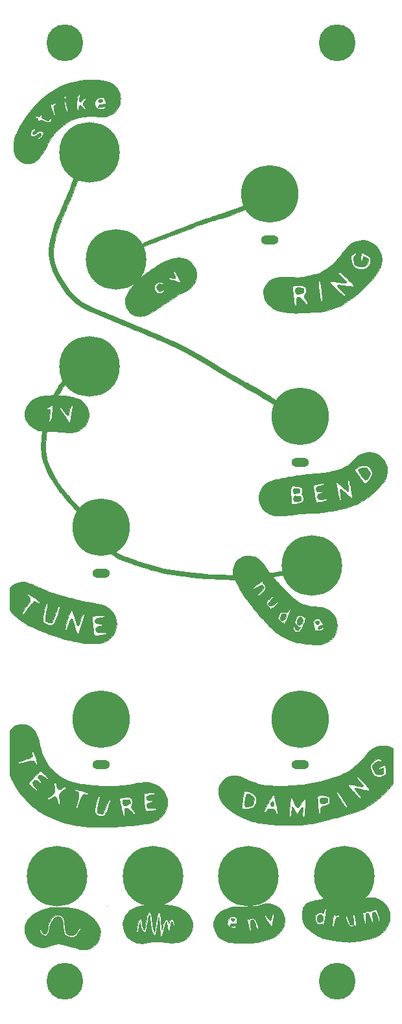
<source format=gbr>
G04 #@! TF.GenerationSoftware,KiCad,Pcbnew,5.1.10-88a1d61d58~88~ubuntu20.04.1*
G04 #@! TF.CreationDate,2021-04-30T11:29:13-07:00*
G04 #@! TF.ProjectId,foundationPanel,666f756e-6461-4746-996f-6e50616e656c,rev?*
G04 #@! TF.SameCoordinates,Original*
G04 #@! TF.FileFunction,Soldermask,Top*
G04 #@! TF.FilePolarity,Negative*
%FSLAX46Y46*%
G04 Gerber Fmt 4.6, Leading zero omitted, Abs format (unit mm)*
G04 Created by KiCad (PCBNEW 5.1.10-88a1d61d58~88~ubuntu20.04.1) date 2021-04-30 11:29:13*
%MOMM*%
%LPD*%
G01*
G04 APERTURE LIST*
%ADD10C,0.010000*%
%ADD11O,2.300000X1.200000*%
%ADD12C,7.500000*%
%ADD13C,7.900000*%
%ADD14C,4.800000*%
G04 APERTURE END LIST*
D10*
G36*
X11094021Y108863941D02*
G01*
X11158253Y108788769D01*
X11164714Y108758072D01*
X11149505Y108646925D01*
X11108774Y108578156D01*
X11016589Y108530733D01*
X10887335Y108511047D01*
X10759691Y108520697D01*
X10673466Y108560133D01*
X10635236Y108638393D01*
X10622666Y108727549D01*
X10636215Y108810982D01*
X10693531Y108853450D01*
X10764147Y108870706D01*
X10963320Y108891065D01*
X11094021Y108863941D01*
G37*
X11094021Y108863941D02*
X11158253Y108788769D01*
X11164714Y108758072D01*
X11149505Y108646925D01*
X11108774Y108578156D01*
X11016589Y108530733D01*
X10887335Y108511047D01*
X10759691Y108520697D01*
X10673466Y108560133D01*
X10635236Y108638393D01*
X10622666Y108727549D01*
X10636215Y108810982D01*
X10693531Y108853450D01*
X10764147Y108870706D01*
X10963320Y108891065D01*
X11094021Y108863941D01*
G36*
X36738599Y84332221D02*
G01*
X36887446Y84321212D01*
X37116909Y84300766D01*
X37275146Y84275185D01*
X37375425Y84233942D01*
X37431015Y84166506D01*
X37455184Y84062348D01*
X37461202Y83910940D01*
X37461421Y83865729D01*
X37462000Y83669625D01*
X37112750Y83558624D01*
X36896705Y83493882D01*
X36743284Y83459557D01*
X36636516Y83454577D01*
X36560432Y83477868D01*
X36508978Y83518069D01*
X36410683Y83668761D01*
X36364329Y83853907D01*
X36372244Y84043581D01*
X36436753Y84207858D01*
X36453529Y84231124D01*
X36502587Y84288781D01*
X36551882Y84321824D01*
X36623269Y84334792D01*
X36738599Y84332221D01*
G37*
X36738599Y84332221D02*
X36887446Y84321212D01*
X37116909Y84300766D01*
X37275146Y84275185D01*
X37375425Y84233942D01*
X37431015Y84166506D01*
X37455184Y84062348D01*
X37461202Y83910940D01*
X37461421Y83865729D01*
X37462000Y83669625D01*
X37112750Y83558624D01*
X36896705Y83493882D01*
X36743284Y83459557D01*
X36636516Y83454577D01*
X36560432Y83477868D01*
X36508978Y83518069D01*
X36410683Y83668761D01*
X36364329Y83853907D01*
X36372244Y84043581D01*
X36436753Y84207858D01*
X36453529Y84231124D01*
X36502587Y84288781D01*
X36551882Y84321824D01*
X36623269Y84334792D01*
X36738599Y84332221D01*
G36*
X45625127Y60805202D02*
G01*
X45743249Y60708277D01*
X45856522Y60578074D01*
X46011645Y60370985D01*
X46103330Y60198773D01*
X46132737Y60041586D01*
X46101030Y59879572D01*
X46009371Y59692880D01*
X45916891Y59546940D01*
X45788303Y59365108D01*
X45685684Y59253164D01*
X45596137Y59205773D01*
X45506769Y59217603D01*
X45404682Y59283320D01*
X45363532Y59318090D01*
X45226321Y59456123D01*
X45079393Y59633053D01*
X44933484Y59832319D01*
X44799327Y60037361D01*
X44687657Y60231617D01*
X44609210Y60398526D01*
X44574721Y60521529D01*
X44574000Y60536096D01*
X44587210Y60588582D01*
X44634696Y60634641D01*
X44728240Y60679753D01*
X44879624Y60729398D01*
X45100630Y60789058D01*
X45138564Y60798715D01*
X45346891Y60843012D01*
X45501043Y60847644D01*
X45625127Y60805202D01*
G37*
X45625127Y60805202D02*
X45743249Y60708277D01*
X45856522Y60578074D01*
X46011645Y60370985D01*
X46103330Y60198773D01*
X46132737Y60041586D01*
X46101030Y59879572D01*
X46009371Y59692880D01*
X45916891Y59546940D01*
X45788303Y59365108D01*
X45685684Y59253164D01*
X45596137Y59205773D01*
X45506769Y59217603D01*
X45404682Y59283320D01*
X45363532Y59318090D01*
X45226321Y59456123D01*
X45079393Y59633053D01*
X44933484Y59832319D01*
X44799327Y60037361D01*
X44687657Y60231617D01*
X44609210Y60398526D01*
X44574721Y60521529D01*
X44574000Y60536096D01*
X44587210Y60588582D01*
X44634696Y60634641D01*
X44728240Y60679753D01*
X44879624Y60729398D01*
X45100630Y60789058D01*
X45138564Y60798715D01*
X45346891Y60843012D01*
X45501043Y60847644D01*
X45625127Y60805202D01*
G36*
X36401245Y58116265D02*
G01*
X36572107Y58088195D01*
X36577384Y58087297D01*
X36932833Y58026833D01*
X36945437Y57810118D01*
X36958040Y57593402D01*
X36754937Y57540056D01*
X36500595Y57478071D01*
X36323353Y57446103D01*
X36221263Y57443840D01*
X36201334Y57450983D01*
X36120668Y57548772D01*
X36076614Y57693193D01*
X36072171Y57853171D01*
X36110336Y57997628D01*
X36143467Y58050858D01*
X36184430Y58097252D01*
X36227591Y58122488D01*
X36293134Y58128261D01*
X36401245Y58116265D01*
G37*
X36401245Y58116265D02*
X36572107Y58088195D01*
X36577384Y58087297D01*
X36932833Y58026833D01*
X36945437Y57810118D01*
X36958040Y57593402D01*
X36754937Y57540056D01*
X36500595Y57478071D01*
X36323353Y57446103D01*
X36221263Y57443840D01*
X36201334Y57450983D01*
X36120668Y57548772D01*
X36076614Y57693193D01*
X36072171Y57853171D01*
X36110336Y57997628D01*
X36143467Y58050858D01*
X36184430Y58097252D01*
X36227591Y58122488D01*
X36293134Y58128261D01*
X36401245Y58116265D01*
G36*
X36483142Y57120328D02*
G01*
X36645051Y57104734D01*
X36807631Y57084555D01*
X36943223Y57062617D01*
X36985750Y57053491D01*
X37043919Y57027367D01*
X37073890Y56969896D01*
X37085969Y56857341D01*
X37087350Y56819527D01*
X37091875Y56685957D01*
X37096212Y56584415D01*
X37097933Y56555750D01*
X37062209Y56516604D01*
X36963438Y56474761D01*
X36822951Y56434529D01*
X36662078Y56400215D01*
X36502149Y56376129D01*
X36364494Y56366578D01*
X36270443Y56375871D01*
X36251254Y56384739D01*
X36172531Y56481134D01*
X36125984Y56618597D01*
X36110970Y56774131D01*
X36126847Y56924741D01*
X36172971Y57047429D01*
X36248701Y57119198D01*
X36271981Y57126449D01*
X36349566Y57128509D01*
X36483142Y57120328D01*
G37*
X36483142Y57120328D02*
X36645051Y57104734D01*
X36807631Y57084555D01*
X36943223Y57062617D01*
X36985750Y57053491D01*
X37043919Y57027367D01*
X37073890Y56969896D01*
X37085969Y56857341D01*
X37087350Y56819527D01*
X37091875Y56685957D01*
X37096212Y56584415D01*
X37097933Y56555750D01*
X37062209Y56516604D01*
X36963438Y56474761D01*
X36822951Y56434529D01*
X36662078Y56400215D01*
X36502149Y56376129D01*
X36364494Y56366578D01*
X36270443Y56375871D01*
X36251254Y56384739D01*
X36172531Y56481134D01*
X36125984Y56618597D01*
X36110970Y56774131D01*
X36126847Y56924741D01*
X36172971Y57047429D01*
X36248701Y57119198D01*
X36271981Y57126449D01*
X36349566Y57128509D01*
X36483142Y57120328D01*
G36*
X34996681Y41757623D02*
G01*
X35104801Y41662167D01*
X35155677Y41517146D01*
X35142475Y41334075D01*
X35132312Y41296453D01*
X35048000Y41109306D01*
X34929423Y40968867D01*
X34790810Y40882525D01*
X34646387Y40857672D01*
X34510384Y40901697D01*
X34456333Y40945333D01*
X34385897Y41073656D01*
X34380329Y41245719D01*
X34437187Y41443532D01*
X34540678Y41634367D01*
X34662727Y41747992D01*
X34811122Y41791175D01*
X34838151Y41792000D01*
X34996681Y41757623D01*
G37*
X34996681Y41757623D02*
X35104801Y41662167D01*
X35155677Y41517146D01*
X35142475Y41334075D01*
X35132312Y41296453D01*
X35048000Y41109306D01*
X34929423Y40968867D01*
X34790810Y40882525D01*
X34646387Y40857672D01*
X34510384Y40901697D01*
X34456333Y40945333D01*
X34385897Y41073656D01*
X34380329Y41245719D01*
X34437187Y41443532D01*
X34540678Y41634367D01*
X34662727Y41747992D01*
X34811122Y41791175D01*
X34838151Y41792000D01*
X34996681Y41757623D01*
G36*
X39374666Y40819312D02*
G01*
X39398597Y40790060D01*
X39448347Y40664231D01*
X39437426Y40532055D01*
X39369615Y40427761D01*
X39357580Y40418567D01*
X39244154Y40360459D01*
X39150762Y40373601D01*
X39070666Y40437333D01*
X39008617Y40511875D01*
X38986000Y40560871D01*
X38972035Y40632628D01*
X38962178Y40661820D01*
X38973769Y40710768D01*
X39054069Y40759892D01*
X39141942Y40793267D01*
X39264125Y40832046D01*
X39333027Y40840836D01*
X39374666Y40819312D01*
G37*
X39374666Y40819312D02*
X39398597Y40790060D01*
X39448347Y40664231D01*
X39437426Y40532055D01*
X39369615Y40427761D01*
X39357580Y40418567D01*
X39244154Y40360459D01*
X39150762Y40373601D01*
X39070666Y40437333D01*
X39008617Y40511875D01*
X38986000Y40560871D01*
X38972035Y40632628D01*
X38962178Y40661820D01*
X38973769Y40710768D01*
X39054069Y40759892D01*
X39141942Y40793267D01*
X39264125Y40832046D01*
X39333027Y40840836D01*
X39374666Y40819312D01*
G36*
X37100306Y41310939D02*
G01*
X37218875Y41241321D01*
X37301981Y41114026D01*
X37334932Y40937905D01*
X37335000Y40928847D01*
X37308513Y40702838D01*
X37235542Y40513758D01*
X37125823Y40372171D01*
X36989090Y40288639D01*
X36835077Y40273722D01*
X36752025Y40296334D01*
X36686416Y40357091D01*
X36623963Y40466810D01*
X36581659Y40590925D01*
X36573000Y40660523D01*
X36594936Y40812559D01*
X36651438Y40981974D01*
X36728547Y41135316D01*
X36812300Y41239130D01*
X36815548Y41241746D01*
X36960966Y41314031D01*
X37100306Y41310939D01*
G37*
X37100306Y41310939D02*
X37218875Y41241321D01*
X37301981Y41114026D01*
X37334932Y40937905D01*
X37335000Y40928847D01*
X37308513Y40702838D01*
X37235542Y40513758D01*
X37125823Y40372171D01*
X36989090Y40288639D01*
X36835077Y40273722D01*
X36752025Y40296334D01*
X36686416Y40357091D01*
X36623963Y40466810D01*
X36581659Y40590925D01*
X36573000Y40660523D01*
X36594936Y40812559D01*
X36651438Y40981974D01*
X36728547Y41135316D01*
X36812300Y41239130D01*
X36815548Y41241746D01*
X36960966Y41314031D01*
X37100306Y41310939D01*
G36*
X30286663Y18197392D02*
G01*
X30470809Y18105591D01*
X30670568Y17998300D01*
X30807408Y17914970D01*
X30893080Y17839658D01*
X30939337Y17756418D01*
X30957933Y17649306D01*
X30960619Y17502378D01*
X30960011Y17441905D01*
X30947824Y17203282D01*
X30914124Y17019340D01*
X30869158Y16893976D01*
X30782127Y16697452D01*
X30402073Y16608226D01*
X30162694Y16555635D01*
X29992498Y16528039D01*
X29879906Y16525021D01*
X29813337Y16546164D01*
X29783029Y16585963D01*
X29758603Y16714141D01*
X29753362Y16903551D01*
X29764974Y17133540D01*
X29791109Y17383453D01*
X29829434Y17632636D01*
X29877618Y17860433D01*
X29933328Y18046192D01*
X29953487Y18095917D01*
X30006785Y18192169D01*
X30069903Y18240975D01*
X30158107Y18242621D01*
X30286663Y18197392D01*
G37*
X30286663Y18197392D02*
X30470809Y18105591D01*
X30670568Y17998300D01*
X30807408Y17914970D01*
X30893080Y17839658D01*
X30939337Y17756418D01*
X30957933Y17649306D01*
X30960619Y17502378D01*
X30960011Y17441905D01*
X30947824Y17203282D01*
X30914124Y17019340D01*
X30869158Y16893976D01*
X30782127Y16697452D01*
X30402073Y16608226D01*
X30162694Y16555635D01*
X29992498Y16528039D01*
X29879906Y16525021D01*
X29813337Y16546164D01*
X29783029Y16585963D01*
X29758603Y16714141D01*
X29753362Y16903551D01*
X29764974Y17133540D01*
X29791109Y17383453D01*
X29829434Y17632636D01*
X29877618Y17860433D01*
X29933328Y18046192D01*
X29953487Y18095917D01*
X30006785Y18192169D01*
X30069903Y18240975D01*
X30158107Y18242621D01*
X30286663Y18197392D01*
G36*
X40002972Y17740715D02*
G01*
X40146266Y17725375D01*
X40295905Y17704424D01*
X40426551Y17681637D01*
X40512864Y17660791D01*
X40532596Y17651118D01*
X40540577Y17607057D01*
X40553497Y17502561D01*
X40566599Y17379377D01*
X40592714Y17117920D01*
X40329107Y17032181D01*
X40102568Y16962473D01*
X39939664Y16923832D01*
X39825725Y16915121D01*
X39746082Y16935201D01*
X39686598Y16982348D01*
X39623842Y17100693D01*
X39588967Y17264745D01*
X39584568Y17439411D01*
X39613241Y17589596D01*
X39637942Y17640328D01*
X39702251Y17711086D01*
X39792278Y17741661D01*
X39891364Y17746667D01*
X40002972Y17740715D01*
G37*
X40002972Y17740715D02*
X40146266Y17725375D01*
X40295905Y17704424D01*
X40426551Y17681637D01*
X40512864Y17660791D01*
X40532596Y17651118D01*
X40540577Y17607057D01*
X40553497Y17502561D01*
X40566599Y17379377D01*
X40592714Y17117920D01*
X40329107Y17032181D01*
X40102568Y16962473D01*
X39939664Y16923832D01*
X39825725Y16915121D01*
X39746082Y16935201D01*
X39686598Y16982348D01*
X39623842Y17100693D01*
X39588967Y17264745D01*
X39584568Y17439411D01*
X39613241Y17589596D01*
X39637942Y17640328D01*
X39702251Y17711086D01*
X39792278Y17741661D01*
X39891364Y17746667D01*
X40002972Y17740715D01*
G36*
X33425968Y17245873D02*
G01*
X33481041Y17155086D01*
X33516539Y17019173D01*
X33525000Y16904569D01*
X33498022Y16756903D01*
X33428033Y16654318D01*
X33331449Y16607599D01*
X33224687Y16627528D01*
X33168190Y16670191D01*
X33117788Y16761692D01*
X33101666Y16854430D01*
X33125834Y16966961D01*
X33186257Y17092633D01*
X33264812Y17202190D01*
X33343377Y17266377D01*
X33360191Y17271774D01*
X33425968Y17245873D01*
G37*
X33425968Y17245873D02*
X33481041Y17155086D01*
X33516539Y17019173D01*
X33525000Y16904569D01*
X33498022Y16756903D01*
X33428033Y16654318D01*
X33331449Y16607599D01*
X33224687Y16627528D01*
X33168190Y16670191D01*
X33117788Y16761692D01*
X33101666Y16854430D01*
X33125834Y16966961D01*
X33186257Y17092633D01*
X33264812Y17202190D01*
X33343377Y17266377D01*
X33360191Y17271774D01*
X33425968Y17245873D01*
G36*
X14767825Y17278916D02*
G01*
X14794113Y17148515D01*
X14810695Y17051207D01*
X14813666Y17022162D01*
X14777711Y16985476D01*
X14684065Y16928452D01*
X14554057Y16861150D01*
X14409018Y16793632D01*
X14270278Y16735960D01*
X14159165Y16698196D01*
X14107357Y16688982D01*
X14016844Y16705673D01*
X13985712Y16720732D01*
X13880631Y16839778D01*
X13816648Y17004346D01*
X13799349Y17183428D01*
X13834324Y17346014D01*
X13863567Y17398581D01*
X13901935Y17442974D01*
X13953969Y17470741D01*
X14038495Y17485716D01*
X14174339Y17491730D01*
X14325725Y17492667D01*
X14721984Y17492667D01*
X14767825Y17278916D01*
G37*
X14767825Y17278916D02*
X14794113Y17148515D01*
X14810695Y17051207D01*
X14813666Y17022162D01*
X14777711Y16985476D01*
X14684065Y16928452D01*
X14554057Y16861150D01*
X14409018Y16793632D01*
X14270278Y16735960D01*
X14159165Y16698196D01*
X14107357Y16688982D01*
X14016844Y16705673D01*
X13985712Y16720732D01*
X13880631Y16839778D01*
X13816648Y17004346D01*
X13799349Y17183428D01*
X13834324Y17346014D01*
X13863567Y17398581D01*
X13901935Y17442974D01*
X13953969Y17470741D01*
X14038495Y17485716D01*
X14174339Y17491730D01*
X14325725Y17492667D01*
X14721984Y17492667D01*
X14767825Y17278916D01*
G36*
X39776086Y2433966D02*
G01*
X39835923Y2382923D01*
X39913414Y2290602D01*
X39950025Y2193264D01*
X39959644Y2052664D01*
X39959666Y2042154D01*
X39931647Y1819799D01*
X39854173Y1640891D01*
X39737121Y1515008D01*
X39590367Y1451732D01*
X39423787Y1460642D01*
X39376692Y1476667D01*
X39292698Y1552160D01*
X39234321Y1686337D01*
X39205250Y1856102D01*
X39209180Y2038362D01*
X39249801Y2210020D01*
X39256694Y2227327D01*
X39357169Y2389266D01*
X39485855Y2480004D01*
X39629810Y2496063D01*
X39776086Y2433966D01*
G37*
X39776086Y2433966D02*
X39835923Y2382923D01*
X39913414Y2290602D01*
X39950025Y2193264D01*
X39959644Y2052664D01*
X39959666Y2042154D01*
X39931647Y1819799D01*
X39854173Y1640891D01*
X39737121Y1515008D01*
X39590367Y1451732D01*
X39423787Y1460642D01*
X39376692Y1476667D01*
X39292698Y1552160D01*
X39234321Y1686337D01*
X39205250Y1856102D01*
X39209180Y2038362D01*
X39249801Y2210020D01*
X39256694Y2227327D01*
X39357169Y2389266D01*
X39485855Y2480004D01*
X39629810Y2496063D01*
X39776086Y2433966D01*
G36*
X28141541Y1975046D02*
G01*
X28142926Y1974813D01*
X28301248Y1944775D01*
X28392784Y1915271D01*
X28434909Y1877607D01*
X28445000Y1823698D01*
X28415285Y1679843D01*
X28327148Y1596849D01*
X28211653Y1575333D01*
X28084552Y1597729D01*
X28000686Y1674952D01*
X27999544Y1676684D01*
X27953694Y1816026D01*
X27961077Y1889361D01*
X27988269Y1961669D01*
X28038652Y1985639D01*
X28141541Y1975046D01*
G37*
X28141541Y1975046D02*
X28142926Y1974813D01*
X28301248Y1944775D01*
X28392784Y1915271D01*
X28434909Y1877607D01*
X28445000Y1823698D01*
X28415285Y1679843D01*
X28327148Y1596849D01*
X28211653Y1575333D01*
X28084552Y1597729D01*
X28000686Y1674952D01*
X27999544Y1676684D01*
X27953694Y1816026D01*
X27961077Y1889361D01*
X27988269Y1961669D01*
X28038652Y1985639D01*
X28141541Y1975046D01*
G36*
X10507693Y111433793D02*
G01*
X11252509Y111338493D01*
X11448166Y111302011D01*
X11923809Y111176214D01*
X12333549Y111000197D01*
X12682403Y110769983D01*
X12975388Y110481596D01*
X13217524Y110131060D01*
X13396514Y109758167D01*
X13448698Y109620705D01*
X13483117Y109501025D01*
X13503396Y109374736D01*
X13513164Y109217444D01*
X13516046Y109004758D01*
X13516115Y108953833D01*
X13514119Y108724975D01*
X13505633Y108556083D01*
X13487133Y108422511D01*
X13455097Y108299612D01*
X13405999Y108162737D01*
X13401289Y108150600D01*
X13250412Y107818432D01*
X13071695Y107540116D01*
X12844632Y107285152D01*
X12774144Y107217997D01*
X12418483Y106945503D01*
X12016322Y106743672D01*
X11792866Y106667766D01*
X11651131Y106634087D01*
X11499281Y106616262D01*
X11312421Y106612677D01*
X11075412Y106621214D01*
X10635795Y106643235D01*
X10269763Y106660133D01*
X9966387Y106671841D01*
X9714736Y106678295D01*
X9503880Y106679430D01*
X9322890Y106675181D01*
X9160834Y106665483D01*
X9006784Y106650271D01*
X8849809Y106629481D01*
X8704364Y106607126D01*
X8139495Y106494934D01*
X7605550Y106345822D01*
X7116332Y106164729D01*
X6685644Y105956591D01*
X6410500Y105786515D01*
X6099383Y105552823D01*
X5763911Y105270091D01*
X5426925Y104959571D01*
X5111267Y104642513D01*
X4839779Y104340168D01*
X4786696Y104275821D01*
X4652900Y104100153D01*
X4504369Y103888077D01*
X4351092Y103655746D01*
X4203053Y103419316D01*
X4070241Y103194940D01*
X3962642Y102998773D01*
X3890242Y102846970D01*
X3870841Y102794333D01*
X3816215Y102652562D01*
X3732292Y102474825D01*
X3636088Y102296034D01*
X3592262Y102222833D01*
X3441997Y101987767D01*
X3283787Y101749673D01*
X3128434Y101523994D01*
X2986740Y101326173D01*
X2869506Y101171654D01*
X2796567Y101085263D01*
X2561408Y100877135D01*
X2286911Y100702191D01*
X2007602Y100582162D01*
X1987563Y100576022D01*
X1785588Y100535640D01*
X1540710Y100515391D01*
X1285613Y100515494D01*
X1052978Y100536167D01*
X901492Y100568750D01*
X616977Y100689582D01*
X334634Y100865734D01*
X89887Y101074659D01*
X63749Y101101906D01*
X-124646Y101338889D01*
X-263882Y101600086D01*
X-357168Y101897367D01*
X-407719Y102242605D01*
X-418747Y102647670D01*
X-411408Y102857833D01*
X-389116Y103214036D01*
X-358342Y103508538D01*
X-313032Y103764268D01*
X-247133Y104004158D01*
X-154593Y104251137D01*
X-151786Y104257346D01*
X1732666Y104257346D01*
X1770114Y104205854D01*
X1865373Y104150525D01*
X1992818Y104101898D01*
X2126824Y104070512D01*
X2201973Y104064333D01*
X2319588Y104076821D01*
X2432177Y104121592D01*
X2559667Y104209604D01*
X2718086Y104348205D01*
X2874135Y104471519D01*
X2997740Y104519880D01*
X3093850Y104494295D01*
X3145894Y104435383D01*
X3161953Y104337647D01*
X3119599Y104219169D01*
X3033021Y104102762D01*
X2916411Y104011240D01*
X2867514Y103987864D01*
X2734951Y103914525D01*
X2680670Y103831988D01*
X2707794Y103745165D01*
X2710786Y103741468D01*
X2744686Y103702927D01*
X2778046Y103689909D01*
X2833179Y103705915D01*
X2932400Y103754447D01*
X2993490Y103785836D01*
X3174909Y103918981D01*
X3330378Y104107326D01*
X3436183Y104321432D01*
X3443530Y104344492D01*
X3446432Y104485600D01*
X3380200Y104614990D01*
X3260276Y104716936D01*
X3102097Y104775712D01*
X3012026Y104784000D01*
X2893847Y104755865D01*
X2742123Y104681366D01*
X2581790Y104575365D01*
X2437785Y104452723D01*
X2412234Y104426545D01*
X2323132Y104352862D01*
X2242563Y104318636D01*
X2236749Y104318333D01*
X2113881Y104338271D01*
X2040358Y104390314D01*
X2029000Y104427260D01*
X2056171Y104540663D01*
X2123153Y104669248D01*
X2208150Y104777034D01*
X2267710Y104821309D01*
X2352081Y104889546D01*
X2357202Y104972371D01*
X2307207Y105035476D01*
X2223838Y105054475D01*
X2110882Y105016782D01*
X1990349Y104932831D01*
X1908877Y104846628D01*
X1851600Y104740999D01*
X1796115Y104586705D01*
X1753047Y104419286D01*
X1733026Y104274281D01*
X1732666Y104257346D01*
X-151786Y104257346D01*
X-29358Y104528136D01*
X97043Y104784000D01*
X238280Y105061840D01*
X357842Y105291240D01*
X466289Y105490055D01*
X574175Y105676140D01*
X692058Y105867349D01*
X830495Y106081538D01*
X1000042Y106336560D01*
X1124044Y106520978D01*
X1200604Y106630424D01*
X2383787Y106630424D01*
X2444471Y106548633D01*
X2580315Y106456952D01*
X2622479Y106434586D01*
X2721608Y106375326D01*
X2760547Y106316347D01*
X2758425Y106228312D01*
X2758161Y106226501D01*
X2767764Y106115036D01*
X2825273Y106063252D01*
X2913025Y106081408D01*
X2954660Y106112366D01*
X3027717Y106162377D01*
X3111417Y106176037D01*
X3227579Y106152437D01*
X3388962Y106094246D01*
X3638228Y106005700D01*
X3846852Y105956381D01*
X4045515Y105939894D01*
X4124500Y105940897D01*
X4254378Y105950516D01*
X4331180Y105979474D01*
X4386471Y106045120D01*
X4418918Y106102717D01*
X4468590Y106209396D01*
X4473786Y106276359D01*
X4445485Y106324967D01*
X4378288Y106383765D01*
X4321335Y106370575D01*
X4259433Y106280753D01*
X4251500Y106265667D01*
X4195208Y106185851D01*
X4120139Y106146827D01*
X4011268Y106148073D01*
X3853569Y106189067D01*
X3692396Y106246268D01*
X3481621Y106334443D01*
X3343219Y106417417D01*
X3266388Y106505797D01*
X3240322Y106610191D01*
X3244679Y106685851D01*
X3243104Y106816118D01*
X3199834Y106874844D01*
X3123412Y106858642D01*
X3028565Y106771571D01*
X2945190Y106688486D01*
X2860073Y106653407D01*
X2746268Y106661423D01*
X2614636Y106696108D01*
X2490401Y106723336D01*
X2418093Y106710628D01*
X2401968Y106697902D01*
X2383787Y106630424D01*
X1200604Y106630424D01*
X1449281Y106985915D01*
X1775340Y107413447D01*
X2115725Y107818627D01*
X2467957Y108199242D01*
X4404204Y108199242D01*
X4413083Y108090087D01*
X4442885Y107929211D01*
X4494117Y107737091D01*
X4560595Y107529588D01*
X4636136Y107322565D01*
X4714557Y107131885D01*
X4789676Y106973411D01*
X4855309Y106863005D01*
X4905273Y106816529D01*
X4909708Y106816000D01*
X4960234Y106849913D01*
X4977947Y106881906D01*
X4979178Y106952853D01*
X4958933Y107078719D01*
X4921497Y107233771D01*
X4916279Y107252323D01*
X4867842Y107437312D01*
X4826326Y107622863D01*
X4801987Y107760666D01*
X4789997Y107886814D01*
X4806083Y107969627D01*
X4863843Y108046568D01*
X4928717Y108109799D01*
X5026472Y108216381D01*
X5060948Y108297671D01*
X5055870Y108339883D01*
X5000060Y108410810D01*
X4908225Y108414613D01*
X4793744Y108352922D01*
X4734911Y108300758D01*
X4655005Y108225500D01*
X4610659Y108206087D01*
X4579494Y108236626D01*
X4568189Y108256848D01*
X4504489Y108313913D01*
X4457393Y108310760D01*
X4416167Y108275610D01*
X4404204Y108199242D01*
X2467957Y108199242D01*
X2483939Y108216511D01*
X2736035Y108466204D01*
X6195880Y108466204D01*
X6209675Y108288816D01*
X6241502Y108085250D01*
X6287474Y107872122D01*
X6343706Y107666050D01*
X6406312Y107483649D01*
X6471408Y107341537D01*
X6535107Y107256331D01*
X6573864Y107239333D01*
X6641314Y107254605D01*
X6652127Y107262238D01*
X6652610Y107310482D01*
X6635620Y107422271D01*
X6604345Y107579046D01*
X6576759Y107700972D01*
X6527315Y107918137D01*
X6479381Y108142193D01*
X6475701Y108160681D01*
X7812737Y108160681D01*
X7817814Y107936254D01*
X7832799Y107749874D01*
X7858027Y107622853D01*
X7862916Y107609750D01*
X7923657Y107520212D01*
X7992410Y107496271D01*
X8049192Y107543021D01*
X8056970Y107560296D01*
X8073712Y107644891D01*
X8082347Y107768576D01*
X8082666Y107795912D01*
X8101098Y107967204D01*
X8152558Y108081949D01*
X8231291Y108127977D01*
X8239837Y108128333D01*
X8298085Y108098851D01*
X8395186Y108019971D01*
X8514275Y107906040D01*
X8571232Y107846418D01*
X8716503Y107698496D01*
X8819687Y107614237D01*
X8887732Y107588286D01*
X8902383Y107591090D01*
X8959076Y107636033D01*
X8960314Y107712542D01*
X8903744Y107829419D01*
X8798178Y107980750D01*
X8674825Y108166319D01*
X8619483Y108319073D01*
X8621516Y108340211D01*
X10156530Y108340211D01*
X10187828Y108133068D01*
X10277696Y107942355D01*
X10424793Y107781525D01*
X10627778Y107664027D01*
X10787982Y107617471D01*
X10955635Y107590745D01*
X11080487Y107591828D01*
X11200865Y107624306D01*
X11297563Y107665174D01*
X11452676Y107740254D01*
X11539869Y107798260D01*
X11570824Y107850961D01*
X11557223Y107910126D01*
X11551620Y107921112D01*
X11473573Y107989144D01*
X11358811Y107990920D01*
X11242672Y107937985D01*
X11148709Y107899404D01*
X11005629Y107865117D01*
X10884329Y107847288D01*
X10622666Y107819939D01*
X10622666Y107951994D01*
X10641454Y108055676D01*
X10704727Y108133163D01*
X10822849Y108189724D01*
X11006185Y108230627D01*
X11223116Y108257221D01*
X11395264Y108273886D01*
X11531742Y108287122D01*
X11613444Y108295074D01*
X11628083Y108296520D01*
X11639894Y108334603D01*
X11622336Y108429742D01*
X11582710Y108562683D01*
X11528319Y108714167D01*
X11466463Y108864940D01*
X11404443Y108995743D01*
X11349561Y109087321D01*
X11316142Y109119237D01*
X11186906Y109142474D01*
X11013036Y109141135D01*
X10829978Y109118129D01*
X10673180Y109076364D01*
X10643833Y109064075D01*
X10427452Y108925718D01*
X10275001Y108749987D01*
X10185140Y108550335D01*
X10156530Y108340211D01*
X8621516Y108340211D01*
X8632799Y108457484D01*
X8715420Y108600025D01*
X8824124Y108721634D01*
X8931532Y108833732D01*
X8986460Y108904486D01*
X8997408Y108951290D01*
X8972880Y108991534D01*
X8961714Y109003095D01*
X8917708Y109037771D01*
X8871392Y109037545D01*
X8802275Y108995083D01*
X8695486Y108907805D01*
X8517608Y108758592D01*
X8391839Y108657187D01*
X8306503Y108595723D01*
X8249925Y108566331D01*
X8210429Y108561143D01*
X8189276Y108566678D01*
X8144084Y108627129D01*
X8126713Y108754284D01*
X8137195Y108934869D01*
X8175565Y109155610D01*
X8187653Y109207833D01*
X8232171Y109413582D01*
X8247910Y109549599D01*
X8234836Y109625791D01*
X8192915Y109652065D01*
X8186119Y109652333D01*
X8125769Y109612326D01*
X8055990Y109499182D01*
X7981640Y109323215D01*
X7907576Y109094740D01*
X7884854Y109012686D01*
X7853627Y108849160D01*
X7830977Y108638444D01*
X7817236Y108401848D01*
X7812737Y108160681D01*
X6475701Y108160681D01*
X6440774Y108336132D01*
X6429527Y108397944D01*
X6392801Y108574896D01*
X6354499Y108675950D01*
X6308655Y108709764D01*
X6249305Y108684991D01*
X6237926Y108675978D01*
X6204002Y108600797D01*
X6195880Y108466204D01*
X2736035Y108466204D01*
X2893486Y108622153D01*
X3357868Y109050608D01*
X3440072Y109123661D01*
X6135333Y109123661D01*
X6161466Y109014644D01*
X6229268Y108973395D01*
X6322842Y109005595D01*
X6365142Y109041524D01*
X6417514Y109132665D01*
X6428321Y109236777D01*
X6397394Y109319194D01*
X6366589Y109341296D01*
X6284164Y109333550D01*
X6201414Y109270906D01*
X6145204Y109178646D01*
X6135333Y109123661D01*
X3440072Y109123661D01*
X3530937Y109204409D01*
X4138017Y109686135D01*
X4808902Y110119744D01*
X5535260Y110501450D01*
X6308763Y110827466D01*
X7121079Y111094005D01*
X7963879Y111297280D01*
X8252000Y111350643D01*
X8981411Y111440264D01*
X9741984Y111467849D01*
X10507693Y111433793D01*
G37*
X10507693Y111433793D02*
X11252509Y111338493D01*
X11448166Y111302011D01*
X11923809Y111176214D01*
X12333549Y111000197D01*
X12682403Y110769983D01*
X12975388Y110481596D01*
X13217524Y110131060D01*
X13396514Y109758167D01*
X13448698Y109620705D01*
X13483117Y109501025D01*
X13503396Y109374736D01*
X13513164Y109217444D01*
X13516046Y109004758D01*
X13516115Y108953833D01*
X13514119Y108724975D01*
X13505633Y108556083D01*
X13487133Y108422511D01*
X13455097Y108299612D01*
X13405999Y108162737D01*
X13401289Y108150600D01*
X13250412Y107818432D01*
X13071695Y107540116D01*
X12844632Y107285152D01*
X12774144Y107217997D01*
X12418483Y106945503D01*
X12016322Y106743672D01*
X11792866Y106667766D01*
X11651131Y106634087D01*
X11499281Y106616262D01*
X11312421Y106612677D01*
X11075412Y106621214D01*
X10635795Y106643235D01*
X10269763Y106660133D01*
X9966387Y106671841D01*
X9714736Y106678295D01*
X9503880Y106679430D01*
X9322890Y106675181D01*
X9160834Y106665483D01*
X9006784Y106650271D01*
X8849809Y106629481D01*
X8704364Y106607126D01*
X8139495Y106494934D01*
X7605550Y106345822D01*
X7116332Y106164729D01*
X6685644Y105956591D01*
X6410500Y105786515D01*
X6099383Y105552823D01*
X5763911Y105270091D01*
X5426925Y104959571D01*
X5111267Y104642513D01*
X4839779Y104340168D01*
X4786696Y104275821D01*
X4652900Y104100153D01*
X4504369Y103888077D01*
X4351092Y103655746D01*
X4203053Y103419316D01*
X4070241Y103194940D01*
X3962642Y102998773D01*
X3890242Y102846970D01*
X3870841Y102794333D01*
X3816215Y102652562D01*
X3732292Y102474825D01*
X3636088Y102296034D01*
X3592262Y102222833D01*
X3441997Y101987767D01*
X3283787Y101749673D01*
X3128434Y101523994D01*
X2986740Y101326173D01*
X2869506Y101171654D01*
X2796567Y101085263D01*
X2561408Y100877135D01*
X2286911Y100702191D01*
X2007602Y100582162D01*
X1987563Y100576022D01*
X1785588Y100535640D01*
X1540710Y100515391D01*
X1285613Y100515494D01*
X1052978Y100536167D01*
X901492Y100568750D01*
X616977Y100689582D01*
X334634Y100865734D01*
X89887Y101074659D01*
X63749Y101101906D01*
X-124646Y101338889D01*
X-263882Y101600086D01*
X-357168Y101897367D01*
X-407719Y102242605D01*
X-418747Y102647670D01*
X-411408Y102857833D01*
X-389116Y103214036D01*
X-358342Y103508538D01*
X-313032Y103764268D01*
X-247133Y104004158D01*
X-154593Y104251137D01*
X-151786Y104257346D01*
X1732666Y104257346D01*
X1770114Y104205854D01*
X1865373Y104150525D01*
X1992818Y104101898D01*
X2126824Y104070512D01*
X2201973Y104064333D01*
X2319588Y104076821D01*
X2432177Y104121592D01*
X2559667Y104209604D01*
X2718086Y104348205D01*
X2874135Y104471519D01*
X2997740Y104519880D01*
X3093850Y104494295D01*
X3145894Y104435383D01*
X3161953Y104337647D01*
X3119599Y104219169D01*
X3033021Y104102762D01*
X2916411Y104011240D01*
X2867514Y103987864D01*
X2734951Y103914525D01*
X2680670Y103831988D01*
X2707794Y103745165D01*
X2710786Y103741468D01*
X2744686Y103702927D01*
X2778046Y103689909D01*
X2833179Y103705915D01*
X2932400Y103754447D01*
X2993490Y103785836D01*
X3174909Y103918981D01*
X3330378Y104107326D01*
X3436183Y104321432D01*
X3443530Y104344492D01*
X3446432Y104485600D01*
X3380200Y104614990D01*
X3260276Y104716936D01*
X3102097Y104775712D01*
X3012026Y104784000D01*
X2893847Y104755865D01*
X2742123Y104681366D01*
X2581790Y104575365D01*
X2437785Y104452723D01*
X2412234Y104426545D01*
X2323132Y104352862D01*
X2242563Y104318636D01*
X2236749Y104318333D01*
X2113881Y104338271D01*
X2040358Y104390314D01*
X2029000Y104427260D01*
X2056171Y104540663D01*
X2123153Y104669248D01*
X2208150Y104777034D01*
X2267710Y104821309D01*
X2352081Y104889546D01*
X2357202Y104972371D01*
X2307207Y105035476D01*
X2223838Y105054475D01*
X2110882Y105016782D01*
X1990349Y104932831D01*
X1908877Y104846628D01*
X1851600Y104740999D01*
X1796115Y104586705D01*
X1753047Y104419286D01*
X1733026Y104274281D01*
X1732666Y104257346D01*
X-151786Y104257346D01*
X-29358Y104528136D01*
X97043Y104784000D01*
X238280Y105061840D01*
X357842Y105291240D01*
X466289Y105490055D01*
X574175Y105676140D01*
X692058Y105867349D01*
X830495Y106081538D01*
X1000042Y106336560D01*
X1124044Y106520978D01*
X1200604Y106630424D01*
X2383787Y106630424D01*
X2444471Y106548633D01*
X2580315Y106456952D01*
X2622479Y106434586D01*
X2721608Y106375326D01*
X2760547Y106316347D01*
X2758425Y106228312D01*
X2758161Y106226501D01*
X2767764Y106115036D01*
X2825273Y106063252D01*
X2913025Y106081408D01*
X2954660Y106112366D01*
X3027717Y106162377D01*
X3111417Y106176037D01*
X3227579Y106152437D01*
X3388962Y106094246D01*
X3638228Y106005700D01*
X3846852Y105956381D01*
X4045515Y105939894D01*
X4124500Y105940897D01*
X4254378Y105950516D01*
X4331180Y105979474D01*
X4386471Y106045120D01*
X4418918Y106102717D01*
X4468590Y106209396D01*
X4473786Y106276359D01*
X4445485Y106324967D01*
X4378288Y106383765D01*
X4321335Y106370575D01*
X4259433Y106280753D01*
X4251500Y106265667D01*
X4195208Y106185851D01*
X4120139Y106146827D01*
X4011268Y106148073D01*
X3853569Y106189067D01*
X3692396Y106246268D01*
X3481621Y106334443D01*
X3343219Y106417417D01*
X3266388Y106505797D01*
X3240322Y106610191D01*
X3244679Y106685851D01*
X3243104Y106816118D01*
X3199834Y106874844D01*
X3123412Y106858642D01*
X3028565Y106771571D01*
X2945190Y106688486D01*
X2860073Y106653407D01*
X2746268Y106661423D01*
X2614636Y106696108D01*
X2490401Y106723336D01*
X2418093Y106710628D01*
X2401968Y106697902D01*
X2383787Y106630424D01*
X1200604Y106630424D01*
X1449281Y106985915D01*
X1775340Y107413447D01*
X2115725Y107818627D01*
X2467957Y108199242D01*
X4404204Y108199242D01*
X4413083Y108090087D01*
X4442885Y107929211D01*
X4494117Y107737091D01*
X4560595Y107529588D01*
X4636136Y107322565D01*
X4714557Y107131885D01*
X4789676Y106973411D01*
X4855309Y106863005D01*
X4905273Y106816529D01*
X4909708Y106816000D01*
X4960234Y106849913D01*
X4977947Y106881906D01*
X4979178Y106952853D01*
X4958933Y107078719D01*
X4921497Y107233771D01*
X4916279Y107252323D01*
X4867842Y107437312D01*
X4826326Y107622863D01*
X4801987Y107760666D01*
X4789997Y107886814D01*
X4806083Y107969627D01*
X4863843Y108046568D01*
X4928717Y108109799D01*
X5026472Y108216381D01*
X5060948Y108297671D01*
X5055870Y108339883D01*
X5000060Y108410810D01*
X4908225Y108414613D01*
X4793744Y108352922D01*
X4734911Y108300758D01*
X4655005Y108225500D01*
X4610659Y108206087D01*
X4579494Y108236626D01*
X4568189Y108256848D01*
X4504489Y108313913D01*
X4457393Y108310760D01*
X4416167Y108275610D01*
X4404204Y108199242D01*
X2467957Y108199242D01*
X2483939Y108216511D01*
X2736035Y108466204D01*
X6195880Y108466204D01*
X6209675Y108288816D01*
X6241502Y108085250D01*
X6287474Y107872122D01*
X6343706Y107666050D01*
X6406312Y107483649D01*
X6471408Y107341537D01*
X6535107Y107256331D01*
X6573864Y107239333D01*
X6641314Y107254605D01*
X6652127Y107262238D01*
X6652610Y107310482D01*
X6635620Y107422271D01*
X6604345Y107579046D01*
X6576759Y107700972D01*
X6527315Y107918137D01*
X6479381Y108142193D01*
X6475701Y108160681D01*
X7812737Y108160681D01*
X7817814Y107936254D01*
X7832799Y107749874D01*
X7858027Y107622853D01*
X7862916Y107609750D01*
X7923657Y107520212D01*
X7992410Y107496271D01*
X8049192Y107543021D01*
X8056970Y107560296D01*
X8073712Y107644891D01*
X8082347Y107768576D01*
X8082666Y107795912D01*
X8101098Y107967204D01*
X8152558Y108081949D01*
X8231291Y108127977D01*
X8239837Y108128333D01*
X8298085Y108098851D01*
X8395186Y108019971D01*
X8514275Y107906040D01*
X8571232Y107846418D01*
X8716503Y107698496D01*
X8819687Y107614237D01*
X8887732Y107588286D01*
X8902383Y107591090D01*
X8959076Y107636033D01*
X8960314Y107712542D01*
X8903744Y107829419D01*
X8798178Y107980750D01*
X8674825Y108166319D01*
X8619483Y108319073D01*
X8621516Y108340211D01*
X10156530Y108340211D01*
X10187828Y108133068D01*
X10277696Y107942355D01*
X10424793Y107781525D01*
X10627778Y107664027D01*
X10787982Y107617471D01*
X10955635Y107590745D01*
X11080487Y107591828D01*
X11200865Y107624306D01*
X11297563Y107665174D01*
X11452676Y107740254D01*
X11539869Y107798260D01*
X11570824Y107850961D01*
X11557223Y107910126D01*
X11551620Y107921112D01*
X11473573Y107989144D01*
X11358811Y107990920D01*
X11242672Y107937985D01*
X11148709Y107899404D01*
X11005629Y107865117D01*
X10884329Y107847288D01*
X10622666Y107819939D01*
X10622666Y107951994D01*
X10641454Y108055676D01*
X10704727Y108133163D01*
X10822849Y108189724D01*
X11006185Y108230627D01*
X11223116Y108257221D01*
X11395264Y108273886D01*
X11531742Y108287122D01*
X11613444Y108295074D01*
X11628083Y108296520D01*
X11639894Y108334603D01*
X11622336Y108429742D01*
X11582710Y108562683D01*
X11528319Y108714167D01*
X11466463Y108864940D01*
X11404443Y108995743D01*
X11349561Y109087321D01*
X11316142Y109119237D01*
X11186906Y109142474D01*
X11013036Y109141135D01*
X10829978Y109118129D01*
X10673180Y109076364D01*
X10643833Y109064075D01*
X10427452Y108925718D01*
X10275001Y108749987D01*
X10185140Y108550335D01*
X10156530Y108340211D01*
X8621516Y108340211D01*
X8632799Y108457484D01*
X8715420Y108600025D01*
X8824124Y108721634D01*
X8931532Y108833732D01*
X8986460Y108904486D01*
X8997408Y108951290D01*
X8972880Y108991534D01*
X8961714Y109003095D01*
X8917708Y109037771D01*
X8871392Y109037545D01*
X8802275Y108995083D01*
X8695486Y108907805D01*
X8517608Y108758592D01*
X8391839Y108657187D01*
X8306503Y108595723D01*
X8249925Y108566331D01*
X8210429Y108561143D01*
X8189276Y108566678D01*
X8144084Y108627129D01*
X8126713Y108754284D01*
X8137195Y108934869D01*
X8175565Y109155610D01*
X8187653Y109207833D01*
X8232171Y109413582D01*
X8247910Y109549599D01*
X8234836Y109625791D01*
X8192915Y109652065D01*
X8186119Y109652333D01*
X8125769Y109612326D01*
X8055990Y109499182D01*
X7981640Y109323215D01*
X7907576Y109094740D01*
X7884854Y109012686D01*
X7853627Y108849160D01*
X7830977Y108638444D01*
X7817236Y108401848D01*
X7812737Y108160681D01*
X6475701Y108160681D01*
X6440774Y108336132D01*
X6429527Y108397944D01*
X6392801Y108574896D01*
X6354499Y108675950D01*
X6308655Y108709764D01*
X6249305Y108684991D01*
X6237926Y108675978D01*
X6204002Y108600797D01*
X6195880Y108466204D01*
X2736035Y108466204D01*
X2893486Y108622153D01*
X3357868Y109050608D01*
X3440072Y109123661D01*
X6135333Y109123661D01*
X6161466Y109014644D01*
X6229268Y108973395D01*
X6322842Y109005595D01*
X6365142Y109041524D01*
X6417514Y109132665D01*
X6428321Y109236777D01*
X6397394Y109319194D01*
X6366589Y109341296D01*
X6284164Y109333550D01*
X6201414Y109270906D01*
X6145204Y109178646D01*
X6135333Y109123661D01*
X3440072Y109123661D01*
X3530937Y109204409D01*
X4138017Y109686135D01*
X4808902Y110119744D01*
X5535260Y110501450D01*
X6308763Y110827466D01*
X7121079Y111094005D01*
X7963879Y111297280D01*
X8252000Y111350643D01*
X8981411Y111440264D01*
X9741984Y111467849D01*
X10507693Y111433793D01*
G36*
X45285372Y90499364D02*
G01*
X45748670Y90412853D01*
X46177131Y90253701D01*
X46564099Y90028011D01*
X46902915Y89741890D01*
X47186922Y89401441D01*
X47409463Y89012770D01*
X47563879Y88581982D01*
X47611017Y88366761D01*
X47644639Y88153748D01*
X47658611Y87985188D01*
X47653807Y87823392D01*
X47631102Y87630671D01*
X47628518Y87612650D01*
X47590113Y87391923D01*
X47538112Y87185969D01*
X47466962Y86984928D01*
X47371112Y86778941D01*
X47245009Y86558147D01*
X47083102Y86312685D01*
X46879838Y86032696D01*
X46629667Y85708320D01*
X46380021Y85395333D01*
X46121348Y85089185D01*
X45818173Y84754747D01*
X45487958Y84409632D01*
X45148165Y84071451D01*
X44816258Y83757817D01*
X44509698Y83486343D01*
X44383500Y83381683D01*
X44014233Y83094388D01*
X43625284Y82811641D01*
X43232330Y82543715D01*
X42851048Y82300882D01*
X42497112Y82093416D01*
X42186199Y81931587D01*
X42131873Y81906202D01*
X41430839Y81612413D01*
X40762447Y81386141D01*
X40130298Y81228330D01*
X39537994Y81139925D01*
X39134166Y81119763D01*
X38974386Y81116384D01*
X38749730Y81107759D01*
X38479764Y81094839D01*
X38184052Y81078577D01*
X37882158Y81059923D01*
X37821833Y81055927D01*
X37274816Y81023642D01*
X36803012Y81005527D01*
X36398171Y81001525D01*
X36052044Y81011582D01*
X35756380Y81035644D01*
X35705166Y81041802D01*
X35543511Y81061896D01*
X35326951Y81088209D01*
X35084685Y81117220D01*
X34862300Y81143486D01*
X34467961Y81204430D01*
X34129144Y81292713D01*
X33818551Y81418098D01*
X33508882Y81590348D01*
X33381166Y81673210D01*
X33102309Y81870114D01*
X32885330Y82047679D01*
X32714506Y82220428D01*
X32574116Y82402886D01*
X32547107Y82443674D01*
X32352858Y82813169D01*
X32233178Y83197523D01*
X32187337Y83586355D01*
X32214605Y83969282D01*
X32314251Y84335921D01*
X32341156Y84389320D01*
X35988940Y84389320D01*
X35992698Y84272489D01*
X36006522Y84095908D01*
X36019560Y83952971D01*
X36059118Y83545056D01*
X36098420Y83170461D01*
X36136294Y82838832D01*
X36171565Y82559815D01*
X36203061Y82343054D01*
X36229609Y82198196D01*
X36236382Y82170389D01*
X36275934Y82061979D01*
X36328959Y82015812D01*
X36384131Y82008667D01*
X36488333Y82008667D01*
X36488333Y82464914D01*
X36494249Y82718451D01*
X36514790Y82898752D01*
X36554140Y83016604D01*
X36616488Y83082791D01*
X36706020Y83108100D01*
X36738473Y83109333D01*
X36897531Y83069046D01*
X37075378Y82950109D01*
X37268004Y82755416D01*
X37325417Y82686000D01*
X37491468Y82478684D01*
X37613487Y82329288D01*
X37700146Y82229468D01*
X37760112Y82170878D01*
X37802056Y82145174D01*
X37834648Y82144011D01*
X37866557Y82159045D01*
X37870468Y82161371D01*
X37934534Y82216565D01*
X37953279Y82288068D01*
X37923770Y82388622D01*
X37843076Y82530971D01*
X37755576Y82660862D01*
X37650795Y82814273D01*
X37587263Y82922307D01*
X37556286Y83007956D01*
X37549170Y83094211D01*
X37555773Y83189213D01*
X37612153Y83417861D01*
X37694011Y83556518D01*
X37759608Y83651249D01*
X37791050Y83734592D01*
X37795800Y83840242D01*
X37785004Y83967243D01*
X37745697Y84197485D01*
X37677692Y84359267D01*
X37571473Y84466594D01*
X37417523Y84533471D01*
X37396365Y84539192D01*
X37158351Y84587216D01*
X36901843Y84616656D01*
X36645927Y84627593D01*
X36409687Y84620111D01*
X36212207Y84594293D01*
X36072573Y84550222D01*
X36044630Y84533318D01*
X36014250Y84504535D01*
X35995905Y84461602D01*
X35988940Y84389320D01*
X32341156Y84389320D01*
X32485545Y84675889D01*
X32662640Y84897801D01*
X39367000Y84897801D01*
X39372917Y84756565D01*
X39389246Y84550676D01*
X39413849Y84297912D01*
X39444588Y84016052D01*
X39479327Y83722875D01*
X39515929Y83436160D01*
X39552257Y83173686D01*
X39586173Y82953231D01*
X39615540Y82792575D01*
X39625064Y82750898D01*
X39662530Y82630810D01*
X39705893Y82573824D01*
X39771416Y82559012D01*
X39774192Y82559000D01*
X39824651Y82563348D01*
X39854649Y82588022D01*
X39869496Y82650468D01*
X39874504Y82768132D01*
X39875000Y82890161D01*
X39869126Y83037107D01*
X39852912Y83246481D01*
X39828471Y83500741D01*
X39797914Y83782344D01*
X39763352Y84073749D01*
X39726898Y84357415D01*
X39690662Y84615799D01*
X39656758Y84831359D01*
X39627296Y84986555D01*
X39620042Y85016527D01*
X40905743Y85016527D01*
X40908046Y84976835D01*
X40934223Y84923978D01*
X40990655Y84850439D01*
X41083724Y84748702D01*
X41219810Y84611252D01*
X41405296Y84430571D01*
X41631950Y84213113D01*
X41921509Y83939890D01*
X42176823Y83706308D01*
X42393166Y83516370D01*
X42565816Y83374077D01*
X42690048Y83283432D01*
X42761137Y83248436D01*
X42770137Y83248879D01*
X42825291Y83293059D01*
X42855529Y83332946D01*
X42862693Y83367674D01*
X42842566Y83418760D01*
X42788314Y83494700D01*
X42693107Y83603992D01*
X42550114Y83755133D01*
X42361136Y83947898D01*
X42188707Y84124494D01*
X42039132Y84282133D01*
X41921910Y84410438D01*
X41846541Y84499028D01*
X41822333Y84536538D01*
X41851621Y84597588D01*
X41887588Y84634790D01*
X41924445Y84652020D01*
X41989740Y84659679D01*
X42094276Y84657056D01*
X42248860Y84643438D01*
X42464297Y84618114D01*
X42751390Y84580372D01*
X42787171Y84575518D01*
X43052332Y84539533D01*
X43296586Y84506503D01*
X43504533Y84478503D01*
X43660772Y84457605D01*
X43749901Y84445882D01*
X43754088Y84445350D01*
X43888708Y84454699D01*
X43965507Y84520560D01*
X43981333Y84596031D01*
X43951695Y84642432D01*
X43869141Y84736707D01*
X43743216Y84869568D01*
X43583460Y85031727D01*
X43399416Y85213896D01*
X43200628Y85406786D01*
X42996636Y85601110D01*
X42796984Y85787579D01*
X42611214Y85956905D01*
X42448868Y86099800D01*
X42358118Y86175993D01*
X42234129Y86269596D01*
X42151795Y86309902D01*
X42094102Y86304655D01*
X42085804Y86299968D01*
X42018654Y86237045D01*
X42000245Y86204237D01*
X42023221Y86158743D01*
X42097852Y86065053D01*
X42214802Y85933697D01*
X42364740Y85775209D01*
X42516309Y85621907D01*
X42689179Y85446269D01*
X42838700Y85286448D01*
X42955091Y85153544D01*
X43028576Y85058661D01*
X43050000Y85016000D01*
X43037671Y84966382D01*
X42994349Y84933877D01*
X42910532Y84918228D01*
X42776717Y84919182D01*
X42583401Y84936482D01*
X42321083Y84969875D01*
X42163250Y84992212D01*
X41805266Y85042420D01*
X41521985Y85078171D01*
X41304762Y85099869D01*
X41144946Y85107922D01*
X41033892Y85102736D01*
X40962951Y85084717D01*
X40923475Y85054271D01*
X40920932Y85050569D01*
X40905743Y85016527D01*
X39620042Y85016527D01*
X39618011Y85024917D01*
X39578441Y85132170D01*
X39524268Y85177212D01*
X39471201Y85183667D01*
X39415991Y85178886D01*
X39384800Y85152031D01*
X39370786Y85084337D01*
X39367110Y84957037D01*
X39367000Y84897801D01*
X32662640Y84897801D01*
X32725277Y84976289D01*
X32927634Y85162678D01*
X33137636Y85312207D01*
X33370426Y85431214D01*
X33641148Y85526035D01*
X33964946Y85603008D01*
X34356963Y85668472D01*
X34390647Y85673250D01*
X34606294Y85701031D01*
X34793033Y85717744D01*
X34976119Y85723891D01*
X35180806Y85719973D01*
X35432349Y85706491D01*
X35576810Y85696793D01*
X36052532Y85667932D01*
X36461164Y85654009D01*
X36819174Y85656288D01*
X37143025Y85676035D01*
X37449184Y85714514D01*
X37754118Y85772991D01*
X38074291Y85852730D01*
X38249044Y85902076D01*
X38464104Y85961252D01*
X38683829Y86015917D01*
X38874041Y86057788D01*
X38947544Y86071362D01*
X39188310Y86113967D01*
X39370313Y86155106D01*
X39518927Y86202771D01*
X39659528Y86264953D01*
X39800178Y86339931D01*
X40089900Y86516453D01*
X40403349Y86732426D01*
X40724000Y86974378D01*
X41035326Y87228836D01*
X41320801Y87482327D01*
X41563900Y87721378D01*
X41738183Y87919839D01*
X41872375Y88083709D01*
X42032152Y88269859D01*
X42148714Y88399932D01*
X43621500Y88399932D01*
X43625810Y88093549D01*
X43662469Y87716365D01*
X43760215Y87397116D01*
X43917829Y87137064D01*
X44134090Y86937469D01*
X44407778Y86799594D01*
X44737672Y86724700D01*
X44963995Y86710499D01*
X45285409Y86739183D01*
X45473721Y86792061D01*
X45711427Y86921484D01*
X45921530Y87112510D01*
X46078711Y87342106D01*
X46078995Y87342667D01*
X46122171Y87468062D01*
X46156052Y87640445D01*
X46171227Y87787167D01*
X46172994Y87992202D01*
X46143769Y88151380D01*
X46072572Y88282105D01*
X45948422Y88401781D01*
X45760336Y88527812D01*
X45670647Y88580512D01*
X45454746Y88700258D01*
X45296014Y88776590D01*
X45181710Y88813862D01*
X45099100Y88816428D01*
X45044341Y88794609D01*
X44981565Y88714697D01*
X44926402Y88569731D01*
X44884283Y88379294D01*
X44860637Y88162970D01*
X44858876Y88125833D01*
X44856114Y87984214D01*
X44866110Y87906176D01*
X44895603Y87870848D01*
X44945298Y87858190D01*
X45033214Y87886576D01*
X45108037Y87998302D01*
X45169575Y88193031D01*
X45188664Y88284583D01*
X45217996Y88386387D01*
X45253589Y88440602D01*
X45262180Y88443333D01*
X45316634Y88422503D01*
X45422477Y88367172D01*
X45559529Y88288076D01*
X45600285Y88263417D01*
X45894631Y88083500D01*
X45869375Y87834441D01*
X45808596Y87552084D01*
X45689922Y87330886D01*
X45513705Y87171454D01*
X45466924Y87144556D01*
X45259253Y87072630D01*
X45013162Y87045027D01*
X44752067Y87058690D01*
X44499384Y87110562D01*
X44278529Y87197587D01*
X44112916Y87316708D01*
X44107886Y87321976D01*
X44063090Y87377932D01*
X44032743Y87444710D01*
X44012956Y87540940D01*
X43999842Y87685247D01*
X43989879Y87887285D01*
X43970932Y88347149D01*
X44124299Y88486710D01*
X44238749Y88615534D01*
X44272334Y88720577D01*
X44225204Y88802653D01*
X44187376Y88827343D01*
X44135588Y88845413D01*
X44081531Y88832981D01*
X44008461Y88780374D01*
X43899633Y88677918D01*
X43859292Y88637799D01*
X43621500Y88399932D01*
X42148714Y88399932D01*
X42184302Y88439645D01*
X42192962Y88449005D01*
X42312899Y88583416D01*
X42466966Y88763470D01*
X42637334Y88967963D01*
X42806172Y89175692D01*
X42846734Y89226500D01*
X42997582Y89413549D01*
X43140096Y89585385D01*
X43261489Y89726934D01*
X43348977Y89823123D01*
X43372542Y89846377D01*
X43662930Y90066040D01*
X44006476Y90249682D01*
X44380629Y90389603D01*
X44762835Y90478106D01*
X45130542Y90507490D01*
X45285372Y90499364D01*
G37*
X45285372Y90499364D02*
X45748670Y90412853D01*
X46177131Y90253701D01*
X46564099Y90028011D01*
X46902915Y89741890D01*
X47186922Y89401441D01*
X47409463Y89012770D01*
X47563879Y88581982D01*
X47611017Y88366761D01*
X47644639Y88153748D01*
X47658611Y87985188D01*
X47653807Y87823392D01*
X47631102Y87630671D01*
X47628518Y87612650D01*
X47590113Y87391923D01*
X47538112Y87185969D01*
X47466962Y86984928D01*
X47371112Y86778941D01*
X47245009Y86558147D01*
X47083102Y86312685D01*
X46879838Y86032696D01*
X46629667Y85708320D01*
X46380021Y85395333D01*
X46121348Y85089185D01*
X45818173Y84754747D01*
X45487958Y84409632D01*
X45148165Y84071451D01*
X44816258Y83757817D01*
X44509698Y83486343D01*
X44383500Y83381683D01*
X44014233Y83094388D01*
X43625284Y82811641D01*
X43232330Y82543715D01*
X42851048Y82300882D01*
X42497112Y82093416D01*
X42186199Y81931587D01*
X42131873Y81906202D01*
X41430839Y81612413D01*
X40762447Y81386141D01*
X40130298Y81228330D01*
X39537994Y81139925D01*
X39134166Y81119763D01*
X38974386Y81116384D01*
X38749730Y81107759D01*
X38479764Y81094839D01*
X38184052Y81078577D01*
X37882158Y81059923D01*
X37821833Y81055927D01*
X37274816Y81023642D01*
X36803012Y81005527D01*
X36398171Y81001525D01*
X36052044Y81011582D01*
X35756380Y81035644D01*
X35705166Y81041802D01*
X35543511Y81061896D01*
X35326951Y81088209D01*
X35084685Y81117220D01*
X34862300Y81143486D01*
X34467961Y81204430D01*
X34129144Y81292713D01*
X33818551Y81418098D01*
X33508882Y81590348D01*
X33381166Y81673210D01*
X33102309Y81870114D01*
X32885330Y82047679D01*
X32714506Y82220428D01*
X32574116Y82402886D01*
X32547107Y82443674D01*
X32352858Y82813169D01*
X32233178Y83197523D01*
X32187337Y83586355D01*
X32214605Y83969282D01*
X32314251Y84335921D01*
X32341156Y84389320D01*
X35988940Y84389320D01*
X35992698Y84272489D01*
X36006522Y84095908D01*
X36019560Y83952971D01*
X36059118Y83545056D01*
X36098420Y83170461D01*
X36136294Y82838832D01*
X36171565Y82559815D01*
X36203061Y82343054D01*
X36229609Y82198196D01*
X36236382Y82170389D01*
X36275934Y82061979D01*
X36328959Y82015812D01*
X36384131Y82008667D01*
X36488333Y82008667D01*
X36488333Y82464914D01*
X36494249Y82718451D01*
X36514790Y82898752D01*
X36554140Y83016604D01*
X36616488Y83082791D01*
X36706020Y83108100D01*
X36738473Y83109333D01*
X36897531Y83069046D01*
X37075378Y82950109D01*
X37268004Y82755416D01*
X37325417Y82686000D01*
X37491468Y82478684D01*
X37613487Y82329288D01*
X37700146Y82229468D01*
X37760112Y82170878D01*
X37802056Y82145174D01*
X37834648Y82144011D01*
X37866557Y82159045D01*
X37870468Y82161371D01*
X37934534Y82216565D01*
X37953279Y82288068D01*
X37923770Y82388622D01*
X37843076Y82530971D01*
X37755576Y82660862D01*
X37650795Y82814273D01*
X37587263Y82922307D01*
X37556286Y83007956D01*
X37549170Y83094211D01*
X37555773Y83189213D01*
X37612153Y83417861D01*
X37694011Y83556518D01*
X37759608Y83651249D01*
X37791050Y83734592D01*
X37795800Y83840242D01*
X37785004Y83967243D01*
X37745697Y84197485D01*
X37677692Y84359267D01*
X37571473Y84466594D01*
X37417523Y84533471D01*
X37396365Y84539192D01*
X37158351Y84587216D01*
X36901843Y84616656D01*
X36645927Y84627593D01*
X36409687Y84620111D01*
X36212207Y84594293D01*
X36072573Y84550222D01*
X36044630Y84533318D01*
X36014250Y84504535D01*
X35995905Y84461602D01*
X35988940Y84389320D01*
X32341156Y84389320D01*
X32485545Y84675889D01*
X32662640Y84897801D01*
X39367000Y84897801D01*
X39372917Y84756565D01*
X39389246Y84550676D01*
X39413849Y84297912D01*
X39444588Y84016052D01*
X39479327Y83722875D01*
X39515929Y83436160D01*
X39552257Y83173686D01*
X39586173Y82953231D01*
X39615540Y82792575D01*
X39625064Y82750898D01*
X39662530Y82630810D01*
X39705893Y82573824D01*
X39771416Y82559012D01*
X39774192Y82559000D01*
X39824651Y82563348D01*
X39854649Y82588022D01*
X39869496Y82650468D01*
X39874504Y82768132D01*
X39875000Y82890161D01*
X39869126Y83037107D01*
X39852912Y83246481D01*
X39828471Y83500741D01*
X39797914Y83782344D01*
X39763352Y84073749D01*
X39726898Y84357415D01*
X39690662Y84615799D01*
X39656758Y84831359D01*
X39627296Y84986555D01*
X39620042Y85016527D01*
X40905743Y85016527D01*
X40908046Y84976835D01*
X40934223Y84923978D01*
X40990655Y84850439D01*
X41083724Y84748702D01*
X41219810Y84611252D01*
X41405296Y84430571D01*
X41631950Y84213113D01*
X41921509Y83939890D01*
X42176823Y83706308D01*
X42393166Y83516370D01*
X42565816Y83374077D01*
X42690048Y83283432D01*
X42761137Y83248436D01*
X42770137Y83248879D01*
X42825291Y83293059D01*
X42855529Y83332946D01*
X42862693Y83367674D01*
X42842566Y83418760D01*
X42788314Y83494700D01*
X42693107Y83603992D01*
X42550114Y83755133D01*
X42361136Y83947898D01*
X42188707Y84124494D01*
X42039132Y84282133D01*
X41921910Y84410438D01*
X41846541Y84499028D01*
X41822333Y84536538D01*
X41851621Y84597588D01*
X41887588Y84634790D01*
X41924445Y84652020D01*
X41989740Y84659679D01*
X42094276Y84657056D01*
X42248860Y84643438D01*
X42464297Y84618114D01*
X42751390Y84580372D01*
X42787171Y84575518D01*
X43052332Y84539533D01*
X43296586Y84506503D01*
X43504533Y84478503D01*
X43660772Y84457605D01*
X43749901Y84445882D01*
X43754088Y84445350D01*
X43888708Y84454699D01*
X43965507Y84520560D01*
X43981333Y84596031D01*
X43951695Y84642432D01*
X43869141Y84736707D01*
X43743216Y84869568D01*
X43583460Y85031727D01*
X43399416Y85213896D01*
X43200628Y85406786D01*
X42996636Y85601110D01*
X42796984Y85787579D01*
X42611214Y85956905D01*
X42448868Y86099800D01*
X42358118Y86175993D01*
X42234129Y86269596D01*
X42151795Y86309902D01*
X42094102Y86304655D01*
X42085804Y86299968D01*
X42018654Y86237045D01*
X42000245Y86204237D01*
X42023221Y86158743D01*
X42097852Y86065053D01*
X42214802Y85933697D01*
X42364740Y85775209D01*
X42516309Y85621907D01*
X42689179Y85446269D01*
X42838700Y85286448D01*
X42955091Y85153544D01*
X43028576Y85058661D01*
X43050000Y85016000D01*
X43037671Y84966382D01*
X42994349Y84933877D01*
X42910532Y84918228D01*
X42776717Y84919182D01*
X42583401Y84936482D01*
X42321083Y84969875D01*
X42163250Y84992212D01*
X41805266Y85042420D01*
X41521985Y85078171D01*
X41304762Y85099869D01*
X41144946Y85107922D01*
X41033892Y85102736D01*
X40962951Y85084717D01*
X40923475Y85054271D01*
X40920932Y85050569D01*
X40905743Y85016527D01*
X39620042Y85016527D01*
X39618011Y85024917D01*
X39578441Y85132170D01*
X39524268Y85177212D01*
X39471201Y85183667D01*
X39415991Y85178886D01*
X39384800Y85152031D01*
X39370786Y85084337D01*
X39367110Y84957037D01*
X39367000Y84897801D01*
X32662640Y84897801D01*
X32725277Y84976289D01*
X32927634Y85162678D01*
X33137636Y85312207D01*
X33370426Y85431214D01*
X33641148Y85526035D01*
X33964946Y85603008D01*
X34356963Y85668472D01*
X34390647Y85673250D01*
X34606294Y85701031D01*
X34793033Y85717744D01*
X34976119Y85723891D01*
X35180806Y85719973D01*
X35432349Y85706491D01*
X35576810Y85696793D01*
X36052532Y85667932D01*
X36461164Y85654009D01*
X36819174Y85656288D01*
X37143025Y85676035D01*
X37449184Y85714514D01*
X37754118Y85772991D01*
X38074291Y85852730D01*
X38249044Y85902076D01*
X38464104Y85961252D01*
X38683829Y86015917D01*
X38874041Y86057788D01*
X38947544Y86071362D01*
X39188310Y86113967D01*
X39370313Y86155106D01*
X39518927Y86202771D01*
X39659528Y86264953D01*
X39800178Y86339931D01*
X40089900Y86516453D01*
X40403349Y86732426D01*
X40724000Y86974378D01*
X41035326Y87228836D01*
X41320801Y87482327D01*
X41563900Y87721378D01*
X41738183Y87919839D01*
X41872375Y88083709D01*
X42032152Y88269859D01*
X42148714Y88399932D01*
X43621500Y88399932D01*
X43625810Y88093549D01*
X43662469Y87716365D01*
X43760215Y87397116D01*
X43917829Y87137064D01*
X44134090Y86937469D01*
X44407778Y86799594D01*
X44737672Y86724700D01*
X44963995Y86710499D01*
X45285409Y86739183D01*
X45473721Y86792061D01*
X45711427Y86921484D01*
X45921530Y87112510D01*
X46078711Y87342106D01*
X46078995Y87342667D01*
X46122171Y87468062D01*
X46156052Y87640445D01*
X46171227Y87787167D01*
X46172994Y87992202D01*
X46143769Y88151380D01*
X46072572Y88282105D01*
X45948422Y88401781D01*
X45760336Y88527812D01*
X45670647Y88580512D01*
X45454746Y88700258D01*
X45296014Y88776590D01*
X45181710Y88813862D01*
X45099100Y88816428D01*
X45044341Y88794609D01*
X44981565Y88714697D01*
X44926402Y88569731D01*
X44884283Y88379294D01*
X44860637Y88162970D01*
X44858876Y88125833D01*
X44856114Y87984214D01*
X44866110Y87906176D01*
X44895603Y87870848D01*
X44945298Y87858190D01*
X45033214Y87886576D01*
X45108037Y87998302D01*
X45169575Y88193031D01*
X45188664Y88284583D01*
X45217996Y88386387D01*
X45253589Y88440602D01*
X45262180Y88443333D01*
X45316634Y88422503D01*
X45422477Y88367172D01*
X45559529Y88288076D01*
X45600285Y88263417D01*
X45894631Y88083500D01*
X45869375Y87834441D01*
X45808596Y87552084D01*
X45689922Y87330886D01*
X45513705Y87171454D01*
X45466924Y87144556D01*
X45259253Y87072630D01*
X45013162Y87045027D01*
X44752067Y87058690D01*
X44499384Y87110562D01*
X44278529Y87197587D01*
X44112916Y87316708D01*
X44107886Y87321976D01*
X44063090Y87377932D01*
X44032743Y87444710D01*
X44012956Y87540940D01*
X43999842Y87685247D01*
X43989879Y87887285D01*
X43970932Y88347149D01*
X44124299Y88486710D01*
X44238749Y88615534D01*
X44272334Y88720577D01*
X44225204Y88802653D01*
X44187376Y88827343D01*
X44135588Y88845413D01*
X44081531Y88832981D01*
X44008461Y88780374D01*
X43899633Y88677918D01*
X43859292Y88637799D01*
X43621500Y88399932D01*
X42148714Y88399932D01*
X42184302Y88439645D01*
X42192962Y88449005D01*
X42312899Y88583416D01*
X42466966Y88763470D01*
X42637334Y88967963D01*
X42806172Y89175692D01*
X42846734Y89226500D01*
X42997582Y89413549D01*
X43140096Y89585385D01*
X43261489Y89726934D01*
X43348977Y89823123D01*
X43372542Y89846377D01*
X43662930Y90066040D01*
X44006476Y90249682D01*
X44380629Y90389603D01*
X44762835Y90478106D01*
X45130542Y90507490D01*
X45285372Y90499364D01*
G36*
X21612847Y88177298D02*
G01*
X22024911Y88064005D01*
X22402214Y87873550D01*
X22744683Y87605952D01*
X22990389Y87340225D01*
X23213034Y87000679D01*
X23365090Y86627101D01*
X23446560Y86232203D01*
X23457450Y85828693D01*
X23397765Y85429283D01*
X23267510Y85046683D01*
X23066690Y84693603D01*
X22989311Y84591140D01*
X22798530Y84376835D01*
X22590215Y84191427D01*
X22347798Y84023358D01*
X22054709Y83861072D01*
X21714000Y83701621D01*
X21534437Y83613211D01*
X21297189Y83482063D01*
X21013121Y83315132D01*
X20693096Y83119372D01*
X20347981Y82901736D01*
X19988640Y82669180D01*
X19625938Y82428658D01*
X19270740Y82187122D01*
X18933911Y81951529D01*
X18626316Y81728831D01*
X18591808Y81703248D01*
X18361437Y81540341D01*
X18097833Y81367659D01*
X17817877Y81195024D01*
X17538450Y81032258D01*
X17276432Y80889184D01*
X17048705Y80775623D01*
X16872148Y80701399D01*
X16866833Y80699541D01*
X16633512Y80638719D01*
X16359898Y80598388D01*
X16074306Y80580074D01*
X15805050Y80585305D01*
X15580446Y80615606D01*
X15533333Y80627641D01*
X15169974Y80775371D01*
X14849234Y80990062D01*
X14578691Y81261625D01*
X14365926Y81579972D01*
X14218517Y81935013D01*
X14144044Y82316659D01*
X14136333Y82487173D01*
X14161006Y82796094D01*
X14237866Y83109382D01*
X14371171Y83436960D01*
X14565182Y83788751D01*
X14824157Y84174678D01*
X14912220Y84294667D01*
X14963095Y84358565D01*
X17946333Y84358565D01*
X17979899Y84104690D01*
X18072830Y83892310D01*
X18213476Y83728436D01*
X18390184Y83620080D01*
X18591305Y83574253D01*
X18805187Y83597967D01*
X19020180Y83698235D01*
X19031184Y83705682D01*
X19150945Y83802897D01*
X19205882Y83882308D01*
X19207658Y83906279D01*
X19160962Y83974946D01*
X19069642Y83984417D01*
X18950198Y83934086D01*
X18924293Y83916724D01*
X18756762Y83841630D01*
X18590090Y83843791D01*
X18440637Y83917225D01*
X18324766Y84055950D01*
X18283530Y84150952D01*
X18252030Y84350697D01*
X18285683Y84529836D01*
X18372742Y84676294D01*
X18501459Y84777996D01*
X18660088Y84822866D01*
X18836880Y84798828D01*
X18891880Y84776290D01*
X19031067Y84732636D01*
X19127778Y84742384D01*
X19171960Y84791889D01*
X19153561Y84867504D01*
X19062525Y84955585D01*
X19036416Y84972464D01*
X18856866Y85040504D01*
X18645929Y85059341D01*
X18438433Y85029531D01*
X18281684Y84960409D01*
X18093092Y84792023D01*
X17982100Y84591573D01*
X17946333Y84358565D01*
X14963095Y84358565D01*
X15056027Y84475284D01*
X15238084Y84685773D01*
X15445758Y84913229D01*
X15666411Y85144747D01*
X15887411Y85367422D01*
X16090636Y85563070D01*
X19736862Y85563070D01*
X19768907Y85505953D01*
X19864760Y85446919D01*
X20031110Y85381767D01*
X20257185Y85311349D01*
X20473003Y85246107D01*
X20694510Y85175001D01*
X20885979Y85109643D01*
X20952000Y85085512D01*
X21110707Y85025789D01*
X21208383Y84992233D01*
X21263538Y84982000D01*
X21294679Y84992245D01*
X21320317Y85020123D01*
X21326712Y85027924D01*
X21336028Y85070791D01*
X21313966Y85149305D01*
X21256181Y85273497D01*
X21158333Y85453396D01*
X21093575Y85566427D01*
X20981276Y85765266D01*
X20879128Y85955183D01*
X20798033Y86115318D01*
X20748893Y86224809D01*
X20747324Y86228974D01*
X20674695Y86374981D01*
X20596173Y86436678D01*
X20511528Y86414229D01*
X20502134Y86406880D01*
X20458334Y86351310D01*
X20450280Y86274863D01*
X20480418Y86161408D01*
X20551193Y85994818D01*
X20571033Y85952449D01*
X20655752Y85754718D01*
X20692367Y85617653D01*
X20682094Y85533103D01*
X20639057Y85497058D01*
X20574348Y85497820D01*
X20449968Y85518706D01*
X20287402Y85555711D01*
X20196776Y85579482D01*
X20013742Y85627715D01*
X19894493Y85652626D01*
X19821928Y85655908D01*
X19778944Y85639250D01*
X19761939Y85622471D01*
X19736862Y85563070D01*
X16090636Y85563070D01*
X16096121Y85568350D01*
X16279906Y85734625D01*
X16426132Y85853342D01*
X16464830Y85880436D01*
X16606992Y85979982D01*
X16768953Y86101953D01*
X16866833Y86180062D01*
X16981319Y86267519D01*
X17156748Y86392564D01*
X17382276Y86547892D01*
X17647063Y86726197D01*
X17940265Y86920176D01*
X18251039Y87122523D01*
X18551993Y87315415D01*
X18823184Y87473444D01*
X19144542Y87638029D01*
X19487364Y87796059D01*
X19822946Y87934420D01*
X20122586Y88040001D01*
X20168833Y88054026D01*
X20684734Y88172328D01*
X21166097Y88213412D01*
X21612847Y88177298D01*
G37*
X21612847Y88177298D02*
X22024911Y88064005D01*
X22402214Y87873550D01*
X22744683Y87605952D01*
X22990389Y87340225D01*
X23213034Y87000679D01*
X23365090Y86627101D01*
X23446560Y86232203D01*
X23457450Y85828693D01*
X23397765Y85429283D01*
X23267510Y85046683D01*
X23066690Y84693603D01*
X22989311Y84591140D01*
X22798530Y84376835D01*
X22590215Y84191427D01*
X22347798Y84023358D01*
X22054709Y83861072D01*
X21714000Y83701621D01*
X21534437Y83613211D01*
X21297189Y83482063D01*
X21013121Y83315132D01*
X20693096Y83119372D01*
X20347981Y82901736D01*
X19988640Y82669180D01*
X19625938Y82428658D01*
X19270740Y82187122D01*
X18933911Y81951529D01*
X18626316Y81728831D01*
X18591808Y81703248D01*
X18361437Y81540341D01*
X18097833Y81367659D01*
X17817877Y81195024D01*
X17538450Y81032258D01*
X17276432Y80889184D01*
X17048705Y80775623D01*
X16872148Y80701399D01*
X16866833Y80699541D01*
X16633512Y80638719D01*
X16359898Y80598388D01*
X16074306Y80580074D01*
X15805050Y80585305D01*
X15580446Y80615606D01*
X15533333Y80627641D01*
X15169974Y80775371D01*
X14849234Y80990062D01*
X14578691Y81261625D01*
X14365926Y81579972D01*
X14218517Y81935013D01*
X14144044Y82316659D01*
X14136333Y82487173D01*
X14161006Y82796094D01*
X14237866Y83109382D01*
X14371171Y83436960D01*
X14565182Y83788751D01*
X14824157Y84174678D01*
X14912220Y84294667D01*
X14963095Y84358565D01*
X17946333Y84358565D01*
X17979899Y84104690D01*
X18072830Y83892310D01*
X18213476Y83728436D01*
X18390184Y83620080D01*
X18591305Y83574253D01*
X18805187Y83597967D01*
X19020180Y83698235D01*
X19031184Y83705682D01*
X19150945Y83802897D01*
X19205882Y83882308D01*
X19207658Y83906279D01*
X19160962Y83974946D01*
X19069642Y83984417D01*
X18950198Y83934086D01*
X18924293Y83916724D01*
X18756762Y83841630D01*
X18590090Y83843791D01*
X18440637Y83917225D01*
X18324766Y84055950D01*
X18283530Y84150952D01*
X18252030Y84350697D01*
X18285683Y84529836D01*
X18372742Y84676294D01*
X18501459Y84777996D01*
X18660088Y84822866D01*
X18836880Y84798828D01*
X18891880Y84776290D01*
X19031067Y84732636D01*
X19127778Y84742384D01*
X19171960Y84791889D01*
X19153561Y84867504D01*
X19062525Y84955585D01*
X19036416Y84972464D01*
X18856866Y85040504D01*
X18645929Y85059341D01*
X18438433Y85029531D01*
X18281684Y84960409D01*
X18093092Y84792023D01*
X17982100Y84591573D01*
X17946333Y84358565D01*
X14963095Y84358565D01*
X15056027Y84475284D01*
X15238084Y84685773D01*
X15445758Y84913229D01*
X15666411Y85144747D01*
X15887411Y85367422D01*
X16090636Y85563070D01*
X19736862Y85563070D01*
X19768907Y85505953D01*
X19864760Y85446919D01*
X20031110Y85381767D01*
X20257185Y85311349D01*
X20473003Y85246107D01*
X20694510Y85175001D01*
X20885979Y85109643D01*
X20952000Y85085512D01*
X21110707Y85025789D01*
X21208383Y84992233D01*
X21263538Y84982000D01*
X21294679Y84992245D01*
X21320317Y85020123D01*
X21326712Y85027924D01*
X21336028Y85070791D01*
X21313966Y85149305D01*
X21256181Y85273497D01*
X21158333Y85453396D01*
X21093575Y85566427D01*
X20981276Y85765266D01*
X20879128Y85955183D01*
X20798033Y86115318D01*
X20748893Y86224809D01*
X20747324Y86228974D01*
X20674695Y86374981D01*
X20596173Y86436678D01*
X20511528Y86414229D01*
X20502134Y86406880D01*
X20458334Y86351310D01*
X20450280Y86274863D01*
X20480418Y86161408D01*
X20551193Y85994818D01*
X20571033Y85952449D01*
X20655752Y85754718D01*
X20692367Y85617653D01*
X20682094Y85533103D01*
X20639057Y85497058D01*
X20574348Y85497820D01*
X20449968Y85518706D01*
X20287402Y85555711D01*
X20196776Y85579482D01*
X20013742Y85627715D01*
X19894493Y85652626D01*
X19821928Y85655908D01*
X19778944Y85639250D01*
X19761939Y85622471D01*
X19736862Y85563070D01*
X16090636Y85563070D01*
X16096121Y85568350D01*
X16279906Y85734625D01*
X16426132Y85853342D01*
X16464830Y85880436D01*
X16606992Y85979982D01*
X16768953Y86101953D01*
X16866833Y86180062D01*
X16981319Y86267519D01*
X17156748Y86392564D01*
X17382276Y86547892D01*
X17647063Y86726197D01*
X17940265Y86920176D01*
X18251039Y87122523D01*
X18551993Y87315415D01*
X18823184Y87473444D01*
X19144542Y87638029D01*
X19487364Y87796059D01*
X19822946Y87934420D01*
X20122586Y88040001D01*
X20168833Y88054026D01*
X20684734Y88172328D01*
X21166097Y88213412D01*
X21612847Y88177298D01*
G36*
X5022265Y70264798D02*
G01*
X5286898Y70254894D01*
X5570491Y70240921D01*
X5856704Y70223797D01*
X6129199Y70204443D01*
X6371640Y70183778D01*
X6567687Y70162720D01*
X6701002Y70142191D01*
X6728000Y70135813D01*
X6888781Y70095344D01*
X7090590Y70050244D01*
X7290970Y70009979D01*
X7299500Y70008391D01*
X7708487Y69912386D01*
X8054849Y69783760D01*
X8357374Y69613139D01*
X8634852Y69391145D01*
X8738833Y69290148D01*
X9002901Y68963029D01*
X9199812Y68586394D01*
X9330850Y68157705D01*
X9344246Y68092173D01*
X9376317Y67911505D01*
X9390760Y67771175D01*
X9387652Y67637066D01*
X9367070Y67475058D01*
X9345919Y67347681D01*
X9301713Y67139735D01*
X9243499Y66931009D01*
X9181981Y66758626D01*
X9165372Y66721406D01*
X8943681Y66353430D01*
X8657289Y66033737D01*
X8316402Y65771153D01*
X7931229Y65574506D01*
X7774258Y65518551D01*
X7646692Y65480311D01*
X7531909Y65452862D01*
X7412256Y65434587D01*
X7270083Y65423869D01*
X7087739Y65419089D01*
X6847573Y65418632D01*
X6694064Y65419564D01*
X6425875Y65423372D01*
X6164208Y65430339D01*
X5930320Y65439668D01*
X5745466Y65450559D01*
X5658999Y65458407D01*
X5470074Y65483759D01*
X5277768Y65514826D01*
X5159498Y65537510D01*
X5049695Y65551974D01*
X4872743Y65564654D01*
X4646156Y65574769D01*
X4387447Y65581538D01*
X4114129Y65584182D01*
X4111832Y65584185D01*
X3743547Y65586306D01*
X3445549Y65593343D01*
X3203505Y65607558D01*
X3003076Y65631210D01*
X2829928Y65666561D01*
X2669723Y65715872D01*
X2508125Y65781404D01*
X2331864Y65864890D01*
X1927702Y66102861D01*
X1598214Y66380176D01*
X1342790Y66697437D01*
X1182393Y67001500D01*
X1115214Y67170108D01*
X1073309Y67306222D01*
X1050833Y67441276D01*
X1041938Y67606702D01*
X1040661Y67763500D01*
X1044058Y67977693D01*
X1057618Y68138144D01*
X1086454Y68275624D01*
X1135680Y68420907D01*
X1160232Y68483167D01*
X1173756Y68512201D01*
X3898516Y68512201D01*
X3920516Y68453431D01*
X3954941Y68419854D01*
X4023859Y68387495D01*
X4119382Y68397262D01*
X4240916Y68440560D01*
X4276288Y68447751D01*
X4298227Y68424063D01*
X4309873Y68354883D01*
X4314368Y68225595D01*
X4314942Y68096113D01*
X4306595Y67863777D01*
X4284689Y67605556D01*
X4253835Y67374843D01*
X4251500Y67361333D01*
X4213768Y67136185D01*
X4193988Y66981292D01*
X4192523Y66884091D01*
X4209737Y66832018D01*
X4245995Y66812507D01*
X4267453Y66811000D01*
X4337451Y66847346D01*
X4409043Y66960295D01*
X4432441Y67012083D01*
X4493784Y67177335D01*
X4541430Y67359045D01*
X4577798Y67572756D01*
X4605304Y67834011D01*
X4626367Y68158352D01*
X4633267Y68303250D01*
X4644145Y68553897D01*
X5627333Y68553897D01*
X5632849Y68500899D01*
X5653543Y68439170D01*
X5695629Y68359051D01*
X5765325Y68250887D01*
X5868845Y68105019D01*
X6012407Y67911790D01*
X6198833Y67665991D01*
X6335419Y67477725D01*
X6475293Y67270003D01*
X6593865Y67079733D01*
X6622166Y67030574D01*
X6730615Y66852662D01*
X6815171Y66753458D01*
X6880362Y66731916D01*
X6930716Y66786990D01*
X6970761Y66917635D01*
X6977124Y66948583D01*
X7005087Y67103840D01*
X7037447Y67301532D01*
X7067424Y67500171D01*
X7068756Y67509500D01*
X7098251Y67697724D01*
X7139112Y67933415D01*
X7185066Y68181231D01*
X7215106Y68334097D01*
X7261466Y68589720D01*
X7281053Y68772637D01*
X7273179Y68890689D01*
X7237161Y68951718D01*
X7172312Y68963563D01*
X7160255Y68961621D01*
X7097986Y68909419D01*
X7031267Y68780924D01*
X6963069Y68584183D01*
X6896361Y68327246D01*
X6856517Y68138497D01*
X6814827Y67932231D01*
X6780999Y67795232D01*
X6748103Y67713402D01*
X6709209Y67672644D01*
X6657387Y67658859D01*
X6620177Y67657667D01*
X6552865Y67676825D01*
X6469669Y67740889D01*
X6359551Y67859746D01*
X6263449Y67977177D01*
X6136747Y68141990D01*
X6017003Y68307012D01*
X5923876Y68444832D01*
X5899083Y68485177D01*
X5808720Y68609633D01*
X5726482Y68671300D01*
X5663254Y68667424D01*
X5629922Y68595252D01*
X5627333Y68553897D01*
X4644145Y68553897D01*
X4644556Y68563344D01*
X4646962Y68746650D01*
X4633055Y68861038D01*
X4595407Y68914375D01*
X4526589Y68914528D01*
X4419171Y68869364D01*
X4265726Y68786753D01*
X4207172Y68754507D01*
X4035029Y68653696D01*
X3934415Y68575941D01*
X3898516Y68512201D01*
X1173756Y68512201D01*
X1318924Y68823831D01*
X1504194Y69110825D01*
X1736998Y69374959D01*
X1823522Y69458348D01*
X2133267Y69700980D01*
X2494311Y69906747D01*
X2875680Y70058771D01*
X2981500Y70089307D01*
X3122782Y70118143D01*
X3322626Y70148006D01*
X3555043Y70175471D01*
X3794044Y70197116D01*
X3807000Y70198079D01*
X4029904Y70215287D01*
X4232540Y70232464D01*
X4394636Y70247788D01*
X4495925Y70259436D01*
X4505500Y70260896D01*
X4615227Y70268719D01*
X4792928Y70269713D01*
X5022265Y70264798D01*
G37*
X5022265Y70264798D02*
X5286898Y70254894D01*
X5570491Y70240921D01*
X5856704Y70223797D01*
X6129199Y70204443D01*
X6371640Y70183778D01*
X6567687Y70162720D01*
X6701002Y70142191D01*
X6728000Y70135813D01*
X6888781Y70095344D01*
X7090590Y70050244D01*
X7290970Y70009979D01*
X7299500Y70008391D01*
X7708487Y69912386D01*
X8054849Y69783760D01*
X8357374Y69613139D01*
X8634852Y69391145D01*
X8738833Y69290148D01*
X9002901Y68963029D01*
X9199812Y68586394D01*
X9330850Y68157705D01*
X9344246Y68092173D01*
X9376317Y67911505D01*
X9390760Y67771175D01*
X9387652Y67637066D01*
X9367070Y67475058D01*
X9345919Y67347681D01*
X9301713Y67139735D01*
X9243499Y66931009D01*
X9181981Y66758626D01*
X9165372Y66721406D01*
X8943681Y66353430D01*
X8657289Y66033737D01*
X8316402Y65771153D01*
X7931229Y65574506D01*
X7774258Y65518551D01*
X7646692Y65480311D01*
X7531909Y65452862D01*
X7412256Y65434587D01*
X7270083Y65423869D01*
X7087739Y65419089D01*
X6847573Y65418632D01*
X6694064Y65419564D01*
X6425875Y65423372D01*
X6164208Y65430339D01*
X5930320Y65439668D01*
X5745466Y65450559D01*
X5658999Y65458407D01*
X5470074Y65483759D01*
X5277768Y65514826D01*
X5159498Y65537510D01*
X5049695Y65551974D01*
X4872743Y65564654D01*
X4646156Y65574769D01*
X4387447Y65581538D01*
X4114129Y65584182D01*
X4111832Y65584185D01*
X3743547Y65586306D01*
X3445549Y65593343D01*
X3203505Y65607558D01*
X3003076Y65631210D01*
X2829928Y65666561D01*
X2669723Y65715872D01*
X2508125Y65781404D01*
X2331864Y65864890D01*
X1927702Y66102861D01*
X1598214Y66380176D01*
X1342790Y66697437D01*
X1182393Y67001500D01*
X1115214Y67170108D01*
X1073309Y67306222D01*
X1050833Y67441276D01*
X1041938Y67606702D01*
X1040661Y67763500D01*
X1044058Y67977693D01*
X1057618Y68138144D01*
X1086454Y68275624D01*
X1135680Y68420907D01*
X1160232Y68483167D01*
X1173756Y68512201D01*
X3898516Y68512201D01*
X3920516Y68453431D01*
X3954941Y68419854D01*
X4023859Y68387495D01*
X4119382Y68397262D01*
X4240916Y68440560D01*
X4276288Y68447751D01*
X4298227Y68424063D01*
X4309873Y68354883D01*
X4314368Y68225595D01*
X4314942Y68096113D01*
X4306595Y67863777D01*
X4284689Y67605556D01*
X4253835Y67374843D01*
X4251500Y67361333D01*
X4213768Y67136185D01*
X4193988Y66981292D01*
X4192523Y66884091D01*
X4209737Y66832018D01*
X4245995Y66812507D01*
X4267453Y66811000D01*
X4337451Y66847346D01*
X4409043Y66960295D01*
X4432441Y67012083D01*
X4493784Y67177335D01*
X4541430Y67359045D01*
X4577798Y67572756D01*
X4605304Y67834011D01*
X4626367Y68158352D01*
X4633267Y68303250D01*
X4644145Y68553897D01*
X5627333Y68553897D01*
X5632849Y68500899D01*
X5653543Y68439170D01*
X5695629Y68359051D01*
X5765325Y68250887D01*
X5868845Y68105019D01*
X6012407Y67911790D01*
X6198833Y67665991D01*
X6335419Y67477725D01*
X6475293Y67270003D01*
X6593865Y67079733D01*
X6622166Y67030574D01*
X6730615Y66852662D01*
X6815171Y66753458D01*
X6880362Y66731916D01*
X6930716Y66786990D01*
X6970761Y66917635D01*
X6977124Y66948583D01*
X7005087Y67103840D01*
X7037447Y67301532D01*
X7067424Y67500171D01*
X7068756Y67509500D01*
X7098251Y67697724D01*
X7139112Y67933415D01*
X7185066Y68181231D01*
X7215106Y68334097D01*
X7261466Y68589720D01*
X7281053Y68772637D01*
X7273179Y68890689D01*
X7237161Y68951718D01*
X7172312Y68963563D01*
X7160255Y68961621D01*
X7097986Y68909419D01*
X7031267Y68780924D01*
X6963069Y68584183D01*
X6896361Y68327246D01*
X6856517Y68138497D01*
X6814827Y67932231D01*
X6780999Y67795232D01*
X6748103Y67713402D01*
X6709209Y67672644D01*
X6657387Y67658859D01*
X6620177Y67657667D01*
X6552865Y67676825D01*
X6469669Y67740889D01*
X6359551Y67859746D01*
X6263449Y67977177D01*
X6136747Y68141990D01*
X6017003Y68307012D01*
X5923876Y68444832D01*
X5899083Y68485177D01*
X5808720Y68609633D01*
X5726482Y68671300D01*
X5663254Y68667424D01*
X5629922Y68595252D01*
X5627333Y68553897D01*
X4644145Y68553897D01*
X4644556Y68563344D01*
X4646962Y68746650D01*
X4633055Y68861038D01*
X4595407Y68914375D01*
X4526589Y68914528D01*
X4419171Y68869364D01*
X4265726Y68786753D01*
X4207172Y68754507D01*
X4035029Y68653696D01*
X3934415Y68575941D01*
X3898516Y68512201D01*
X1173756Y68512201D01*
X1318924Y68823831D01*
X1504194Y69110825D01*
X1736998Y69374959D01*
X1823522Y69458348D01*
X2133267Y69700980D01*
X2494311Y69906747D01*
X2875680Y70058771D01*
X2981500Y70089307D01*
X3122782Y70118143D01*
X3322626Y70148006D01*
X3555043Y70175471D01*
X3794044Y70197116D01*
X3807000Y70198079D01*
X4029904Y70215287D01*
X4232540Y70232464D01*
X4394636Y70247788D01*
X4495925Y70259436D01*
X4505500Y70260896D01*
X4615227Y70268719D01*
X4792928Y70269713D01*
X5022265Y70264798D01*
G36*
X46172805Y62820905D02*
G01*
X46378420Y62790836D01*
X46512534Y62764558D01*
X46924425Y62638061D01*
X47300919Y62439734D01*
X47633588Y62178005D01*
X47914006Y61861301D01*
X48133745Y61498050D01*
X48284379Y61096677D01*
X48316891Y60960202D01*
X48355984Y60752742D01*
X48376169Y60582692D01*
X48376972Y60422688D01*
X48357921Y60245363D01*
X48318545Y60023353D01*
X48299036Y59925910D01*
X48230183Y59634915D01*
X48145615Y59382103D01*
X48035463Y59150276D01*
X47889859Y58922235D01*
X47698935Y58680782D01*
X47452821Y58408719D01*
X47391521Y58344333D01*
X47076767Y58018327D01*
X46807947Y57746199D01*
X46574408Y57518847D01*
X46365497Y57327171D01*
X46170561Y57162068D01*
X45978947Y57014437D01*
X45780002Y56875178D01*
X45563074Y56735188D01*
X45368648Y56616086D01*
X44981409Y56389747D01*
X44612926Y56190785D01*
X44252109Y56015540D01*
X43887872Y55860355D01*
X43509127Y55721570D01*
X43104788Y55595529D01*
X42663765Y55478571D01*
X42174973Y55367040D01*
X41627324Y55257277D01*
X41009730Y55145623D01*
X40806333Y55110732D01*
X40378569Y55039830D01*
X40012967Y54983909D01*
X39688746Y54940948D01*
X39385127Y54908920D01*
X39081329Y54885804D01*
X38756573Y54869575D01*
X38390078Y54858210D01*
X38162863Y54853292D01*
X37863637Y54845668D01*
X37568132Y54834824D01*
X37295613Y54821711D01*
X37065341Y54807282D01*
X36896582Y54792486D01*
X36871696Y54789540D01*
X36312217Y54719424D01*
X35829105Y54660458D01*
X35414873Y54612104D01*
X35062033Y54573821D01*
X34763096Y54545070D01*
X34510575Y54525313D01*
X34296982Y54514008D01*
X34114828Y54510618D01*
X33956626Y54514602D01*
X33814888Y54525421D01*
X33682126Y54542536D01*
X33609666Y54554535D01*
X33150722Y54674240D01*
X32742386Y54860676D01*
X32387572Y55111288D01*
X32089192Y55423519D01*
X31850162Y55794815D01*
X31673394Y56222620D01*
X31660569Y56264037D01*
X31587849Y56646800D01*
X31590703Y57042491D01*
X31664169Y57437916D01*
X31789864Y57783028D01*
X35769181Y57783028D01*
X35769666Y57528715D01*
X35774646Y57259072D01*
X35783772Y56987921D01*
X35796692Y56729083D01*
X35813058Y56496379D01*
X35832520Y56303630D01*
X35854728Y56164659D01*
X35876717Y56097078D01*
X35939441Y56067834D01*
X36066600Y56058982D01*
X36240932Y56068705D01*
X36445169Y56095189D01*
X36662046Y56136615D01*
X36874299Y56191169D01*
X36927737Y56207644D01*
X37107808Y56267909D01*
X37224377Y56316101D01*
X37295467Y56362997D01*
X37339102Y56419374D01*
X37361653Y56467103D01*
X37399581Y56603056D01*
X37418530Y56759734D01*
X37419042Y56787224D01*
X37410154Y56915729D01*
X37376678Y57027843D01*
X37306887Y57153627D01*
X37234881Y57259234D01*
X37183955Y57342365D01*
X37184238Y57404300D01*
X37227331Y57479640D01*
X37267502Y57563485D01*
X37281801Y57668536D01*
X37273479Y57823186D01*
X37270262Y57854469D01*
X37250511Y58002097D01*
X37227802Y58118461D01*
X37210159Y58171506D01*
X37140321Y58221469D01*
X37004730Y58270329D01*
X36822285Y58315384D01*
X36611883Y58353928D01*
X36392425Y58383256D01*
X36182807Y58400665D01*
X36001929Y58403450D01*
X35868690Y58388906D01*
X35819184Y58370558D01*
X35798192Y58315777D01*
X35783094Y58190380D01*
X35773540Y58008190D01*
X35769181Y57783028D01*
X31789864Y57783028D01*
X31803286Y57819879D01*
X32003091Y58175187D01*
X32213886Y58435415D01*
X38683563Y58435415D01*
X38691486Y58307021D01*
X38713114Y58123804D01*
X38745957Y57899645D01*
X38787527Y57648420D01*
X38835337Y57384011D01*
X38886899Y57120295D01*
X38939725Y56871152D01*
X38991327Y56650460D01*
X39039216Y56472100D01*
X39072668Y56370570D01*
X39092482Y56323053D01*
X39118613Y56292468D01*
X39165095Y56278420D01*
X39245963Y56280517D01*
X39375250Y56298367D01*
X39566992Y56331575D01*
X39688036Y56353343D01*
X39983161Y56410111D01*
X40202242Y56461375D01*
X40353488Y56510011D01*
X40445107Y56558896D01*
X40485307Y56610910D01*
X40488833Y56634094D01*
X40483638Y56667700D01*
X40460290Y56691001D01*
X40407145Y56704864D01*
X40312556Y56710161D01*
X40164880Y56707759D01*
X39952471Y56698528D01*
X39759868Y56688514D01*
X39597939Y56682316D01*
X39494596Y56689135D01*
X39424042Y56715027D01*
X39360484Y56766046D01*
X39338694Y56787386D01*
X39249194Y56912489D01*
X39227235Y57046641D01*
X39254842Y57220684D01*
X39333522Y57335093D01*
X39474827Y57405112D01*
X39505303Y57413543D01*
X39706271Y57470852D01*
X39834410Y57523576D01*
X39900910Y57577588D01*
X39917333Y57629803D01*
X39913653Y57673384D01*
X39892118Y57700329D01*
X39836986Y57713788D01*
X39732514Y57716911D01*
X39562960Y57712849D01*
X39510833Y57711155D01*
X39351326Y57708301D01*
X39251912Y57717155D01*
X39188175Y57744305D01*
X39135697Y57796342D01*
X39119250Y57816836D01*
X39040516Y57968379D01*
X39043097Y58111007D01*
X39123643Y58236323D01*
X39278804Y58335930D01*
X39335179Y58358075D01*
X39473897Y58402446D01*
X39652214Y58453860D01*
X39800916Y58493304D01*
X39951989Y58534365D01*
X40038048Y58569380D01*
X40076968Y58609566D01*
X40086622Y58666138D01*
X40086666Y58672614D01*
X40086666Y58779825D01*
X39779750Y58751324D01*
X39579134Y58726537D01*
X39362810Y58689732D01*
X39149221Y58645252D01*
X38956813Y58597442D01*
X38804031Y58550645D01*
X38709319Y58509205D01*
X38691830Y58495107D01*
X38683563Y58435415D01*
X32213886Y58435415D01*
X32258624Y58490643D01*
X32564922Y58753055D01*
X32607470Y58782093D01*
X32622421Y58790710D01*
X41697091Y58790710D01*
X41708073Y58658421D01*
X41710979Y58630083D01*
X41729123Y58496669D01*
X41760861Y58305887D01*
X41802968Y58073699D01*
X41852218Y57816062D01*
X41905387Y57548938D01*
X41959248Y57288285D01*
X42010576Y57050063D01*
X42056146Y56850231D01*
X42092732Y56704750D01*
X42113714Y56637337D01*
X42174704Y56546133D01*
X42235206Y56532583D01*
X42279195Y56557884D01*
X42301538Y56624425D01*
X42308124Y56752116D01*
X42308112Y56779080D01*
X42299599Y56924139D01*
X42277655Y57119932D01*
X42246186Y57334322D01*
X42227769Y57440241D01*
X42189253Y57671537D01*
X42173396Y57842256D01*
X42184849Y57952297D01*
X42228264Y58001560D01*
X42308292Y57989942D01*
X42429587Y57917341D01*
X42596799Y57783657D01*
X42814580Y57588788D01*
X42991485Y57423583D01*
X43183281Y57244888D01*
X43357259Y57086924D01*
X43503027Y56958798D01*
X43610194Y56869614D01*
X43668366Y56828476D01*
X43672492Y56826947D01*
X43753471Y56836984D01*
X43776629Y56852696D01*
X43786110Y56910122D01*
X43779388Y57036694D01*
X43758813Y57218950D01*
X43726736Y57443426D01*
X43685505Y57696661D01*
X43637471Y57965191D01*
X43584982Y58235553D01*
X43530388Y58494286D01*
X43476039Y58727925D01*
X43424285Y58923009D01*
X43403213Y58992311D01*
X43357290Y59115187D01*
X43313210Y59173056D01*
X43256189Y59183934D01*
X43246885Y59182811D01*
X43193178Y59165981D01*
X43168930Y59120627D01*
X43166416Y59024088D01*
X43170298Y58958167D01*
X43184313Y58822939D01*
X43209958Y58635133D01*
X43242877Y58425313D01*
X43262028Y58314277D01*
X43301164Y58070642D01*
X43316924Y57898477D01*
X43308471Y57787638D01*
X43274967Y57727983D01*
X43215574Y57709369D01*
X43212050Y57709333D01*
X43155195Y57737854D01*
X43047196Y57818391D01*
X42897089Y57943412D01*
X42713913Y58105380D01*
X42506707Y58296761D01*
X42501145Y58302000D01*
X42241143Y58542437D01*
X42037582Y58720421D01*
X41890079Y58836266D01*
X41798253Y58890285D01*
X41777978Y58894667D01*
X41727159Y58889546D01*
X41701825Y58861323D01*
X41697091Y58790710D01*
X32622421Y58790710D01*
X32868683Y58932637D01*
X33168118Y59059714D01*
X33521894Y59169288D01*
X33884833Y59254687D01*
X34130735Y59306538D01*
X34392675Y59362269D01*
X34634190Y59414097D01*
X34773833Y59444382D01*
X34964780Y59483095D01*
X35223454Y59531205D01*
X35533772Y59586074D01*
X35879654Y59645061D01*
X36245018Y59705527D01*
X36613785Y59764833D01*
X36969873Y59820340D01*
X37297200Y59869407D01*
X37579687Y59909395D01*
X37716000Y59927306D01*
X37910699Y59949819D01*
X38170410Y59976819D01*
X38475718Y60006457D01*
X38807204Y60036880D01*
X39145452Y60066235D01*
X39345833Y60082749D01*
X40070489Y60154105D01*
X40720845Y60246471D01*
X41305159Y60362066D01*
X41831686Y60503110D01*
X41997776Y60561855D01*
X44130705Y60561855D01*
X44133131Y60503407D01*
X44165240Y60424257D01*
X44230873Y60314118D01*
X44333872Y60162703D01*
X44478079Y59959725D01*
X44619131Y59762500D01*
X44827816Y59474742D01*
X45016067Y59224175D01*
X45178557Y59017377D01*
X45309959Y58860924D01*
X45404949Y58761395D01*
X45458198Y58725365D01*
X45459088Y58725333D01*
X45510010Y58748319D01*
X45603222Y58807048D01*
X45667854Y58852265D01*
X45875782Y59043156D01*
X46078394Y59307366D01*
X46267082Y59633611D01*
X46273433Y59646223D01*
X46346257Y59803185D01*
X46382110Y59921928D01*
X46388668Y60036174D01*
X46381310Y60120197D01*
X46324868Y60369568D01*
X46211284Y60589357D01*
X46061585Y60771504D01*
X45868732Y60945002D01*
X45677785Y61047138D01*
X45465515Y61087396D01*
X45295950Y61084176D01*
X44971520Y61036361D01*
X44673847Y60950169D01*
X44422653Y60832631D01*
X44263109Y60715861D01*
X44199536Y60657795D01*
X44154121Y60609889D01*
X44130705Y60561855D01*
X41997776Y60561855D01*
X42308681Y60671820D01*
X42744401Y60870415D01*
X43147102Y61101115D01*
X43155853Y61106696D01*
X43348698Y61230546D01*
X43485779Y61321856D01*
X43582755Y61393555D01*
X43655284Y61458574D01*
X43719023Y61529842D01*
X43789631Y61620287D01*
X43809376Y61646333D01*
X44119219Y62008109D01*
X44448555Y62294296D01*
X44811424Y62513798D01*
X45221864Y62675516D01*
X45573625Y62765125D01*
X45805844Y62808028D01*
X45993759Y62826629D01*
X46172805Y62820905D01*
G37*
X46172805Y62820905D02*
X46378420Y62790836D01*
X46512534Y62764558D01*
X46924425Y62638061D01*
X47300919Y62439734D01*
X47633588Y62178005D01*
X47914006Y61861301D01*
X48133745Y61498050D01*
X48284379Y61096677D01*
X48316891Y60960202D01*
X48355984Y60752742D01*
X48376169Y60582692D01*
X48376972Y60422688D01*
X48357921Y60245363D01*
X48318545Y60023353D01*
X48299036Y59925910D01*
X48230183Y59634915D01*
X48145615Y59382103D01*
X48035463Y59150276D01*
X47889859Y58922235D01*
X47698935Y58680782D01*
X47452821Y58408719D01*
X47391521Y58344333D01*
X47076767Y58018327D01*
X46807947Y57746199D01*
X46574408Y57518847D01*
X46365497Y57327171D01*
X46170561Y57162068D01*
X45978947Y57014437D01*
X45780002Y56875178D01*
X45563074Y56735188D01*
X45368648Y56616086D01*
X44981409Y56389747D01*
X44612926Y56190785D01*
X44252109Y56015540D01*
X43887872Y55860355D01*
X43509127Y55721570D01*
X43104788Y55595529D01*
X42663765Y55478571D01*
X42174973Y55367040D01*
X41627324Y55257277D01*
X41009730Y55145623D01*
X40806333Y55110732D01*
X40378569Y55039830D01*
X40012967Y54983909D01*
X39688746Y54940948D01*
X39385127Y54908920D01*
X39081329Y54885804D01*
X38756573Y54869575D01*
X38390078Y54858210D01*
X38162863Y54853292D01*
X37863637Y54845668D01*
X37568132Y54834824D01*
X37295613Y54821711D01*
X37065341Y54807282D01*
X36896582Y54792486D01*
X36871696Y54789540D01*
X36312217Y54719424D01*
X35829105Y54660458D01*
X35414873Y54612104D01*
X35062033Y54573821D01*
X34763096Y54545070D01*
X34510575Y54525313D01*
X34296982Y54514008D01*
X34114828Y54510618D01*
X33956626Y54514602D01*
X33814888Y54525421D01*
X33682126Y54542536D01*
X33609666Y54554535D01*
X33150722Y54674240D01*
X32742386Y54860676D01*
X32387572Y55111288D01*
X32089192Y55423519D01*
X31850162Y55794815D01*
X31673394Y56222620D01*
X31660569Y56264037D01*
X31587849Y56646800D01*
X31590703Y57042491D01*
X31664169Y57437916D01*
X31789864Y57783028D01*
X35769181Y57783028D01*
X35769666Y57528715D01*
X35774646Y57259072D01*
X35783772Y56987921D01*
X35796692Y56729083D01*
X35813058Y56496379D01*
X35832520Y56303630D01*
X35854728Y56164659D01*
X35876717Y56097078D01*
X35939441Y56067834D01*
X36066600Y56058982D01*
X36240932Y56068705D01*
X36445169Y56095189D01*
X36662046Y56136615D01*
X36874299Y56191169D01*
X36927737Y56207644D01*
X37107808Y56267909D01*
X37224377Y56316101D01*
X37295467Y56362997D01*
X37339102Y56419374D01*
X37361653Y56467103D01*
X37399581Y56603056D01*
X37418530Y56759734D01*
X37419042Y56787224D01*
X37410154Y56915729D01*
X37376678Y57027843D01*
X37306887Y57153627D01*
X37234881Y57259234D01*
X37183955Y57342365D01*
X37184238Y57404300D01*
X37227331Y57479640D01*
X37267502Y57563485D01*
X37281801Y57668536D01*
X37273479Y57823186D01*
X37270262Y57854469D01*
X37250511Y58002097D01*
X37227802Y58118461D01*
X37210159Y58171506D01*
X37140321Y58221469D01*
X37004730Y58270329D01*
X36822285Y58315384D01*
X36611883Y58353928D01*
X36392425Y58383256D01*
X36182807Y58400665D01*
X36001929Y58403450D01*
X35868690Y58388906D01*
X35819184Y58370558D01*
X35798192Y58315777D01*
X35783094Y58190380D01*
X35773540Y58008190D01*
X35769181Y57783028D01*
X31789864Y57783028D01*
X31803286Y57819879D01*
X32003091Y58175187D01*
X32213886Y58435415D01*
X38683563Y58435415D01*
X38691486Y58307021D01*
X38713114Y58123804D01*
X38745957Y57899645D01*
X38787527Y57648420D01*
X38835337Y57384011D01*
X38886899Y57120295D01*
X38939725Y56871152D01*
X38991327Y56650460D01*
X39039216Y56472100D01*
X39072668Y56370570D01*
X39092482Y56323053D01*
X39118613Y56292468D01*
X39165095Y56278420D01*
X39245963Y56280517D01*
X39375250Y56298367D01*
X39566992Y56331575D01*
X39688036Y56353343D01*
X39983161Y56410111D01*
X40202242Y56461375D01*
X40353488Y56510011D01*
X40445107Y56558896D01*
X40485307Y56610910D01*
X40488833Y56634094D01*
X40483638Y56667700D01*
X40460290Y56691001D01*
X40407145Y56704864D01*
X40312556Y56710161D01*
X40164880Y56707759D01*
X39952471Y56698528D01*
X39759868Y56688514D01*
X39597939Y56682316D01*
X39494596Y56689135D01*
X39424042Y56715027D01*
X39360484Y56766046D01*
X39338694Y56787386D01*
X39249194Y56912489D01*
X39227235Y57046641D01*
X39254842Y57220684D01*
X39333522Y57335093D01*
X39474827Y57405112D01*
X39505303Y57413543D01*
X39706271Y57470852D01*
X39834410Y57523576D01*
X39900910Y57577588D01*
X39917333Y57629803D01*
X39913653Y57673384D01*
X39892118Y57700329D01*
X39836986Y57713788D01*
X39732514Y57716911D01*
X39562960Y57712849D01*
X39510833Y57711155D01*
X39351326Y57708301D01*
X39251912Y57717155D01*
X39188175Y57744305D01*
X39135697Y57796342D01*
X39119250Y57816836D01*
X39040516Y57968379D01*
X39043097Y58111007D01*
X39123643Y58236323D01*
X39278804Y58335930D01*
X39335179Y58358075D01*
X39473897Y58402446D01*
X39652214Y58453860D01*
X39800916Y58493304D01*
X39951989Y58534365D01*
X40038048Y58569380D01*
X40076968Y58609566D01*
X40086622Y58666138D01*
X40086666Y58672614D01*
X40086666Y58779825D01*
X39779750Y58751324D01*
X39579134Y58726537D01*
X39362810Y58689732D01*
X39149221Y58645252D01*
X38956813Y58597442D01*
X38804031Y58550645D01*
X38709319Y58509205D01*
X38691830Y58495107D01*
X38683563Y58435415D01*
X32213886Y58435415D01*
X32258624Y58490643D01*
X32564922Y58753055D01*
X32607470Y58782093D01*
X32622421Y58790710D01*
X41697091Y58790710D01*
X41708073Y58658421D01*
X41710979Y58630083D01*
X41729123Y58496669D01*
X41760861Y58305887D01*
X41802968Y58073699D01*
X41852218Y57816062D01*
X41905387Y57548938D01*
X41959248Y57288285D01*
X42010576Y57050063D01*
X42056146Y56850231D01*
X42092732Y56704750D01*
X42113714Y56637337D01*
X42174704Y56546133D01*
X42235206Y56532583D01*
X42279195Y56557884D01*
X42301538Y56624425D01*
X42308124Y56752116D01*
X42308112Y56779080D01*
X42299599Y56924139D01*
X42277655Y57119932D01*
X42246186Y57334322D01*
X42227769Y57440241D01*
X42189253Y57671537D01*
X42173396Y57842256D01*
X42184849Y57952297D01*
X42228264Y58001560D01*
X42308292Y57989942D01*
X42429587Y57917341D01*
X42596799Y57783657D01*
X42814580Y57588788D01*
X42991485Y57423583D01*
X43183281Y57244888D01*
X43357259Y57086924D01*
X43503027Y56958798D01*
X43610194Y56869614D01*
X43668366Y56828476D01*
X43672492Y56826947D01*
X43753471Y56836984D01*
X43776629Y56852696D01*
X43786110Y56910122D01*
X43779388Y57036694D01*
X43758813Y57218950D01*
X43726736Y57443426D01*
X43685505Y57696661D01*
X43637471Y57965191D01*
X43584982Y58235553D01*
X43530388Y58494286D01*
X43476039Y58727925D01*
X43424285Y58923009D01*
X43403213Y58992311D01*
X43357290Y59115187D01*
X43313210Y59173056D01*
X43256189Y59183934D01*
X43246885Y59182811D01*
X43193178Y59165981D01*
X43168930Y59120627D01*
X43166416Y59024088D01*
X43170298Y58958167D01*
X43184313Y58822939D01*
X43209958Y58635133D01*
X43242877Y58425313D01*
X43262028Y58314277D01*
X43301164Y58070642D01*
X43316924Y57898477D01*
X43308471Y57787638D01*
X43274967Y57727983D01*
X43215574Y57709369D01*
X43212050Y57709333D01*
X43155195Y57737854D01*
X43047196Y57818391D01*
X42897089Y57943412D01*
X42713913Y58105380D01*
X42506707Y58296761D01*
X42501145Y58302000D01*
X42241143Y58542437D01*
X42037582Y58720421D01*
X41890079Y58836266D01*
X41798253Y58890285D01*
X41777978Y58894667D01*
X41727159Y58889546D01*
X41701825Y58861323D01*
X41697091Y58790710D01*
X32622421Y58790710D01*
X32868683Y58932637D01*
X33168118Y59059714D01*
X33521894Y59169288D01*
X33884833Y59254687D01*
X34130735Y59306538D01*
X34392675Y59362269D01*
X34634190Y59414097D01*
X34773833Y59444382D01*
X34964780Y59483095D01*
X35223454Y59531205D01*
X35533772Y59586074D01*
X35879654Y59645061D01*
X36245018Y59705527D01*
X36613785Y59764833D01*
X36969873Y59820340D01*
X37297200Y59869407D01*
X37579687Y59909395D01*
X37716000Y59927306D01*
X37910699Y59949819D01*
X38170410Y59976819D01*
X38475718Y60006457D01*
X38807204Y60036880D01*
X39145452Y60066235D01*
X39345833Y60082749D01*
X40070489Y60154105D01*
X40720845Y60246471D01*
X41305159Y60362066D01*
X41831686Y60503110D01*
X41997776Y60561855D01*
X44130705Y60561855D01*
X44133131Y60503407D01*
X44165240Y60424257D01*
X44230873Y60314118D01*
X44333872Y60162703D01*
X44478079Y59959725D01*
X44619131Y59762500D01*
X44827816Y59474742D01*
X45016067Y59224175D01*
X45178557Y59017377D01*
X45309959Y58860924D01*
X45404949Y58761395D01*
X45458198Y58725365D01*
X45459088Y58725333D01*
X45510010Y58748319D01*
X45603222Y58807048D01*
X45667854Y58852265D01*
X45875782Y59043156D01*
X46078394Y59307366D01*
X46267082Y59633611D01*
X46273433Y59646223D01*
X46346257Y59803185D01*
X46382110Y59921928D01*
X46388668Y60036174D01*
X46381310Y60120197D01*
X46324868Y60369568D01*
X46211284Y60589357D01*
X46061585Y60771504D01*
X45868732Y60945002D01*
X45677785Y61047138D01*
X45465515Y61087396D01*
X45295950Y61084176D01*
X44971520Y61036361D01*
X44673847Y60950169D01*
X44422653Y60832631D01*
X44263109Y60715861D01*
X44199536Y60657795D01*
X44154121Y60609889D01*
X44130705Y60561855D01*
X41997776Y60561855D01*
X42308681Y60671820D01*
X42744401Y60870415D01*
X43147102Y61101115D01*
X43155853Y61106696D01*
X43348698Y61230546D01*
X43485779Y61321856D01*
X43582755Y61393555D01*
X43655284Y61458574D01*
X43719023Y61529842D01*
X43789631Y61620287D01*
X43809376Y61646333D01*
X44119219Y62008109D01*
X44448555Y62294296D01*
X44811424Y62513798D01*
X45221864Y62675516D01*
X45573625Y62765125D01*
X45805844Y62808028D01*
X45993759Y62826629D01*
X46172805Y62820905D01*
G36*
X973472Y45875532D02*
G01*
X1310323Y45811448D01*
X1679618Y45696823D01*
X2093181Y45529004D01*
X2334900Y45417327D01*
X2527985Y45326481D01*
X2702077Y45247324D01*
X2838218Y45188297D01*
X2917454Y45157842D01*
X2918000Y45157679D01*
X2992864Y45129689D01*
X3128293Y45073571D01*
X3307825Y44996351D01*
X3514999Y44905052D01*
X3616500Y44859609D01*
X4250395Y44596426D01*
X4942315Y44348936D01*
X5665937Y44125451D01*
X6394940Y43934283D01*
X6897333Y43823543D01*
X7094926Y43780001D01*
X7347628Y43718879D01*
X7629405Y43646763D01*
X7914222Y43570240D01*
X8061500Y43529013D01*
X8575763Y43394457D01*
X9117973Y43273830D01*
X9658971Y43172780D01*
X10169593Y43096956D01*
X10454746Y43065407D01*
X10929350Y42983388D01*
X11371920Y42832764D01*
X11776060Y42620101D01*
X12135374Y42351964D01*
X12443464Y42034921D01*
X12693933Y41675536D01*
X12880387Y41280377D01*
X12996426Y40856008D01*
X13035666Y40416167D01*
X12994321Y39961547D01*
X12873285Y39524043D01*
X12677053Y39115357D01*
X12410125Y38747188D01*
X12381985Y38715553D01*
X12090866Y38441977D01*
X11751814Y38216089D01*
X11350874Y38029081D01*
X11213646Y37978262D01*
X11032434Y37917278D01*
X10883412Y37876419D01*
X10739259Y37851319D01*
X10572650Y37837614D01*
X10356263Y37830940D01*
X10284000Y37829751D01*
X10015896Y37829562D01*
X9716914Y37835335D01*
X9430384Y37845984D01*
X9268000Y37855233D01*
X8835571Y37891656D01*
X8445306Y37941034D01*
X8054969Y38009569D01*
X7701666Y38085220D01*
X7466505Y38138440D01*
X7189606Y38200662D01*
X6911922Y38262701D01*
X6749166Y38298852D01*
X6478868Y38360177D01*
X6255397Y38415404D01*
X6053614Y38472088D01*
X5848380Y38537779D01*
X5614553Y38620031D01*
X5331000Y38724895D01*
X5095660Y38809541D01*
X4814084Y38905466D01*
X4521510Y39000926D01*
X4253178Y39084175D01*
X4251500Y39084677D01*
X3999870Y39167065D01*
X3698767Y39277125D01*
X3361459Y39409010D01*
X3001215Y39556871D01*
X2631303Y39714862D01*
X2619355Y39720155D01*
X6278618Y39720155D01*
X6281438Y39686608D01*
X6335546Y39635315D01*
X6416650Y39642769D01*
X6498500Y39701891D01*
X6534898Y39754969D01*
X6571659Y39839432D01*
X6628185Y39985380D01*
X6697440Y40173986D01*
X6772390Y40386423D01*
X6790584Y40439270D01*
X6878272Y40690642D01*
X6946355Y40872017D01*
X7000353Y40994250D01*
X7045781Y41068198D01*
X7088158Y41104718D01*
X7133003Y41114664D01*
X7133860Y41114667D01*
X7163280Y41109603D01*
X7191568Y41088348D01*
X7222413Y41041807D01*
X7259503Y40960886D01*
X7306526Y40836489D01*
X7367171Y40659523D01*
X7445124Y40420892D01*
X7544075Y40111502D01*
X7556500Y40072445D01*
X7664443Y39737983D01*
X7752893Y39480456D01*
X7825962Y39295488D01*
X7887762Y39178703D01*
X7942403Y39125726D01*
X7993997Y39132181D01*
X8046656Y39193694D01*
X8104490Y39305887D01*
X8158366Y39431917D01*
X8233847Y39627594D01*
X8318351Y39866147D01*
X8407545Y40133180D01*
X8497094Y40414298D01*
X8582666Y40695109D01*
X8659926Y40961216D01*
X8724541Y41198226D01*
X8739346Y41258371D01*
X9824505Y41258371D01*
X9834398Y41119024D01*
X9835774Y41103859D01*
X9849855Y40949060D01*
X9868710Y40741021D01*
X9889526Y40510828D01*
X9903799Y40352667D01*
X9939717Y39976314D01*
X9975005Y39648706D01*
X10008620Y39377973D01*
X10039520Y39172246D01*
X10066661Y39039653D01*
X10076200Y39008997D01*
X10103033Y38958901D01*
X10149547Y38930128D01*
X10236264Y38916885D01*
X10383706Y38913378D01*
X10415102Y38913333D01*
X10592604Y38920038D01*
X10817279Y38938018D01*
X11052880Y38964075D01*
X11167567Y38979739D01*
X11354441Y39009532D01*
X11509406Y39038388D01*
X11613734Y39062564D01*
X11647863Y39075719D01*
X11662086Y39135287D01*
X11653072Y39201483D01*
X11639280Y39241781D01*
X11613123Y39268454D01*
X11559868Y39283799D01*
X11464784Y39290112D01*
X11313138Y39289692D01*
X11114709Y39285420D01*
X10852759Y39283939D01*
X10660785Y39297029D01*
X10524672Y39329386D01*
X10430309Y39385705D01*
X10363581Y39470681D01*
X10326636Y39547601D01*
X10289717Y39728115D01*
X10329474Y39887281D01*
X10438575Y40014293D01*
X10609689Y40098346D01*
X10715563Y40120798D01*
X10915063Y40153954D01*
X11041807Y40191704D01*
X11107696Y40239896D01*
X11124631Y40304377D01*
X11123018Y40320985D01*
X11110410Y40366895D01*
X11077109Y40396693D01*
X11006181Y40415458D01*
X10880692Y40428270D01*
X10735203Y40437333D01*
X10550038Y40450322D01*
X10429204Y40467548D01*
X10352374Y40494420D01*
X10299219Y40536348D01*
X10280120Y40558440D01*
X10205603Y40709665D01*
X10209735Y40866790D01*
X10290509Y41009971D01*
X10329596Y41047416D01*
X10398183Y41102104D01*
X10463357Y41141091D01*
X10544147Y41170222D01*
X10659585Y41195341D01*
X10828700Y41222290D01*
X10961333Y41241412D01*
X11166522Y41272123D01*
X11301380Y41298234D01*
X11379633Y41325259D01*
X11415011Y41358714D01*
X11421242Y41404112D01*
X11418884Y41425220D01*
X11403611Y41473904D01*
X11362355Y41503230D01*
X11276092Y41519667D01*
X11125800Y41529684D01*
X11109500Y41530445D01*
X10930414Y41530966D01*
X10712886Y41520196D01*
X10480569Y41500580D01*
X10257115Y41474565D01*
X10066175Y41444596D01*
X9931403Y41413118D01*
X9912907Y41406719D01*
X9858063Y41379853D01*
X9830495Y41337859D01*
X9824505Y41258371D01*
X8739346Y41258371D01*
X8772178Y41391745D01*
X8798503Y41527378D01*
X8802333Y41570923D01*
X8765659Y41650964D01*
X8716641Y41677534D01*
X8664548Y41675463D01*
X8612537Y41635697D01*
X8556362Y41549919D01*
X8491781Y41409808D01*
X8414549Y41207048D01*
X8320423Y40933320D01*
X8289838Y40840926D01*
X8195732Y40567823D01*
X8116912Y40371839D01*
X8049286Y40247677D01*
X7988764Y40190035D01*
X7931256Y40193615D01*
X7872672Y40253116D01*
X7855826Y40278583D01*
X7825673Y40346799D01*
X7775757Y40482355D01*
X7710763Y40671534D01*
X7635375Y40900616D01*
X7554278Y41155882D01*
X7534182Y41220500D01*
X7452642Y41477582D01*
X7375477Y41709359D01*
X7307340Y41902741D01*
X7252885Y42044636D01*
X7216767Y42121954D01*
X7210871Y42129949D01*
X7139812Y42169729D01*
X7076455Y42146927D01*
X7035378Y42089175D01*
X6975923Y41962577D01*
X6902216Y41779905D01*
X6818387Y41553933D01*
X6728561Y41297433D01*
X6636868Y41023181D01*
X6547434Y40743948D01*
X6464386Y40472509D01*
X6391854Y40221636D01*
X6333963Y40004105D01*
X6294842Y39832686D01*
X6278618Y39720155D01*
X2619355Y39720155D01*
X2264991Y39877134D01*
X1915547Y40037839D01*
X1596239Y40191130D01*
X1320337Y40331158D01*
X1101108Y40452076D01*
X985900Y40523956D01*
X823923Y40637008D01*
X627500Y40779138D01*
X411974Y40938701D01*
X192689Y41104053D01*
X188582Y41107207D01*
X3426000Y41107207D01*
X3426000Y40733667D01*
X3593525Y40566142D01*
X3780242Y40424700D01*
X4002264Y40326518D01*
X4237190Y40276013D01*
X4462622Y40277602D01*
X4656164Y40335701D01*
X4683722Y40351172D01*
X4796475Y40439558D01*
X4903355Y40568418D01*
X5011887Y40749514D01*
X5129597Y40994607D01*
X5199332Y41157000D01*
X5336825Y41519985D01*
X5450881Y41887452D01*
X5533615Y42231745D01*
X5570443Y42458750D01*
X5583438Y42587629D01*
X5577743Y42653595D01*
X5545552Y42677699D01*
X5488036Y42681000D01*
X5420022Y42669042D01*
X5369050Y42620491D01*
X5318738Y42516333D01*
X5296584Y42458750D01*
X5243206Y42304547D01*
X5181217Y42109351D01*
X5123575Y41914041D01*
X5120843Y41904304D01*
X5039998Y41649168D01*
X4934555Y41364534D01*
X4817300Y41082007D01*
X4701018Y40833192D01*
X4643954Y40725436D01*
X4568301Y40616194D01*
X4490526Y40569851D01*
X4438663Y40564333D01*
X4320968Y40577878D01*
X4171655Y40613125D01*
X4014526Y40661998D01*
X3873381Y40716418D01*
X3772021Y40768309D01*
X3735400Y40803009D01*
X3726551Y40884236D01*
X3731232Y41031537D01*
X3747384Y41227767D01*
X3772950Y41455779D01*
X3805873Y41698427D01*
X3844094Y41938567D01*
X3885556Y42159053D01*
X3912937Y42282328D01*
X3958433Y42485059D01*
X3996335Y42678886D01*
X4021313Y42835304D01*
X4027684Y42896161D01*
X4031209Y43011940D01*
X4014135Y43066404D01*
X3965010Y43082412D01*
X3934000Y43083167D01*
X3883222Y43076183D01*
X3842100Y43045499D01*
X3801966Y42976517D01*
X3754151Y42854640D01*
X3695183Y42681000D01*
X3559192Y42191402D01*
X3468148Y41691499D01*
X3427601Y41213733D01*
X3426000Y41107207D01*
X188582Y41107207D01*
X-15011Y41263548D01*
X-195785Y41405543D01*
X-334288Y41518391D01*
X-399955Y41575740D01*
X-512921Y41692083D01*
X-596764Y41788840D01*
X689646Y41788840D01*
X703301Y41746295D01*
X712921Y41733012D01*
X773442Y41677444D01*
X803243Y41665000D01*
X845517Y41695135D01*
X924044Y41774206D01*
X1021962Y41885214D01*
X1023672Y41887250D01*
X1117513Y42004485D01*
X1244890Y42171142D01*
X1390820Y42367263D01*
X1540317Y42572886D01*
X1579434Y42627562D01*
X1749208Y42859291D01*
X1885979Y43029807D01*
X2000029Y43150660D01*
X2101640Y43233401D01*
X2140882Y43258283D01*
X2333122Y43370943D01*
X2602743Y43227055D01*
X2743286Y43153802D01*
X2830247Y43117330D01*
X2884254Y43113663D01*
X2925936Y43138822D01*
X2948098Y43160454D01*
X2990076Y43211103D01*
X2988322Y43254264D01*
X2934446Y43313650D01*
X2875666Y43365169D01*
X2740652Y43474963D01*
X2562396Y43611074D01*
X2358824Y43760743D01*
X2147860Y43911211D01*
X1947430Y44049721D01*
X1775459Y44163512D01*
X1649873Y44239828D01*
X1637075Y44246762D01*
X1519381Y44305993D01*
X1449659Y44326679D01*
X1402160Y44311916D01*
X1365608Y44279418D01*
X1331924Y44237711D01*
X1331688Y44196195D01*
X1373909Y44138061D01*
X1467593Y44046500D01*
X1512834Y44004710D01*
X1624588Y43892202D01*
X1699192Y43786094D01*
X1734441Y43676080D01*
X1728132Y43551854D01*
X1678061Y43403112D01*
X1582025Y43219546D01*
X1437819Y42990853D01*
X1243240Y42706725D01*
X1231758Y42690321D01*
X1043653Y42419855D01*
X900906Y42209020D01*
X798824Y42049160D01*
X732715Y41931615D01*
X697886Y41847728D01*
X689646Y41788840D01*
X-596764Y41788840D01*
X-643570Y41842855D01*
X-749205Y41976574D01*
X-934334Y42224648D01*
X-934334Y45171471D01*
X-733251Y45350595D01*
X-512690Y45512999D01*
X-240881Y45662214D01*
X48796Y45782458D01*
X322963Y45857950D01*
X349806Y45862689D01*
X657241Y45891729D01*
X973472Y45875532D01*
G37*
X973472Y45875532D02*
X1310323Y45811448D01*
X1679618Y45696823D01*
X2093181Y45529004D01*
X2334900Y45417327D01*
X2527985Y45326481D01*
X2702077Y45247324D01*
X2838218Y45188297D01*
X2917454Y45157842D01*
X2918000Y45157679D01*
X2992864Y45129689D01*
X3128293Y45073571D01*
X3307825Y44996351D01*
X3514999Y44905052D01*
X3616500Y44859609D01*
X4250395Y44596426D01*
X4942315Y44348936D01*
X5665937Y44125451D01*
X6394940Y43934283D01*
X6897333Y43823543D01*
X7094926Y43780001D01*
X7347628Y43718879D01*
X7629405Y43646763D01*
X7914222Y43570240D01*
X8061500Y43529013D01*
X8575763Y43394457D01*
X9117973Y43273830D01*
X9658971Y43172780D01*
X10169593Y43096956D01*
X10454746Y43065407D01*
X10929350Y42983388D01*
X11371920Y42832764D01*
X11776060Y42620101D01*
X12135374Y42351964D01*
X12443464Y42034921D01*
X12693933Y41675536D01*
X12880387Y41280377D01*
X12996426Y40856008D01*
X13035666Y40416167D01*
X12994321Y39961547D01*
X12873285Y39524043D01*
X12677053Y39115357D01*
X12410125Y38747188D01*
X12381985Y38715553D01*
X12090866Y38441977D01*
X11751814Y38216089D01*
X11350874Y38029081D01*
X11213646Y37978262D01*
X11032434Y37917278D01*
X10883412Y37876419D01*
X10739259Y37851319D01*
X10572650Y37837614D01*
X10356263Y37830940D01*
X10284000Y37829751D01*
X10015896Y37829562D01*
X9716914Y37835335D01*
X9430384Y37845984D01*
X9268000Y37855233D01*
X8835571Y37891656D01*
X8445306Y37941034D01*
X8054969Y38009569D01*
X7701666Y38085220D01*
X7466505Y38138440D01*
X7189606Y38200662D01*
X6911922Y38262701D01*
X6749166Y38298852D01*
X6478868Y38360177D01*
X6255397Y38415404D01*
X6053614Y38472088D01*
X5848380Y38537779D01*
X5614553Y38620031D01*
X5331000Y38724895D01*
X5095660Y38809541D01*
X4814084Y38905466D01*
X4521510Y39000926D01*
X4253178Y39084175D01*
X4251500Y39084677D01*
X3999870Y39167065D01*
X3698767Y39277125D01*
X3361459Y39409010D01*
X3001215Y39556871D01*
X2631303Y39714862D01*
X2619355Y39720155D01*
X6278618Y39720155D01*
X6281438Y39686608D01*
X6335546Y39635315D01*
X6416650Y39642769D01*
X6498500Y39701891D01*
X6534898Y39754969D01*
X6571659Y39839432D01*
X6628185Y39985380D01*
X6697440Y40173986D01*
X6772390Y40386423D01*
X6790584Y40439270D01*
X6878272Y40690642D01*
X6946355Y40872017D01*
X7000353Y40994250D01*
X7045781Y41068198D01*
X7088158Y41104718D01*
X7133003Y41114664D01*
X7133860Y41114667D01*
X7163280Y41109603D01*
X7191568Y41088348D01*
X7222413Y41041807D01*
X7259503Y40960886D01*
X7306526Y40836489D01*
X7367171Y40659523D01*
X7445124Y40420892D01*
X7544075Y40111502D01*
X7556500Y40072445D01*
X7664443Y39737983D01*
X7752893Y39480456D01*
X7825962Y39295488D01*
X7887762Y39178703D01*
X7942403Y39125726D01*
X7993997Y39132181D01*
X8046656Y39193694D01*
X8104490Y39305887D01*
X8158366Y39431917D01*
X8233847Y39627594D01*
X8318351Y39866147D01*
X8407545Y40133180D01*
X8497094Y40414298D01*
X8582666Y40695109D01*
X8659926Y40961216D01*
X8724541Y41198226D01*
X8739346Y41258371D01*
X9824505Y41258371D01*
X9834398Y41119024D01*
X9835774Y41103859D01*
X9849855Y40949060D01*
X9868710Y40741021D01*
X9889526Y40510828D01*
X9903799Y40352667D01*
X9939717Y39976314D01*
X9975005Y39648706D01*
X10008620Y39377973D01*
X10039520Y39172246D01*
X10066661Y39039653D01*
X10076200Y39008997D01*
X10103033Y38958901D01*
X10149547Y38930128D01*
X10236264Y38916885D01*
X10383706Y38913378D01*
X10415102Y38913333D01*
X10592604Y38920038D01*
X10817279Y38938018D01*
X11052880Y38964075D01*
X11167567Y38979739D01*
X11354441Y39009532D01*
X11509406Y39038388D01*
X11613734Y39062564D01*
X11647863Y39075719D01*
X11662086Y39135287D01*
X11653072Y39201483D01*
X11639280Y39241781D01*
X11613123Y39268454D01*
X11559868Y39283799D01*
X11464784Y39290112D01*
X11313138Y39289692D01*
X11114709Y39285420D01*
X10852759Y39283939D01*
X10660785Y39297029D01*
X10524672Y39329386D01*
X10430309Y39385705D01*
X10363581Y39470681D01*
X10326636Y39547601D01*
X10289717Y39728115D01*
X10329474Y39887281D01*
X10438575Y40014293D01*
X10609689Y40098346D01*
X10715563Y40120798D01*
X10915063Y40153954D01*
X11041807Y40191704D01*
X11107696Y40239896D01*
X11124631Y40304377D01*
X11123018Y40320985D01*
X11110410Y40366895D01*
X11077109Y40396693D01*
X11006181Y40415458D01*
X10880692Y40428270D01*
X10735203Y40437333D01*
X10550038Y40450322D01*
X10429204Y40467548D01*
X10352374Y40494420D01*
X10299219Y40536348D01*
X10280120Y40558440D01*
X10205603Y40709665D01*
X10209735Y40866790D01*
X10290509Y41009971D01*
X10329596Y41047416D01*
X10398183Y41102104D01*
X10463357Y41141091D01*
X10544147Y41170222D01*
X10659585Y41195341D01*
X10828700Y41222290D01*
X10961333Y41241412D01*
X11166522Y41272123D01*
X11301380Y41298234D01*
X11379633Y41325259D01*
X11415011Y41358714D01*
X11421242Y41404112D01*
X11418884Y41425220D01*
X11403611Y41473904D01*
X11362355Y41503230D01*
X11276092Y41519667D01*
X11125800Y41529684D01*
X11109500Y41530445D01*
X10930414Y41530966D01*
X10712886Y41520196D01*
X10480569Y41500580D01*
X10257115Y41474565D01*
X10066175Y41444596D01*
X9931403Y41413118D01*
X9912907Y41406719D01*
X9858063Y41379853D01*
X9830495Y41337859D01*
X9824505Y41258371D01*
X8739346Y41258371D01*
X8772178Y41391745D01*
X8798503Y41527378D01*
X8802333Y41570923D01*
X8765659Y41650964D01*
X8716641Y41677534D01*
X8664548Y41675463D01*
X8612537Y41635697D01*
X8556362Y41549919D01*
X8491781Y41409808D01*
X8414549Y41207048D01*
X8320423Y40933320D01*
X8289838Y40840926D01*
X8195732Y40567823D01*
X8116912Y40371839D01*
X8049286Y40247677D01*
X7988764Y40190035D01*
X7931256Y40193615D01*
X7872672Y40253116D01*
X7855826Y40278583D01*
X7825673Y40346799D01*
X7775757Y40482355D01*
X7710763Y40671534D01*
X7635375Y40900616D01*
X7554278Y41155882D01*
X7534182Y41220500D01*
X7452642Y41477582D01*
X7375477Y41709359D01*
X7307340Y41902741D01*
X7252885Y42044636D01*
X7216767Y42121954D01*
X7210871Y42129949D01*
X7139812Y42169729D01*
X7076455Y42146927D01*
X7035378Y42089175D01*
X6975923Y41962577D01*
X6902216Y41779905D01*
X6818387Y41553933D01*
X6728561Y41297433D01*
X6636868Y41023181D01*
X6547434Y40743948D01*
X6464386Y40472509D01*
X6391854Y40221636D01*
X6333963Y40004105D01*
X6294842Y39832686D01*
X6278618Y39720155D01*
X2619355Y39720155D01*
X2264991Y39877134D01*
X1915547Y40037839D01*
X1596239Y40191130D01*
X1320337Y40331158D01*
X1101108Y40452076D01*
X985900Y40523956D01*
X823923Y40637008D01*
X627500Y40779138D01*
X411974Y40938701D01*
X192689Y41104053D01*
X188582Y41107207D01*
X3426000Y41107207D01*
X3426000Y40733667D01*
X3593525Y40566142D01*
X3780242Y40424700D01*
X4002264Y40326518D01*
X4237190Y40276013D01*
X4462622Y40277602D01*
X4656164Y40335701D01*
X4683722Y40351172D01*
X4796475Y40439558D01*
X4903355Y40568418D01*
X5011887Y40749514D01*
X5129597Y40994607D01*
X5199332Y41157000D01*
X5336825Y41519985D01*
X5450881Y41887452D01*
X5533615Y42231745D01*
X5570443Y42458750D01*
X5583438Y42587629D01*
X5577743Y42653595D01*
X5545552Y42677699D01*
X5488036Y42681000D01*
X5420022Y42669042D01*
X5369050Y42620491D01*
X5318738Y42516333D01*
X5296584Y42458750D01*
X5243206Y42304547D01*
X5181217Y42109351D01*
X5123575Y41914041D01*
X5120843Y41904304D01*
X5039998Y41649168D01*
X4934555Y41364534D01*
X4817300Y41082007D01*
X4701018Y40833192D01*
X4643954Y40725436D01*
X4568301Y40616194D01*
X4490526Y40569851D01*
X4438663Y40564333D01*
X4320968Y40577878D01*
X4171655Y40613125D01*
X4014526Y40661998D01*
X3873381Y40716418D01*
X3772021Y40768309D01*
X3735400Y40803009D01*
X3726551Y40884236D01*
X3731232Y41031537D01*
X3747384Y41227767D01*
X3772950Y41455779D01*
X3805873Y41698427D01*
X3844094Y41938567D01*
X3885556Y42159053D01*
X3912937Y42282328D01*
X3958433Y42485059D01*
X3996335Y42678886D01*
X4021313Y42835304D01*
X4027684Y42896161D01*
X4031209Y43011940D01*
X4014135Y43066404D01*
X3965010Y43082412D01*
X3934000Y43083167D01*
X3883222Y43076183D01*
X3842100Y43045499D01*
X3801966Y42976517D01*
X3754151Y42854640D01*
X3695183Y42681000D01*
X3559192Y42191402D01*
X3468148Y41691499D01*
X3427601Y41213733D01*
X3426000Y41107207D01*
X188582Y41107207D01*
X-15011Y41263548D01*
X-195785Y41405543D01*
X-334288Y41518391D01*
X-399955Y41575740D01*
X-512921Y41692083D01*
X-596764Y41788840D01*
X689646Y41788840D01*
X703301Y41746295D01*
X712921Y41733012D01*
X773442Y41677444D01*
X803243Y41665000D01*
X845517Y41695135D01*
X924044Y41774206D01*
X1021962Y41885214D01*
X1023672Y41887250D01*
X1117513Y42004485D01*
X1244890Y42171142D01*
X1390820Y42367263D01*
X1540317Y42572886D01*
X1579434Y42627562D01*
X1749208Y42859291D01*
X1885979Y43029807D01*
X2000029Y43150660D01*
X2101640Y43233401D01*
X2140882Y43258283D01*
X2333122Y43370943D01*
X2602743Y43227055D01*
X2743286Y43153802D01*
X2830247Y43117330D01*
X2884254Y43113663D01*
X2925936Y43138822D01*
X2948098Y43160454D01*
X2990076Y43211103D01*
X2988322Y43254264D01*
X2934446Y43313650D01*
X2875666Y43365169D01*
X2740652Y43474963D01*
X2562396Y43611074D01*
X2358824Y43760743D01*
X2147860Y43911211D01*
X1947430Y44049721D01*
X1775459Y44163512D01*
X1649873Y44239828D01*
X1637075Y44246762D01*
X1519381Y44305993D01*
X1449659Y44326679D01*
X1402160Y44311916D01*
X1365608Y44279418D01*
X1331924Y44237711D01*
X1331688Y44196195D01*
X1373909Y44138061D01*
X1467593Y44046500D01*
X1512834Y44004710D01*
X1624588Y43892202D01*
X1699192Y43786094D01*
X1734441Y43676080D01*
X1728132Y43551854D01*
X1678061Y43403112D01*
X1582025Y43219546D01*
X1437819Y42990853D01*
X1243240Y42706725D01*
X1231758Y42690321D01*
X1043653Y42419855D01*
X900906Y42209020D01*
X798824Y42049160D01*
X732715Y41931615D01*
X697886Y41847728D01*
X689646Y41788840D01*
X-596764Y41788840D01*
X-643570Y41842855D01*
X-749205Y41976574D01*
X-934334Y42224648D01*
X-934334Y45171471D01*
X-733251Y45350595D01*
X-512690Y45512999D01*
X-240881Y45662214D01*
X48796Y45782458D01*
X322963Y45857950D01*
X349806Y45862689D01*
X657241Y45891729D01*
X973472Y45875532D01*
G36*
X30781574Y49244814D02*
G01*
X31065393Y49171951D01*
X31327387Y49053082D01*
X31576800Y48882306D01*
X31822875Y48653721D01*
X32074857Y48361425D01*
X32341990Y47999517D01*
X32517792Y47739833D01*
X32665270Y47520069D01*
X32805062Y47318485D01*
X32927578Y47148398D01*
X33023231Y47023124D01*
X33081670Y46956667D01*
X33153182Y46882694D01*
X33262060Y46759039D01*
X33393622Y46602801D01*
X33533189Y46431077D01*
X33536042Y46427500D01*
X33690928Y46241126D01*
X33884955Y46019398D01*
X34096726Y45786157D01*
X34304843Y45565241D01*
X34371955Y45496167D01*
X34882889Y44980626D01*
X35343795Y44526616D01*
X35754070Y44134681D01*
X36113110Y43805366D01*
X36420312Y43539214D01*
X36675073Y43336771D01*
X36876788Y43198580D01*
X36982649Y43141901D01*
X37141779Y43070627D01*
X37302539Y42998497D01*
X37356166Y42974395D01*
X37540749Y42907857D01*
X37789529Y42841637D01*
X38082101Y42779263D01*
X38398056Y42724259D01*
X38716986Y42680151D01*
X39018483Y42650465D01*
X39282141Y42638725D01*
X39299499Y42638667D01*
X39750908Y42599456D01*
X40176096Y42486364D01*
X40568091Y42306207D01*
X40919923Y42065799D01*
X41224620Y41771952D01*
X41475213Y41431482D01*
X41664730Y41051203D01*
X41786202Y40637929D01*
X41832656Y40198473D01*
X41832922Y40162167D01*
X41792345Y39720256D01*
X41675131Y39301158D01*
X41488058Y38913174D01*
X41237903Y38564608D01*
X40931445Y38263763D01*
X40575461Y38018942D01*
X40176729Y37838447D01*
X39866201Y37752824D01*
X39671520Y37719420D01*
X39468496Y37699753D01*
X39241591Y37693810D01*
X38975272Y37701581D01*
X38654001Y37723054D01*
X38329833Y37751717D01*
X37789620Y37807109D01*
X37327154Y37863481D01*
X36935517Y37922047D01*
X36607791Y37984024D01*
X36337056Y38050629D01*
X36116394Y38123076D01*
X36040071Y38154193D01*
X35869899Y38222475D01*
X35688230Y38287150D01*
X35627485Y38306487D01*
X35310381Y38425629D01*
X34955135Y38598660D01*
X34578007Y38814594D01*
X34195256Y39062445D01*
X33823143Y39331226D01*
X33477927Y39609951D01*
X33183903Y39880248D01*
X36046226Y39880248D01*
X36073051Y39747923D01*
X36145000Y39612957D01*
X36250095Y39498507D01*
X36363423Y39432072D01*
X36501540Y39402214D01*
X36661792Y39394034D01*
X36699499Y39396259D01*
X36842888Y39423754D01*
X36947320Y39489699D01*
X37007345Y39554367D01*
X37111216Y39701498D01*
X37226306Y39901650D01*
X37344821Y40136735D01*
X37448778Y40366181D01*
X38695812Y40366181D01*
X38752999Y40078408D01*
X38773318Y40014000D01*
X38842588Y39811962D01*
X38901989Y39677182D01*
X38969546Y39596980D01*
X39063279Y39558672D01*
X39201211Y39549577D01*
X39401365Y39557012D01*
X39421370Y39557978D01*
X39615787Y39568435D01*
X39745633Y39581184D01*
X39830931Y39602013D01*
X39891705Y39636707D01*
X39947977Y39691050D01*
X39971286Y39716870D01*
X40094914Y39855234D01*
X39918453Y40031695D01*
X39778294Y39895847D01*
X39647911Y39800489D01*
X39520213Y39757094D01*
X39410492Y39761477D01*
X39334037Y39809455D01*
X39306138Y39896845D01*
X39340147Y40015728D01*
X39413000Y40089315D01*
X39547522Y40165203D01*
X39629749Y40199218D01*
X39802738Y40267684D01*
X39902132Y40326256D01*
X39934741Y40391563D01*
X39907378Y40480230D01*
X39826853Y40608886D01*
X39808536Y40635683D01*
X39666648Y40838544D01*
X39557141Y40978842D01*
X39466291Y41065029D01*
X39380376Y41105554D01*
X39285676Y41108871D01*
X39168468Y41083430D01*
X39109432Y41066263D01*
X38912924Y40969076D01*
X38777401Y40816606D01*
X38704488Y40613944D01*
X38695812Y40366181D01*
X37448778Y40366181D01*
X37458965Y40388664D01*
X37560947Y40639350D01*
X37642970Y40870703D01*
X37697242Y41064636D01*
X37716000Y41199020D01*
X37689786Y41287463D01*
X37625345Y41312093D01*
X37567395Y41283637D01*
X37515295Y41262970D01*
X37454840Y41299113D01*
X37403582Y41354076D01*
X37348431Y41412452D01*
X37291670Y41448093D01*
X37211553Y41466586D01*
X37086336Y41473520D01*
X36934954Y41474500D01*
X36730817Y41468547D01*
X36596390Y41451302D01*
X36539705Y41424911D01*
X36512934Y41364363D01*
X36467289Y41245102D01*
X36410892Y41088663D01*
X36386704Y41019231D01*
X36263909Y40663141D01*
X36438528Y40406003D01*
X36590446Y40200458D01*
X36719649Y40068013D01*
X36833598Y40002659D01*
X36939753Y39998390D01*
X36943597Y39999318D01*
X36994805Y40008868D01*
X37011877Y39995245D01*
X36990847Y39945452D01*
X36927751Y39846495D01*
X36871611Y39763355D01*
X36779202Y39630563D01*
X36717859Y39557363D01*
X36672454Y39532396D01*
X36627860Y39544298D01*
X36601370Y39560376D01*
X36488384Y39632603D01*
X36417422Y39677065D01*
X36344358Y39758138D01*
X36299854Y39869948D01*
X36255412Y39983399D01*
X36186397Y40036871D01*
X36110259Y40021237D01*
X36076501Y39986775D01*
X36046226Y39880248D01*
X33183903Y39880248D01*
X33175868Y39887634D01*
X32983927Y40092660D01*
X32876188Y40213810D01*
X32723551Y40380036D01*
X32540393Y40575956D01*
X32341090Y40786189D01*
X32147476Y40987653D01*
X31949160Y41199271D01*
X34039059Y41199271D01*
X34199698Y40998219D01*
X34352524Y40815733D01*
X34471634Y40696468D01*
X34568070Y40631777D01*
X34652875Y40613012D01*
X34687004Y40616615D01*
X34769581Y40618007D01*
X34794911Y40571957D01*
X34795000Y40566930D01*
X34823368Y40475926D01*
X34846902Y40444697D01*
X34886026Y40425162D01*
X34932655Y40446803D01*
X34993005Y40517658D01*
X35073290Y40645765D01*
X35179727Y40839162D01*
X35238742Y40951419D01*
X35326127Y41132290D01*
X35416397Y41341472D01*
X35503869Y41562892D01*
X35582859Y41780480D01*
X35647683Y41978164D01*
X35692659Y42139871D01*
X35712103Y42249532D01*
X35709538Y42282706D01*
X35662330Y42339569D01*
X35597530Y42316311D01*
X35518015Y42214966D01*
X35458246Y42105017D01*
X35390555Y41975168D01*
X35340590Y41908556D01*
X35293193Y41890398D01*
X35248344Y41900331D01*
X35156219Y41919402D01*
X35014390Y41934625D01*
X34846563Y41945164D01*
X34676442Y41950183D01*
X34527732Y41948846D01*
X34424139Y41940318D01*
X34392223Y41930520D01*
X34356763Y41879179D01*
X34298337Y41769588D01*
X34227136Y41621403D01*
X34194169Y41548552D01*
X34039059Y41199271D01*
X31949160Y41199271D01*
X31702467Y41462509D01*
X31300257Y41922705D01*
X30950665Y42356659D01*
X30714375Y42678716D01*
X30622016Y42803814D01*
X30489922Y42972896D01*
X30403917Y43079433D01*
X32561896Y43079433D01*
X32586260Y43000660D01*
X32640338Y42894275D01*
X32751979Y42735189D01*
X32878000Y42638667D01*
X32973298Y42577503D01*
X32994382Y42512546D01*
X32991684Y42501462D01*
X32989762Y42402926D01*
X33044181Y42347340D01*
X33076359Y42342333D01*
X33134103Y42365466D01*
X33240350Y42427056D01*
X33375401Y42515388D01*
X33423110Y42548536D01*
X33610303Y42687299D01*
X33785176Y42829119D01*
X33935085Y42962451D01*
X34047387Y43075750D01*
X34109436Y43157473D01*
X34117666Y43182704D01*
X34088633Y43246731D01*
X34010185Y43254880D01*
X33895300Y43208506D01*
X33808009Y43150359D01*
X33668693Y43055457D01*
X33503196Y42958594D01*
X33333738Y42870996D01*
X33182542Y42803893D01*
X33071831Y42768511D01*
X33046719Y42765700D01*
X32969466Y42797484D01*
X32877813Y42873906D01*
X32800057Y42966494D01*
X32764497Y43046777D01*
X32764337Y43049815D01*
X32791681Y43098020D01*
X32867448Y43193572D01*
X32980660Y43323483D01*
X33120341Y43474769D01*
X33149100Y43504998D01*
X33308345Y43674270D01*
X33414258Y43794875D01*
X33474245Y43877132D01*
X33495709Y43931364D01*
X33486054Y43967890D01*
X33483509Y43971152D01*
X33438470Y44008234D01*
X33379083Y44002121D01*
X33298491Y43964586D01*
X33171992Y43877976D01*
X33020411Y43743522D01*
X32865450Y43583947D01*
X32728811Y43421974D01*
X32632197Y43280324D01*
X32616959Y43251002D01*
X32572906Y43151028D01*
X32561896Y43079433D01*
X30403917Y43079433D01*
X30333958Y43166092D01*
X30169991Y43363535D01*
X30126553Y43414822D01*
X29961731Y43616103D01*
X29800941Y43825827D01*
X29660458Y44021900D01*
X29556555Y44182229D01*
X29539447Y44211897D01*
X29255614Y44722599D01*
X29048981Y45097219D01*
X30842270Y45097219D01*
X30842566Y45073159D01*
X30890055Y45016036D01*
X30915445Y45008023D01*
X30970072Y45025705D01*
X31083540Y45074863D01*
X31239499Y45148060D01*
X31421598Y45237857D01*
X31429500Y45241843D01*
X31617778Y45333882D01*
X31786246Y45410700D01*
X31916515Y45464270D01*
X31990195Y45486567D01*
X31990222Y45486570D01*
X32066335Y45470602D01*
X32141097Y45396573D01*
X32191355Y45320191D01*
X32297431Y45144216D01*
X32105360Y44908427D01*
X31978160Y44766584D01*
X31839386Y44633462D01*
X31734894Y44549580D01*
X31562405Y44420899D01*
X31461898Y44320466D01*
X31428192Y44241687D01*
X31449023Y44185814D01*
X31494250Y44148029D01*
X31555294Y44149709D01*
X31647821Y44183886D01*
X31788941Y44253905D01*
X31921749Y44335857D01*
X32050379Y44449990D01*
X32191333Y44609124D01*
X32320086Y44782508D01*
X32412111Y44939391D01*
X32423460Y44964894D01*
X32451153Y45129820D01*
X32421202Y45314792D01*
X32343957Y45489404D01*
X32229769Y45623252D01*
X32189935Y45650866D01*
X32099930Y45711727D01*
X32073929Y45760216D01*
X32095349Y45813440D01*
X32121550Y45895286D01*
X32089100Y45957696D01*
X32057089Y45982433D01*
X32011134Y45981064D01*
X31937381Y45947433D01*
X31821971Y45875381D01*
X31668314Y45770713D01*
X31372145Y45562008D01*
X31145125Y45393405D01*
X30983584Y45261805D01*
X30883855Y45164109D01*
X30842270Y45097219D01*
X29048981Y45097219D01*
X29010301Y45167344D01*
X28804476Y45544361D01*
X28639105Y45851879D01*
X28515154Y46088124D01*
X28504391Y46109096D01*
X28322663Y46537996D01*
X28223905Y46955870D01*
X28207992Y47367940D01*
X28274798Y47779426D01*
X28424200Y48195549D01*
X28453192Y48257578D01*
X28613366Y48512385D01*
X28835849Y48756726D01*
X29098885Y48970044D01*
X29376099Y49129673D01*
X29517321Y49189397D01*
X29646943Y49229018D01*
X29792066Y49253933D01*
X29979794Y49269540D01*
X30111484Y49276132D01*
X30466685Y49277574D01*
X30781574Y49244814D01*
G37*
X30781574Y49244814D02*
X31065393Y49171951D01*
X31327387Y49053082D01*
X31576800Y48882306D01*
X31822875Y48653721D01*
X32074857Y48361425D01*
X32341990Y47999517D01*
X32517792Y47739833D01*
X32665270Y47520069D01*
X32805062Y47318485D01*
X32927578Y47148398D01*
X33023231Y47023124D01*
X33081670Y46956667D01*
X33153182Y46882694D01*
X33262060Y46759039D01*
X33393622Y46602801D01*
X33533189Y46431077D01*
X33536042Y46427500D01*
X33690928Y46241126D01*
X33884955Y46019398D01*
X34096726Y45786157D01*
X34304843Y45565241D01*
X34371955Y45496167D01*
X34882889Y44980626D01*
X35343795Y44526616D01*
X35754070Y44134681D01*
X36113110Y43805366D01*
X36420312Y43539214D01*
X36675073Y43336771D01*
X36876788Y43198580D01*
X36982649Y43141901D01*
X37141779Y43070627D01*
X37302539Y42998497D01*
X37356166Y42974395D01*
X37540749Y42907857D01*
X37789529Y42841637D01*
X38082101Y42779263D01*
X38398056Y42724259D01*
X38716986Y42680151D01*
X39018483Y42650465D01*
X39282141Y42638725D01*
X39299499Y42638667D01*
X39750908Y42599456D01*
X40176096Y42486364D01*
X40568091Y42306207D01*
X40919923Y42065799D01*
X41224620Y41771952D01*
X41475213Y41431482D01*
X41664730Y41051203D01*
X41786202Y40637929D01*
X41832656Y40198473D01*
X41832922Y40162167D01*
X41792345Y39720256D01*
X41675131Y39301158D01*
X41488058Y38913174D01*
X41237903Y38564608D01*
X40931445Y38263763D01*
X40575461Y38018942D01*
X40176729Y37838447D01*
X39866201Y37752824D01*
X39671520Y37719420D01*
X39468496Y37699753D01*
X39241591Y37693810D01*
X38975272Y37701581D01*
X38654001Y37723054D01*
X38329833Y37751717D01*
X37789620Y37807109D01*
X37327154Y37863481D01*
X36935517Y37922047D01*
X36607791Y37984024D01*
X36337056Y38050629D01*
X36116394Y38123076D01*
X36040071Y38154193D01*
X35869899Y38222475D01*
X35688230Y38287150D01*
X35627485Y38306487D01*
X35310381Y38425629D01*
X34955135Y38598660D01*
X34578007Y38814594D01*
X34195256Y39062445D01*
X33823143Y39331226D01*
X33477927Y39609951D01*
X33183903Y39880248D01*
X36046226Y39880248D01*
X36073051Y39747923D01*
X36145000Y39612957D01*
X36250095Y39498507D01*
X36363423Y39432072D01*
X36501540Y39402214D01*
X36661792Y39394034D01*
X36699499Y39396259D01*
X36842888Y39423754D01*
X36947320Y39489699D01*
X37007345Y39554367D01*
X37111216Y39701498D01*
X37226306Y39901650D01*
X37344821Y40136735D01*
X37448778Y40366181D01*
X38695812Y40366181D01*
X38752999Y40078408D01*
X38773318Y40014000D01*
X38842588Y39811962D01*
X38901989Y39677182D01*
X38969546Y39596980D01*
X39063279Y39558672D01*
X39201211Y39549577D01*
X39401365Y39557012D01*
X39421370Y39557978D01*
X39615787Y39568435D01*
X39745633Y39581184D01*
X39830931Y39602013D01*
X39891705Y39636707D01*
X39947977Y39691050D01*
X39971286Y39716870D01*
X40094914Y39855234D01*
X39918453Y40031695D01*
X39778294Y39895847D01*
X39647911Y39800489D01*
X39520213Y39757094D01*
X39410492Y39761477D01*
X39334037Y39809455D01*
X39306138Y39896845D01*
X39340147Y40015728D01*
X39413000Y40089315D01*
X39547522Y40165203D01*
X39629749Y40199218D01*
X39802738Y40267684D01*
X39902132Y40326256D01*
X39934741Y40391563D01*
X39907378Y40480230D01*
X39826853Y40608886D01*
X39808536Y40635683D01*
X39666648Y40838544D01*
X39557141Y40978842D01*
X39466291Y41065029D01*
X39380376Y41105554D01*
X39285676Y41108871D01*
X39168468Y41083430D01*
X39109432Y41066263D01*
X38912924Y40969076D01*
X38777401Y40816606D01*
X38704488Y40613944D01*
X38695812Y40366181D01*
X37448778Y40366181D01*
X37458965Y40388664D01*
X37560947Y40639350D01*
X37642970Y40870703D01*
X37697242Y41064636D01*
X37716000Y41199020D01*
X37689786Y41287463D01*
X37625345Y41312093D01*
X37567395Y41283637D01*
X37515295Y41262970D01*
X37454840Y41299113D01*
X37403582Y41354076D01*
X37348431Y41412452D01*
X37291670Y41448093D01*
X37211553Y41466586D01*
X37086336Y41473520D01*
X36934954Y41474500D01*
X36730817Y41468547D01*
X36596390Y41451302D01*
X36539705Y41424911D01*
X36512934Y41364363D01*
X36467289Y41245102D01*
X36410892Y41088663D01*
X36386704Y41019231D01*
X36263909Y40663141D01*
X36438528Y40406003D01*
X36590446Y40200458D01*
X36719649Y40068013D01*
X36833598Y40002659D01*
X36939753Y39998390D01*
X36943597Y39999318D01*
X36994805Y40008868D01*
X37011877Y39995245D01*
X36990847Y39945452D01*
X36927751Y39846495D01*
X36871611Y39763355D01*
X36779202Y39630563D01*
X36717859Y39557363D01*
X36672454Y39532396D01*
X36627860Y39544298D01*
X36601370Y39560376D01*
X36488384Y39632603D01*
X36417422Y39677065D01*
X36344358Y39758138D01*
X36299854Y39869948D01*
X36255412Y39983399D01*
X36186397Y40036871D01*
X36110259Y40021237D01*
X36076501Y39986775D01*
X36046226Y39880248D01*
X33183903Y39880248D01*
X33175868Y39887634D01*
X32983927Y40092660D01*
X32876188Y40213810D01*
X32723551Y40380036D01*
X32540393Y40575956D01*
X32341090Y40786189D01*
X32147476Y40987653D01*
X31949160Y41199271D01*
X34039059Y41199271D01*
X34199698Y40998219D01*
X34352524Y40815733D01*
X34471634Y40696468D01*
X34568070Y40631777D01*
X34652875Y40613012D01*
X34687004Y40616615D01*
X34769581Y40618007D01*
X34794911Y40571957D01*
X34795000Y40566930D01*
X34823368Y40475926D01*
X34846902Y40444697D01*
X34886026Y40425162D01*
X34932655Y40446803D01*
X34993005Y40517658D01*
X35073290Y40645765D01*
X35179727Y40839162D01*
X35238742Y40951419D01*
X35326127Y41132290D01*
X35416397Y41341472D01*
X35503869Y41562892D01*
X35582859Y41780480D01*
X35647683Y41978164D01*
X35692659Y42139871D01*
X35712103Y42249532D01*
X35709538Y42282706D01*
X35662330Y42339569D01*
X35597530Y42316311D01*
X35518015Y42214966D01*
X35458246Y42105017D01*
X35390555Y41975168D01*
X35340590Y41908556D01*
X35293193Y41890398D01*
X35248344Y41900331D01*
X35156219Y41919402D01*
X35014390Y41934625D01*
X34846563Y41945164D01*
X34676442Y41950183D01*
X34527732Y41948846D01*
X34424139Y41940318D01*
X34392223Y41930520D01*
X34356763Y41879179D01*
X34298337Y41769588D01*
X34227136Y41621403D01*
X34194169Y41548552D01*
X34039059Y41199271D01*
X31949160Y41199271D01*
X31702467Y41462509D01*
X31300257Y41922705D01*
X30950665Y42356659D01*
X30714375Y42678716D01*
X30622016Y42803814D01*
X30489922Y42972896D01*
X30403917Y43079433D01*
X32561896Y43079433D01*
X32586260Y43000660D01*
X32640338Y42894275D01*
X32751979Y42735189D01*
X32878000Y42638667D01*
X32973298Y42577503D01*
X32994382Y42512546D01*
X32991684Y42501462D01*
X32989762Y42402926D01*
X33044181Y42347340D01*
X33076359Y42342333D01*
X33134103Y42365466D01*
X33240350Y42427056D01*
X33375401Y42515388D01*
X33423110Y42548536D01*
X33610303Y42687299D01*
X33785176Y42829119D01*
X33935085Y42962451D01*
X34047387Y43075750D01*
X34109436Y43157473D01*
X34117666Y43182704D01*
X34088633Y43246731D01*
X34010185Y43254880D01*
X33895300Y43208506D01*
X33808009Y43150359D01*
X33668693Y43055457D01*
X33503196Y42958594D01*
X33333738Y42870996D01*
X33182542Y42803893D01*
X33071831Y42768511D01*
X33046719Y42765700D01*
X32969466Y42797484D01*
X32877813Y42873906D01*
X32800057Y42966494D01*
X32764497Y43046777D01*
X32764337Y43049815D01*
X32791681Y43098020D01*
X32867448Y43193572D01*
X32980660Y43323483D01*
X33120341Y43474769D01*
X33149100Y43504998D01*
X33308345Y43674270D01*
X33414258Y43794875D01*
X33474245Y43877132D01*
X33495709Y43931364D01*
X33486054Y43967890D01*
X33483509Y43971152D01*
X33438470Y44008234D01*
X33379083Y44002121D01*
X33298491Y43964586D01*
X33171992Y43877976D01*
X33020411Y43743522D01*
X32865450Y43583947D01*
X32728811Y43421974D01*
X32632197Y43280324D01*
X32616959Y43251002D01*
X32572906Y43151028D01*
X32561896Y43079433D01*
X30403917Y43079433D01*
X30333958Y43166092D01*
X30169991Y43363535D01*
X30126553Y43414822D01*
X29961731Y43616103D01*
X29800941Y43825827D01*
X29660458Y44021900D01*
X29556555Y44182229D01*
X29539447Y44211897D01*
X29255614Y44722599D01*
X29048981Y45097219D01*
X30842270Y45097219D01*
X30842566Y45073159D01*
X30890055Y45016036D01*
X30915445Y45008023D01*
X30970072Y45025705D01*
X31083540Y45074863D01*
X31239499Y45148060D01*
X31421598Y45237857D01*
X31429500Y45241843D01*
X31617778Y45333882D01*
X31786246Y45410700D01*
X31916515Y45464270D01*
X31990195Y45486567D01*
X31990222Y45486570D01*
X32066335Y45470602D01*
X32141097Y45396573D01*
X32191355Y45320191D01*
X32297431Y45144216D01*
X32105360Y44908427D01*
X31978160Y44766584D01*
X31839386Y44633462D01*
X31734894Y44549580D01*
X31562405Y44420899D01*
X31461898Y44320466D01*
X31428192Y44241687D01*
X31449023Y44185814D01*
X31494250Y44148029D01*
X31555294Y44149709D01*
X31647821Y44183886D01*
X31788941Y44253905D01*
X31921749Y44335857D01*
X32050379Y44449990D01*
X32191333Y44609124D01*
X32320086Y44782508D01*
X32412111Y44939391D01*
X32423460Y44964894D01*
X32451153Y45129820D01*
X32421202Y45314792D01*
X32343957Y45489404D01*
X32229769Y45623252D01*
X32189935Y45650866D01*
X32099930Y45711727D01*
X32073929Y45760216D01*
X32095349Y45813440D01*
X32121550Y45895286D01*
X32089100Y45957696D01*
X32057089Y45982433D01*
X32011134Y45981064D01*
X31937381Y45947433D01*
X31821971Y45875381D01*
X31668314Y45770713D01*
X31372145Y45562008D01*
X31145125Y45393405D01*
X30983584Y45261805D01*
X30883855Y45164109D01*
X30842270Y45097219D01*
X29048981Y45097219D01*
X29010301Y45167344D01*
X28804476Y45544361D01*
X28639105Y45851879D01*
X28515154Y46088124D01*
X28504391Y46109096D01*
X28322663Y46537996D01*
X28223905Y46955870D01*
X28207992Y47367940D01*
X28274798Y47779426D01*
X28424200Y48195549D01*
X28453192Y48257578D01*
X28613366Y48512385D01*
X28835849Y48756726D01*
X29098885Y48970044D01*
X29376099Y49129673D01*
X29517321Y49189397D01*
X29646943Y49229018D01*
X29792066Y49253933D01*
X29979794Y49269540D01*
X30111484Y49276132D01*
X30466685Y49277574D01*
X30781574Y49244814D01*
G36*
X48293798Y24466669D02*
G01*
X48681169Y24372817D01*
X48928501Y24268976D01*
X49103666Y24179613D01*
X49103666Y19604827D01*
X48863311Y19278997D01*
X48336697Y18628697D01*
X47749060Y18018912D01*
X47112134Y17459641D01*
X46437654Y16960883D01*
X45737353Y16532636D01*
X45482739Y16398438D01*
X45113710Y16226142D01*
X44676211Y16045626D01*
X44185371Y15862079D01*
X43656318Y15680693D01*
X43104180Y15506661D01*
X42544086Y15345172D01*
X42002409Y15204172D01*
X41694706Y15127962D01*
X41391602Y15051564D01*
X41110122Y14979368D01*
X40867286Y14915762D01*
X40680116Y14865136D01*
X40605409Y14843930D01*
X39569045Y14570977D01*
X38533915Y14361231D01*
X37487953Y14210218D01*
X37260496Y14189227D01*
X36965148Y14170733D01*
X36618655Y14155042D01*
X36237765Y14142457D01*
X35839223Y14133283D01*
X35439777Y14127824D01*
X35056173Y14126384D01*
X34705159Y14129267D01*
X34403480Y14136778D01*
X34167885Y14149220D01*
X34160719Y14149774D01*
X33942391Y14169365D01*
X33733096Y14192462D01*
X33560242Y14215817D01*
X33470719Y14231608D01*
X33326452Y14253080D01*
X33136277Y14268915D01*
X32938915Y14275987D01*
X32919666Y14276093D01*
X32637547Y14289054D01*
X32293553Y14324995D01*
X31906453Y14381112D01*
X31495017Y14454599D01*
X31078014Y14542651D01*
X30974091Y14566849D01*
X30794952Y14614291D01*
X30589819Y14676255D01*
X30378084Y14745973D01*
X30179141Y14816673D01*
X30012379Y14881586D01*
X29897193Y14933943D01*
X29863166Y14954686D01*
X29806155Y14984758D01*
X29691721Y15035812D01*
X29541433Y15098350D01*
X29491154Y15118498D01*
X29023917Y15327413D01*
X28813023Y15441977D01*
X35564149Y15441977D01*
X35569573Y15363314D01*
X35571133Y15357896D01*
X35632712Y15302106D01*
X35694394Y15298948D01*
X35724482Y15303776D01*
X35748643Y15315171D01*
X35768917Y15342864D01*
X35787346Y15396588D01*
X35805972Y15486077D01*
X35826837Y15621063D01*
X35851983Y15811279D01*
X35883451Y16066457D01*
X35921485Y16381417D01*
X35945632Y16503345D01*
X35982492Y16556121D01*
X36035048Y16537409D01*
X36106282Y16444870D01*
X36199177Y16276168D01*
X36286057Y16095667D01*
X36387808Y15884211D01*
X36465515Y15742519D01*
X36525139Y15661182D01*
X36572640Y15630792D01*
X36581138Y15630000D01*
X36651001Y15669281D01*
X36750262Y15787301D01*
X36859986Y15953065D01*
X37014435Y16196252D01*
X37133076Y16363920D01*
X37219774Y16455345D01*
X37278397Y16469803D01*
X37312812Y16406569D01*
X37326886Y16264920D01*
X37324486Y16044131D01*
X37316443Y15867579D01*
X37304716Y15603259D01*
X37302972Y15412542D01*
X37313017Y15284763D01*
X37336657Y15209253D01*
X37375697Y15175348D01*
X37431943Y15172379D01*
X37434070Y15172679D01*
X37507828Y15215576D01*
X37552739Y15326820D01*
X37554249Y15333667D01*
X37571013Y15442050D01*
X37589837Y15613739D01*
X37609714Y15833214D01*
X37629638Y16084958D01*
X37648601Y16353449D01*
X37665598Y16623169D01*
X37679621Y16878599D01*
X37689665Y17104219D01*
X37694722Y17284510D01*
X37693785Y17403952D01*
X37690650Y17436575D01*
X37665233Y17529008D01*
X37628848Y17573586D01*
X37576626Y17565938D01*
X37503699Y17501695D01*
X37405196Y17376486D01*
X37276249Y17185941D01*
X37111989Y16925690D01*
X37100188Y16906603D01*
X36951858Y16680451D01*
X36825498Y16526202D01*
X36714185Y16445225D01*
X36610997Y16438887D01*
X36509011Y16508557D01*
X36401307Y16655602D01*
X36280960Y16881389D01*
X36185334Y17087370D01*
X36062179Y17353646D01*
X35964000Y17542882D01*
X35888126Y17655490D01*
X39246178Y17655490D01*
X39257220Y17448768D01*
X39276184Y17169871D01*
X39277754Y17146849D01*
X39304491Y16779425D01*
X39331948Y16448984D01*
X39359169Y16164509D01*
X39385200Y15934983D01*
X39409086Y15769388D01*
X39429873Y15676709D01*
X39435289Y15664583D01*
X39497098Y15630988D01*
X39579324Y15643262D01*
X39636476Y15694126D01*
X39637637Y15696963D01*
X39649630Y15768917D01*
X39658634Y15900457D01*
X39663104Y16066517D01*
X39663333Y16113735D01*
X39666969Y16298304D01*
X39680148Y16417382D01*
X39706275Y16489923D01*
X39737416Y16526042D01*
X39807243Y16564464D01*
X39937636Y16619119D01*
X40108080Y16681861D01*
X40247462Y16728557D01*
X40483767Y16806791D01*
X40650700Y16872431D01*
X40760113Y16936791D01*
X40823855Y17011184D01*
X40853775Y17106925D01*
X40861725Y17235328D01*
X40861176Y17314513D01*
X40845372Y17549249D01*
X40802188Y17715392D01*
X40725326Y17826350D01*
X40608487Y17895530D01*
X40584168Y17904110D01*
X40405979Y17950302D01*
X40187013Y17989495D01*
X39955922Y18018319D01*
X39741361Y18033408D01*
X39571981Y18031392D01*
X39536333Y18027271D01*
X39428574Y18010926D01*
X39349101Y17991741D01*
X39294518Y17958161D01*
X39261433Y17898630D01*
X39246451Y17801592D01*
X39246178Y17655490D01*
X35888126Y17655490D01*
X35886725Y17657569D01*
X35826282Y17700195D01*
X35778602Y17673250D01*
X35739611Y17579222D01*
X35705239Y17420600D01*
X35699105Y17384637D01*
X35679032Y17237324D01*
X35658039Y17038209D01*
X35637064Y16802150D01*
X35617047Y16544004D01*
X35598925Y16278629D01*
X35583636Y16020881D01*
X35572118Y15785618D01*
X35565310Y15587698D01*
X35564149Y15441977D01*
X28813023Y15441977D01*
X28563530Y15577508D01*
X28121671Y15859784D01*
X28013534Y15940024D01*
X32262313Y15940024D01*
X32311157Y15873386D01*
X32371166Y15849395D01*
X32441183Y15859476D01*
X32509746Y15921319D01*
X32580331Y16026396D01*
X32665769Y16145518D01*
X32754634Y16235796D01*
X32794672Y16262084D01*
X32954225Y16301330D01*
X33153830Y16304054D01*
X33358208Y16272381D01*
X33511535Y16218938D01*
X33619242Y16159071D01*
X33685742Y16091671D01*
X33733004Y15988065D01*
X33762919Y15890855D01*
X33811473Y15727219D01*
X33849124Y15631531D01*
X33887868Y15590229D01*
X33939701Y15589750D01*
X34008370Y15613363D01*
X34041316Y15634897D01*
X34061710Y15675871D01*
X34068541Y15745602D01*
X34060796Y15853411D01*
X34037464Y16008617D01*
X33997535Y16220539D01*
X33939995Y16498496D01*
X33884043Y16758825D01*
X33805232Y17121274D01*
X33741654Y17409557D01*
X33690772Y17632291D01*
X33650046Y17798089D01*
X33616940Y17915567D01*
X33588915Y17993341D01*
X33563433Y18040025D01*
X33537956Y18064234D01*
X33509947Y18074584D01*
X33495710Y18077034D01*
X33462818Y18077473D01*
X33428889Y18063970D01*
X33389218Y18029249D01*
X33339105Y17966034D01*
X33273847Y17867048D01*
X33188743Y17725013D01*
X33079090Y17532654D01*
X32940187Y17282693D01*
X32767332Y16967854D01*
X32702973Y16850191D01*
X32571627Y16605447D01*
X32456442Y16382188D01*
X32363094Y16192136D01*
X32297258Y16047014D01*
X32264610Y15958543D01*
X32262313Y15940024D01*
X28013534Y15940024D01*
X27710017Y16165238D01*
X27345458Y16480368D01*
X29384771Y16480368D01*
X29405540Y16372849D01*
X29462084Y16312848D01*
X29545666Y16277973D01*
X29663190Y16243711D01*
X29773805Y16229264D01*
X29901912Y16235053D01*
X30071912Y16261499D01*
X30214201Y16289507D01*
X30537730Y16372898D01*
X30788570Y16479557D01*
X30977317Y16617540D01*
X31114573Y16794905D01*
X31210934Y17019709D01*
X31221764Y17055426D01*
X31270237Y17352905D01*
X31241789Y17632332D01*
X31139941Y17883440D01*
X30968217Y18095963D01*
X30827534Y18204273D01*
X30571164Y18354350D01*
X41756537Y18354350D01*
X41790413Y18267082D01*
X41840965Y18167141D01*
X41926890Y18011251D01*
X42039039Y17820207D01*
X42169966Y17605441D01*
X42312224Y17378383D01*
X42458367Y17150462D01*
X42600947Y16933110D01*
X42732518Y16737757D01*
X42845633Y16575833D01*
X42932846Y16458768D01*
X42986710Y16397993D01*
X42997447Y16392000D01*
X43042662Y16409524D01*
X43097442Y16437068D01*
X43135657Y16462522D01*
X43148891Y16497070D01*
X43132990Y16557177D01*
X43083798Y16659308D01*
X43003956Y16807484D01*
X42924508Y16946014D01*
X42816859Y17123922D01*
X42689053Y17328903D01*
X42549136Y17548653D01*
X42405151Y17770865D01*
X42265143Y17983236D01*
X42137157Y18173461D01*
X42029236Y18329234D01*
X41949427Y18438250D01*
X41905772Y18488206D01*
X41904700Y18488921D01*
X41840430Y18486665D01*
X41791076Y18453219D01*
X41758102Y18408689D01*
X41756537Y18354350D01*
X30571164Y18354350D01*
X30554204Y18364278D01*
X30300995Y18484129D01*
X30077171Y18561345D01*
X29891998Y18593447D01*
X29754738Y18577953D01*
X29674929Y18512895D01*
X29654075Y18442880D01*
X29625615Y18304005D01*
X29591724Y18111512D01*
X29554580Y17880641D01*
X29516356Y17626632D01*
X29479230Y17364726D01*
X29445376Y17110163D01*
X29416970Y16878185D01*
X29396188Y16684032D01*
X29385207Y16542943D01*
X29384771Y16480368D01*
X27345458Y16480368D01*
X27340247Y16484872D01*
X27024040Y16809683D01*
X26773074Y17130671D01*
X26674200Y17289584D01*
X26528373Y17580068D01*
X26431903Y17857499D01*
X26376984Y18152232D01*
X26355813Y18494621D01*
X26355284Y18529833D01*
X26374837Y18908718D01*
X26447576Y19238616D01*
X26580078Y19541226D01*
X26733920Y19778775D01*
X27011817Y20089052D01*
X27334278Y20328134D01*
X27696574Y20493665D01*
X28093978Y20583290D01*
X28381500Y20599678D01*
X28577809Y20593556D01*
X28756537Y20574791D01*
X28933108Y20538691D01*
X29122947Y20480566D01*
X29341479Y20395723D01*
X29604127Y20279472D01*
X29911041Y20134472D01*
X30107814Y20046707D01*
X30361223Y19943737D01*
X30646824Y19834735D01*
X30940174Y19728872D01*
X31216827Y19635321D01*
X31366000Y19588505D01*
X31943065Y19449666D01*
X32573368Y19366285D01*
X32704971Y19356223D01*
X32932758Y19337566D01*
X33155454Y19313797D01*
X33345017Y19288210D01*
X33457500Y19267861D01*
X33588667Y19251398D01*
X33793188Y19242312D01*
X34060122Y19240066D01*
X34378526Y19244124D01*
X34737460Y19253952D01*
X35125981Y19269012D01*
X35533148Y19288770D01*
X35948019Y19312690D01*
X36288999Y19335508D01*
X43261666Y19335508D01*
X43289480Y19285211D01*
X43367024Y19183770D01*
X43485454Y19041175D01*
X43635921Y18867415D01*
X43809582Y18672479D01*
X43997589Y18466356D01*
X44191097Y18259035D01*
X44381260Y18060507D01*
X44478268Y17961660D01*
X44629214Y17811022D01*
X44733399Y17713472D01*
X44802657Y17660978D01*
X44848818Y17645509D01*
X44883716Y17659037D01*
X44901136Y17674660D01*
X44946606Y17741636D01*
X44930491Y17816832D01*
X44918195Y17840668D01*
X44869360Y17910744D01*
X44777489Y18026206D01*
X44656607Y18169886D01*
X44545421Y18297000D01*
X44371559Y18494617D01*
X44248807Y18641003D01*
X44170096Y18746437D01*
X44128355Y18821201D01*
X44116516Y18875573D01*
X44123516Y18910507D01*
X44146307Y18944272D01*
X44190538Y18963726D01*
X44266747Y18967924D01*
X44385469Y18955924D01*
X44557242Y18926781D01*
X44792603Y18879553D01*
X45026643Y18829653D01*
X45330862Y18764692D01*
X45563188Y18717705D01*
X45734218Y18687605D01*
X45854554Y18673308D01*
X45934794Y18673728D01*
X45985539Y18687781D01*
X46017387Y18714381D01*
X46026568Y18727285D01*
X46039428Y18759377D01*
X46035577Y18799975D01*
X46009522Y18856101D01*
X45955770Y18934780D01*
X45868827Y19043034D01*
X45743200Y19187886D01*
X45573396Y19376361D01*
X45353922Y19615480D01*
X45210629Y19770502D01*
X44985189Y20012390D01*
X44808618Y20196914D01*
X44673601Y20330052D01*
X44572824Y20417778D01*
X44498972Y20466069D01*
X44444732Y20480901D01*
X44402787Y20468250D01*
X44379818Y20449295D01*
X44348366Y20403275D01*
X44356910Y20347972D01*
X44411730Y20259453D01*
X44439843Y20220512D01*
X44521599Y20116269D01*
X44641329Y19972577D01*
X44779730Y19812343D01*
X44860544Y19721306D01*
X45023200Y19535068D01*
X45135083Y19390510D01*
X45192204Y19285026D01*
X45190576Y19216008D01*
X45126211Y19180851D01*
X44995120Y19176947D01*
X44793315Y19201689D01*
X44516808Y19252471D01*
X44233323Y19311332D01*
X43935761Y19373623D01*
X43710358Y19417717D01*
X43546913Y19445053D01*
X43435227Y19457070D01*
X43365099Y19455207D01*
X43326331Y19440900D01*
X43324563Y19439499D01*
X43271279Y19370918D01*
X43261666Y19335508D01*
X36288999Y19335508D01*
X36359652Y19340236D01*
X36757105Y19370871D01*
X37129437Y19404061D01*
X37465705Y19439270D01*
X37754969Y19475962D01*
X37779500Y19479489D01*
X38741908Y19640143D01*
X39643421Y19834185D01*
X40502657Y20065924D01*
X41017285Y20228739D01*
X41614638Y20435962D01*
X42137488Y20634242D01*
X42594917Y20828107D01*
X42996009Y21022083D01*
X43349849Y21220699D01*
X43665520Y21428480D01*
X43939590Y21640282D01*
X46151769Y21640282D01*
X46179422Y21495483D01*
X46199804Y21418677D01*
X46323135Y21091567D01*
X46491633Y20824406D01*
X46698390Y20621519D01*
X46936501Y20487235D01*
X47199058Y20425880D01*
X47479156Y20441780D01*
X47671069Y20496999D01*
X47827949Y20572744D01*
X47976139Y20669977D01*
X48031357Y20716970D01*
X48172333Y20853609D01*
X48172333Y21301552D01*
X48164673Y21569413D01*
X48136474Y21759426D01*
X48079904Y21877451D01*
X47987132Y21929346D01*
X47850327Y21920971D01*
X47661659Y21858186D01*
X47514150Y21794022D01*
X47344265Y21700330D01*
X47257816Y21613192D01*
X47255171Y21533062D01*
X47277959Y21502774D01*
X47307541Y21482694D01*
X47353530Y21476924D01*
X47431050Y21487915D01*
X47555222Y21518115D01*
X47741169Y21569974D01*
X47803643Y21587925D01*
X47839721Y21591432D01*
X47861128Y21566312D01*
X47870607Y21497437D01*
X47870903Y21369680D01*
X47867143Y21237900D01*
X47854833Y20866022D01*
X47622000Y20785266D01*
X47355672Y20724300D01*
X47122666Y20739296D01*
X46917771Y20830825D01*
X46867421Y20868066D01*
X46706849Y21041211D01*
X46572811Y21268487D01*
X46480016Y21520184D01*
X46445245Y21720710D01*
X46427644Y21964043D01*
X46644641Y22159142D01*
X46869692Y22339503D01*
X47069252Y22454731D01*
X47237212Y22501943D01*
X47344007Y22489075D01*
X47491449Y22446518D01*
X47580016Y22457304D01*
X47618579Y22523996D01*
X47622000Y22569384D01*
X47610103Y22643424D01*
X47564784Y22698265D01*
X47471600Y22742172D01*
X47316110Y22783407D01*
X47208432Y22806017D01*
X47061089Y22800302D01*
X46889123Y22726667D01*
X46687947Y22582482D01*
X46470739Y22382889D01*
X46338831Y22243452D01*
X46255904Y22129458D01*
X46204852Y22013427D01*
X46178161Y21912906D01*
X46151959Y21765483D01*
X46151769Y21640282D01*
X43939590Y21640282D01*
X43952107Y21649955D01*
X44066000Y21748159D01*
X44250625Y21912459D01*
X44457718Y22096904D01*
X44649320Y22267684D01*
X44691789Y22305564D01*
X44826302Y22435849D01*
X44994836Y22614570D01*
X45180248Y22822704D01*
X45365395Y23041230D01*
X45460969Y23159042D01*
X45706170Y23457760D01*
X45919175Y23695265D01*
X46112020Y23882538D01*
X46296740Y24030561D01*
X46485372Y24150312D01*
X46628704Y24224401D01*
X47028770Y24376969D01*
X47450824Y24468420D01*
X47878092Y24498428D01*
X48293798Y24466669D01*
G37*
X48293798Y24466669D02*
X48681169Y24372817D01*
X48928501Y24268976D01*
X49103666Y24179613D01*
X49103666Y19604827D01*
X48863311Y19278997D01*
X48336697Y18628697D01*
X47749060Y18018912D01*
X47112134Y17459641D01*
X46437654Y16960883D01*
X45737353Y16532636D01*
X45482739Y16398438D01*
X45113710Y16226142D01*
X44676211Y16045626D01*
X44185371Y15862079D01*
X43656318Y15680693D01*
X43104180Y15506661D01*
X42544086Y15345172D01*
X42002409Y15204172D01*
X41694706Y15127962D01*
X41391602Y15051564D01*
X41110122Y14979368D01*
X40867286Y14915762D01*
X40680116Y14865136D01*
X40605409Y14843930D01*
X39569045Y14570977D01*
X38533915Y14361231D01*
X37487953Y14210218D01*
X37260496Y14189227D01*
X36965148Y14170733D01*
X36618655Y14155042D01*
X36237765Y14142457D01*
X35839223Y14133283D01*
X35439777Y14127824D01*
X35056173Y14126384D01*
X34705159Y14129267D01*
X34403480Y14136778D01*
X34167885Y14149220D01*
X34160719Y14149774D01*
X33942391Y14169365D01*
X33733096Y14192462D01*
X33560242Y14215817D01*
X33470719Y14231608D01*
X33326452Y14253080D01*
X33136277Y14268915D01*
X32938915Y14275987D01*
X32919666Y14276093D01*
X32637547Y14289054D01*
X32293553Y14324995D01*
X31906453Y14381112D01*
X31495017Y14454599D01*
X31078014Y14542651D01*
X30974091Y14566849D01*
X30794952Y14614291D01*
X30589819Y14676255D01*
X30378084Y14745973D01*
X30179141Y14816673D01*
X30012379Y14881586D01*
X29897193Y14933943D01*
X29863166Y14954686D01*
X29806155Y14984758D01*
X29691721Y15035812D01*
X29541433Y15098350D01*
X29491154Y15118498D01*
X29023917Y15327413D01*
X28813023Y15441977D01*
X35564149Y15441977D01*
X35569573Y15363314D01*
X35571133Y15357896D01*
X35632712Y15302106D01*
X35694394Y15298948D01*
X35724482Y15303776D01*
X35748643Y15315171D01*
X35768917Y15342864D01*
X35787346Y15396588D01*
X35805972Y15486077D01*
X35826837Y15621063D01*
X35851983Y15811279D01*
X35883451Y16066457D01*
X35921485Y16381417D01*
X35945632Y16503345D01*
X35982492Y16556121D01*
X36035048Y16537409D01*
X36106282Y16444870D01*
X36199177Y16276168D01*
X36286057Y16095667D01*
X36387808Y15884211D01*
X36465515Y15742519D01*
X36525139Y15661182D01*
X36572640Y15630792D01*
X36581138Y15630000D01*
X36651001Y15669281D01*
X36750262Y15787301D01*
X36859986Y15953065D01*
X37014435Y16196252D01*
X37133076Y16363920D01*
X37219774Y16455345D01*
X37278397Y16469803D01*
X37312812Y16406569D01*
X37326886Y16264920D01*
X37324486Y16044131D01*
X37316443Y15867579D01*
X37304716Y15603259D01*
X37302972Y15412542D01*
X37313017Y15284763D01*
X37336657Y15209253D01*
X37375697Y15175348D01*
X37431943Y15172379D01*
X37434070Y15172679D01*
X37507828Y15215576D01*
X37552739Y15326820D01*
X37554249Y15333667D01*
X37571013Y15442050D01*
X37589837Y15613739D01*
X37609714Y15833214D01*
X37629638Y16084958D01*
X37648601Y16353449D01*
X37665598Y16623169D01*
X37679621Y16878599D01*
X37689665Y17104219D01*
X37694722Y17284510D01*
X37693785Y17403952D01*
X37690650Y17436575D01*
X37665233Y17529008D01*
X37628848Y17573586D01*
X37576626Y17565938D01*
X37503699Y17501695D01*
X37405196Y17376486D01*
X37276249Y17185941D01*
X37111989Y16925690D01*
X37100188Y16906603D01*
X36951858Y16680451D01*
X36825498Y16526202D01*
X36714185Y16445225D01*
X36610997Y16438887D01*
X36509011Y16508557D01*
X36401307Y16655602D01*
X36280960Y16881389D01*
X36185334Y17087370D01*
X36062179Y17353646D01*
X35964000Y17542882D01*
X35888126Y17655490D01*
X39246178Y17655490D01*
X39257220Y17448768D01*
X39276184Y17169871D01*
X39277754Y17146849D01*
X39304491Y16779425D01*
X39331948Y16448984D01*
X39359169Y16164509D01*
X39385200Y15934983D01*
X39409086Y15769388D01*
X39429873Y15676709D01*
X39435289Y15664583D01*
X39497098Y15630988D01*
X39579324Y15643262D01*
X39636476Y15694126D01*
X39637637Y15696963D01*
X39649630Y15768917D01*
X39658634Y15900457D01*
X39663104Y16066517D01*
X39663333Y16113735D01*
X39666969Y16298304D01*
X39680148Y16417382D01*
X39706275Y16489923D01*
X39737416Y16526042D01*
X39807243Y16564464D01*
X39937636Y16619119D01*
X40108080Y16681861D01*
X40247462Y16728557D01*
X40483767Y16806791D01*
X40650700Y16872431D01*
X40760113Y16936791D01*
X40823855Y17011184D01*
X40853775Y17106925D01*
X40861725Y17235328D01*
X40861176Y17314513D01*
X40845372Y17549249D01*
X40802188Y17715392D01*
X40725326Y17826350D01*
X40608487Y17895530D01*
X40584168Y17904110D01*
X40405979Y17950302D01*
X40187013Y17989495D01*
X39955922Y18018319D01*
X39741361Y18033408D01*
X39571981Y18031392D01*
X39536333Y18027271D01*
X39428574Y18010926D01*
X39349101Y17991741D01*
X39294518Y17958161D01*
X39261433Y17898630D01*
X39246451Y17801592D01*
X39246178Y17655490D01*
X35888126Y17655490D01*
X35886725Y17657569D01*
X35826282Y17700195D01*
X35778602Y17673250D01*
X35739611Y17579222D01*
X35705239Y17420600D01*
X35699105Y17384637D01*
X35679032Y17237324D01*
X35658039Y17038209D01*
X35637064Y16802150D01*
X35617047Y16544004D01*
X35598925Y16278629D01*
X35583636Y16020881D01*
X35572118Y15785618D01*
X35565310Y15587698D01*
X35564149Y15441977D01*
X28813023Y15441977D01*
X28563530Y15577508D01*
X28121671Y15859784D01*
X28013534Y15940024D01*
X32262313Y15940024D01*
X32311157Y15873386D01*
X32371166Y15849395D01*
X32441183Y15859476D01*
X32509746Y15921319D01*
X32580331Y16026396D01*
X32665769Y16145518D01*
X32754634Y16235796D01*
X32794672Y16262084D01*
X32954225Y16301330D01*
X33153830Y16304054D01*
X33358208Y16272381D01*
X33511535Y16218938D01*
X33619242Y16159071D01*
X33685742Y16091671D01*
X33733004Y15988065D01*
X33762919Y15890855D01*
X33811473Y15727219D01*
X33849124Y15631531D01*
X33887868Y15590229D01*
X33939701Y15589750D01*
X34008370Y15613363D01*
X34041316Y15634897D01*
X34061710Y15675871D01*
X34068541Y15745602D01*
X34060796Y15853411D01*
X34037464Y16008617D01*
X33997535Y16220539D01*
X33939995Y16498496D01*
X33884043Y16758825D01*
X33805232Y17121274D01*
X33741654Y17409557D01*
X33690772Y17632291D01*
X33650046Y17798089D01*
X33616940Y17915567D01*
X33588915Y17993341D01*
X33563433Y18040025D01*
X33537956Y18064234D01*
X33509947Y18074584D01*
X33495710Y18077034D01*
X33462818Y18077473D01*
X33428889Y18063970D01*
X33389218Y18029249D01*
X33339105Y17966034D01*
X33273847Y17867048D01*
X33188743Y17725013D01*
X33079090Y17532654D01*
X32940187Y17282693D01*
X32767332Y16967854D01*
X32702973Y16850191D01*
X32571627Y16605447D01*
X32456442Y16382188D01*
X32363094Y16192136D01*
X32297258Y16047014D01*
X32264610Y15958543D01*
X32262313Y15940024D01*
X28013534Y15940024D01*
X27710017Y16165238D01*
X27345458Y16480368D01*
X29384771Y16480368D01*
X29405540Y16372849D01*
X29462084Y16312848D01*
X29545666Y16277973D01*
X29663190Y16243711D01*
X29773805Y16229264D01*
X29901912Y16235053D01*
X30071912Y16261499D01*
X30214201Y16289507D01*
X30537730Y16372898D01*
X30788570Y16479557D01*
X30977317Y16617540D01*
X31114573Y16794905D01*
X31210934Y17019709D01*
X31221764Y17055426D01*
X31270237Y17352905D01*
X31241789Y17632332D01*
X31139941Y17883440D01*
X30968217Y18095963D01*
X30827534Y18204273D01*
X30571164Y18354350D01*
X41756537Y18354350D01*
X41790413Y18267082D01*
X41840965Y18167141D01*
X41926890Y18011251D01*
X42039039Y17820207D01*
X42169966Y17605441D01*
X42312224Y17378383D01*
X42458367Y17150462D01*
X42600947Y16933110D01*
X42732518Y16737757D01*
X42845633Y16575833D01*
X42932846Y16458768D01*
X42986710Y16397993D01*
X42997447Y16392000D01*
X43042662Y16409524D01*
X43097442Y16437068D01*
X43135657Y16462522D01*
X43148891Y16497070D01*
X43132990Y16557177D01*
X43083798Y16659308D01*
X43003956Y16807484D01*
X42924508Y16946014D01*
X42816859Y17123922D01*
X42689053Y17328903D01*
X42549136Y17548653D01*
X42405151Y17770865D01*
X42265143Y17983236D01*
X42137157Y18173461D01*
X42029236Y18329234D01*
X41949427Y18438250D01*
X41905772Y18488206D01*
X41904700Y18488921D01*
X41840430Y18486665D01*
X41791076Y18453219D01*
X41758102Y18408689D01*
X41756537Y18354350D01*
X30571164Y18354350D01*
X30554204Y18364278D01*
X30300995Y18484129D01*
X30077171Y18561345D01*
X29891998Y18593447D01*
X29754738Y18577953D01*
X29674929Y18512895D01*
X29654075Y18442880D01*
X29625615Y18304005D01*
X29591724Y18111512D01*
X29554580Y17880641D01*
X29516356Y17626632D01*
X29479230Y17364726D01*
X29445376Y17110163D01*
X29416970Y16878185D01*
X29396188Y16684032D01*
X29385207Y16542943D01*
X29384771Y16480368D01*
X27345458Y16480368D01*
X27340247Y16484872D01*
X27024040Y16809683D01*
X26773074Y17130671D01*
X26674200Y17289584D01*
X26528373Y17580068D01*
X26431903Y17857499D01*
X26376984Y18152232D01*
X26355813Y18494621D01*
X26355284Y18529833D01*
X26374837Y18908718D01*
X26447576Y19238616D01*
X26580078Y19541226D01*
X26733920Y19778775D01*
X27011817Y20089052D01*
X27334278Y20328134D01*
X27696574Y20493665D01*
X28093978Y20583290D01*
X28381500Y20599678D01*
X28577809Y20593556D01*
X28756537Y20574791D01*
X28933108Y20538691D01*
X29122947Y20480566D01*
X29341479Y20395723D01*
X29604127Y20279472D01*
X29911041Y20134472D01*
X30107814Y20046707D01*
X30361223Y19943737D01*
X30646824Y19834735D01*
X30940174Y19728872D01*
X31216827Y19635321D01*
X31366000Y19588505D01*
X31943065Y19449666D01*
X32573368Y19366285D01*
X32704971Y19356223D01*
X32932758Y19337566D01*
X33155454Y19313797D01*
X33345017Y19288210D01*
X33457500Y19267861D01*
X33588667Y19251398D01*
X33793188Y19242312D01*
X34060122Y19240066D01*
X34378526Y19244124D01*
X34737460Y19253952D01*
X35125981Y19269012D01*
X35533148Y19288770D01*
X35948019Y19312690D01*
X36288999Y19335508D01*
X43261666Y19335508D01*
X43289480Y19285211D01*
X43367024Y19183770D01*
X43485454Y19041175D01*
X43635921Y18867415D01*
X43809582Y18672479D01*
X43997589Y18466356D01*
X44191097Y18259035D01*
X44381260Y18060507D01*
X44478268Y17961660D01*
X44629214Y17811022D01*
X44733399Y17713472D01*
X44802657Y17660978D01*
X44848818Y17645509D01*
X44883716Y17659037D01*
X44901136Y17674660D01*
X44946606Y17741636D01*
X44930491Y17816832D01*
X44918195Y17840668D01*
X44869360Y17910744D01*
X44777489Y18026206D01*
X44656607Y18169886D01*
X44545421Y18297000D01*
X44371559Y18494617D01*
X44248807Y18641003D01*
X44170096Y18746437D01*
X44128355Y18821201D01*
X44116516Y18875573D01*
X44123516Y18910507D01*
X44146307Y18944272D01*
X44190538Y18963726D01*
X44266747Y18967924D01*
X44385469Y18955924D01*
X44557242Y18926781D01*
X44792603Y18879553D01*
X45026643Y18829653D01*
X45330862Y18764692D01*
X45563188Y18717705D01*
X45734218Y18687605D01*
X45854554Y18673308D01*
X45934794Y18673728D01*
X45985539Y18687781D01*
X46017387Y18714381D01*
X46026568Y18727285D01*
X46039428Y18759377D01*
X46035577Y18799975D01*
X46009522Y18856101D01*
X45955770Y18934780D01*
X45868827Y19043034D01*
X45743200Y19187886D01*
X45573396Y19376361D01*
X45353922Y19615480D01*
X45210629Y19770502D01*
X44985189Y20012390D01*
X44808618Y20196914D01*
X44673601Y20330052D01*
X44572824Y20417778D01*
X44498972Y20466069D01*
X44444732Y20480901D01*
X44402787Y20468250D01*
X44379818Y20449295D01*
X44348366Y20403275D01*
X44356910Y20347972D01*
X44411730Y20259453D01*
X44439843Y20220512D01*
X44521599Y20116269D01*
X44641329Y19972577D01*
X44779730Y19812343D01*
X44860544Y19721306D01*
X45023200Y19535068D01*
X45135083Y19390510D01*
X45192204Y19285026D01*
X45190576Y19216008D01*
X45126211Y19180851D01*
X44995120Y19176947D01*
X44793315Y19201689D01*
X44516808Y19252471D01*
X44233323Y19311332D01*
X43935761Y19373623D01*
X43710358Y19417717D01*
X43546913Y19445053D01*
X43435227Y19457070D01*
X43365099Y19455207D01*
X43326331Y19440900D01*
X43324563Y19439499D01*
X43271279Y19370918D01*
X43261666Y19335508D01*
X36288999Y19335508D01*
X36359652Y19340236D01*
X36757105Y19370871D01*
X37129437Y19404061D01*
X37465705Y19439270D01*
X37754969Y19475962D01*
X37779500Y19479489D01*
X38741908Y19640143D01*
X39643421Y19834185D01*
X40502657Y20065924D01*
X41017285Y20228739D01*
X41614638Y20435962D01*
X42137488Y20634242D01*
X42594917Y20828107D01*
X42996009Y21022083D01*
X43349849Y21220699D01*
X43665520Y21428480D01*
X43939590Y21640282D01*
X46151769Y21640282D01*
X46179422Y21495483D01*
X46199804Y21418677D01*
X46323135Y21091567D01*
X46491633Y20824406D01*
X46698390Y20621519D01*
X46936501Y20487235D01*
X47199058Y20425880D01*
X47479156Y20441780D01*
X47671069Y20496999D01*
X47827949Y20572744D01*
X47976139Y20669977D01*
X48031357Y20716970D01*
X48172333Y20853609D01*
X48172333Y21301552D01*
X48164673Y21569413D01*
X48136474Y21759426D01*
X48079904Y21877451D01*
X47987132Y21929346D01*
X47850327Y21920971D01*
X47661659Y21858186D01*
X47514150Y21794022D01*
X47344265Y21700330D01*
X47257816Y21613192D01*
X47255171Y21533062D01*
X47277959Y21502774D01*
X47307541Y21482694D01*
X47353530Y21476924D01*
X47431050Y21487915D01*
X47555222Y21518115D01*
X47741169Y21569974D01*
X47803643Y21587925D01*
X47839721Y21591432D01*
X47861128Y21566312D01*
X47870607Y21497437D01*
X47870903Y21369680D01*
X47867143Y21237900D01*
X47854833Y20866022D01*
X47622000Y20785266D01*
X47355672Y20724300D01*
X47122666Y20739296D01*
X46917771Y20830825D01*
X46867421Y20868066D01*
X46706849Y21041211D01*
X46572811Y21268487D01*
X46480016Y21520184D01*
X46445245Y21720710D01*
X46427644Y21964043D01*
X46644641Y22159142D01*
X46869692Y22339503D01*
X47069252Y22454731D01*
X47237212Y22501943D01*
X47344007Y22489075D01*
X47491449Y22446518D01*
X47580016Y22457304D01*
X47618579Y22523996D01*
X47622000Y22569384D01*
X47610103Y22643424D01*
X47564784Y22698265D01*
X47471600Y22742172D01*
X47316110Y22783407D01*
X47208432Y22806017D01*
X47061089Y22800302D01*
X46889123Y22726667D01*
X46687947Y22582482D01*
X46470739Y22382889D01*
X46338831Y22243452D01*
X46255904Y22129458D01*
X46204852Y22013427D01*
X46178161Y21912906D01*
X46151959Y21765483D01*
X46151769Y21640282D01*
X43939590Y21640282D01*
X43952107Y21649955D01*
X44066000Y21748159D01*
X44250625Y21912459D01*
X44457718Y22096904D01*
X44649320Y22267684D01*
X44691789Y22305564D01*
X44826302Y22435849D01*
X44994836Y22614570D01*
X45180248Y22822704D01*
X45365395Y23041230D01*
X45460969Y23159042D01*
X45706170Y23457760D01*
X45919175Y23695265D01*
X46112020Y23882538D01*
X46296740Y24030561D01*
X46485372Y24150312D01*
X46628704Y24224401D01*
X47028770Y24376969D01*
X47450824Y24468420D01*
X47878092Y24498428D01*
X48293798Y24466669D01*
G36*
X1051715Y27279483D02*
G01*
X1408653Y27179343D01*
X1744023Y27014546D01*
X2047780Y26786868D01*
X2309877Y26498082D01*
X2504968Y26181176D01*
X2581274Y26002960D01*
X2669712Y25752039D01*
X2767181Y25438994D01*
X2870582Y25074407D01*
X2976815Y24668857D01*
X3082780Y24232926D01*
X3109464Y24117833D01*
X3263369Y23554307D01*
X3455708Y23048459D01*
X3695351Y22578632D01*
X3828847Y22361000D01*
X3964457Y22160575D01*
X4116209Y21951401D01*
X4272572Y21747864D01*
X4422012Y21564349D01*
X4552995Y21415242D01*
X4653989Y21314928D01*
X4689248Y21287809D01*
X4744848Y21244901D01*
X4845869Y21160340D01*
X4974702Y21049002D01*
X5040055Y20991475D01*
X5507459Y20613121D01*
X5992746Y20293410D01*
X6507006Y20027622D01*
X7061326Y19811038D01*
X7666795Y19638937D01*
X8334503Y19506600D01*
X8633000Y19462172D01*
X10003412Y19314520D01*
X11349695Y19247844D01*
X12672470Y19262155D01*
X13972356Y19357458D01*
X15249971Y19533763D01*
X15342833Y19549885D01*
X15829749Y19630747D01*
X16247061Y19687916D01*
X16606582Y19720935D01*
X16920123Y19729345D01*
X17199497Y19712685D01*
X17456517Y19670499D01*
X17702995Y19602325D01*
X17950743Y19507707D01*
X18094500Y19442970D01*
X18528213Y19197587D01*
X18895031Y18902200D01*
X19193372Y18558757D01*
X19421657Y18169203D01*
X19578303Y17735486D01*
X19616929Y17568535D01*
X19659353Y17328777D01*
X19677320Y17133504D01*
X19670850Y16946444D01*
X19639965Y16731326D01*
X19617466Y16612465D01*
X19490439Y16182695D01*
X19287994Y15774993D01*
X19018500Y15399262D01*
X18690327Y15065406D01*
X18311845Y14783330D01*
X17891424Y14562937D01*
X17882097Y14558996D01*
X17685846Y14492883D01*
X17411446Y14425517D01*
X17065386Y14357812D01*
X16654158Y14290684D01*
X16184251Y14225045D01*
X15662155Y14161811D01*
X15094360Y14101897D01*
X14487356Y14046217D01*
X13924666Y14001354D01*
X13623809Y13978718D01*
X13315989Y13955071D01*
X13024386Y13932227D01*
X12772177Y13912002D01*
X12591166Y13896951D01*
X12386689Y13884382D01*
X12112501Y13874951D01*
X11783505Y13868739D01*
X11414601Y13865823D01*
X11020692Y13866285D01*
X10616678Y13870202D01*
X10217462Y13877655D01*
X10008833Y13883187D01*
X9397188Y13917114D01*
X8738733Y13981855D01*
X8063723Y14073161D01*
X7402415Y14186787D01*
X6785063Y14318485D01*
X6622166Y14358538D01*
X5755641Y14606039D01*
X4938275Y14894765D01*
X4176788Y15221656D01*
X3477900Y15583655D01*
X2848330Y15977700D01*
X2749653Y16050220D01*
X10193919Y16050220D01*
X10197897Y15848353D01*
X10221995Y15712729D01*
X10233222Y15686700D01*
X10333491Y15574182D01*
X10494257Y15470989D01*
X10691348Y15386599D01*
X10900596Y15330487D01*
X11097830Y15312133D01*
X11173000Y15318219D01*
X11304413Y15359323D01*
X11414379Y15427245D01*
X11415494Y15428275D01*
X11510822Y15546190D01*
X11620611Y15729303D01*
X11737773Y15960934D01*
X11855219Y16224404D01*
X11965859Y16503032D01*
X12062605Y16780140D01*
X12138366Y17039048D01*
X12180047Y17227121D01*
X12200001Y17357211D01*
X12197516Y17427786D01*
X12168518Y17461983D01*
X12136451Y17474742D01*
X12053822Y17480899D01*
X12019499Y17465122D01*
X11993222Y17413365D01*
X11946008Y17298007D01*
X11884305Y17135560D01*
X11814565Y16942540D01*
X11807037Y16921167D01*
X11715743Y16676728D01*
X11610931Y16420944D01*
X11500723Y16171433D01*
X11393245Y15945811D01*
X11296619Y15761698D01*
X11218970Y15636710D01*
X11208261Y15622635D01*
X11174140Y15589215D01*
X11128040Y15576677D01*
X11050597Y15586303D01*
X10922450Y15619374D01*
X10822939Y15648139D01*
X10667834Y15695101D01*
X10547058Y15734514D01*
X10481266Y15759544D01*
X10475498Y15763057D01*
X10465176Y15820710D01*
X10470334Y15945831D01*
X10488722Y16123098D01*
X10518092Y16337189D01*
X10556194Y16572783D01*
X10600779Y16814557D01*
X10649599Y17047190D01*
X10687039Y17204095D01*
X10740148Y17415815D01*
X10757675Y17487832D01*
X13416666Y17487832D01*
X13426550Y17391721D01*
X13453894Y17231557D01*
X13495234Y17022201D01*
X13547105Y16778513D01*
X13606046Y16515353D01*
X13668591Y16247581D01*
X13731279Y15990056D01*
X13790644Y15757640D01*
X13843223Y15565191D01*
X13885554Y15427571D01*
X13911903Y15363073D01*
X13965538Y15328359D01*
X14025709Y15358568D01*
X14072895Y15438067D01*
X14086875Y15503178D01*
X14086370Y15629384D01*
X14069853Y15792760D01*
X14052942Y15894680D01*
X14031948Y16111227D01*
X14062356Y16265543D01*
X14138097Y16357569D01*
X14253097Y16387244D01*
X14401285Y16354507D01*
X14576590Y16259297D01*
X14772939Y16101555D01*
X14964641Y15903779D01*
X15103718Y15754618D01*
X15205512Y15668560D01*
X15279443Y15638086D01*
X15296871Y15638551D01*
X15382521Y15679605D01*
X15402027Y15762978D01*
X15356905Y15880094D01*
X15248672Y16022379D01*
X15224381Y16048169D01*
X15116634Y16166267D01*
X15029167Y16274098D01*
X14987893Y16336300D01*
X14943930Y16508237D01*
X14963654Y16706466D01*
X15029519Y16876534D01*
X15089516Y17050095D01*
X15087647Y17242912D01*
X15022929Y17470330D01*
X14985866Y17559547D01*
X14907875Y17735858D01*
X14542491Y17766294D01*
X14130915Y17777330D01*
X13785610Y17736285D01*
X13575416Y17673540D01*
X13469733Y17620698D01*
X13424484Y17558561D01*
X13416666Y17487832D01*
X10757675Y17487832D01*
X10784744Y17599052D01*
X10817024Y17737755D01*
X10833185Y17815872D01*
X10834333Y17825659D01*
X10799754Y17875532D01*
X10723341Y17899897D01*
X10646081Y17890828D01*
X10617344Y17867614D01*
X10574770Y17777055D01*
X10519008Y17624162D01*
X10455983Y17429084D01*
X10391620Y17211966D01*
X10331844Y16992958D01*
X10282579Y16792206D01*
X10249749Y16629858D01*
X10245662Y16603667D01*
X10209897Y16306076D01*
X10193919Y16050220D01*
X2749653Y16050220D01*
X2494666Y16237614D01*
X1898635Y16727069D01*
X1374611Y17206530D01*
X1006273Y17589401D01*
X4018666Y17589401D01*
X4035545Y17503886D01*
X4090594Y17471865D01*
X4190432Y17494315D01*
X4341679Y17572217D01*
X4476980Y17657173D01*
X4703449Y17792006D01*
X4881011Y17861830D01*
X5017819Y17864191D01*
X5122025Y17796633D01*
X5201779Y17656701D01*
X5265234Y17441939D01*
X5270583Y17418136D01*
X5309687Y17248720D01*
X5346872Y17101378D01*
X5374979Y17004252D01*
X5378156Y16995250D01*
X5439675Y16915727D01*
X5519962Y16902929D01*
X5589022Y16955517D01*
X5609888Y17005591D01*
X5614013Y17093066D01*
X5602725Y17238239D01*
X5578377Y17416027D01*
X5563224Y17503008D01*
X5523213Y17802380D01*
X5532259Y18046175D01*
X5597500Y18251599D01*
X5726069Y18435859D01*
X5925102Y18616163D01*
X6068101Y18720507D01*
X6095501Y18740467D01*
X7577226Y18740467D01*
X7590263Y18673045D01*
X7677154Y18595019D01*
X7806690Y18524759D01*
X7935197Y18460936D01*
X8030544Y18404352D01*
X8066214Y18374038D01*
X8092053Y18272426D01*
X8090761Y18109525D01*
X8064492Y17903488D01*
X8015397Y17672469D01*
X7960021Y17478385D01*
X7846355Y17113154D01*
X7763592Y16822896D01*
X7710946Y16604073D01*
X7687629Y16453145D01*
X7692854Y16366573D01*
X7708005Y16344854D01*
X7776479Y16314775D01*
X7833175Y16329888D01*
X7888092Y16400501D01*
X7951233Y16536922D01*
X7989923Y16635417D01*
X8060455Y16827606D01*
X8142210Y17061246D01*
X8221491Y17296873D01*
X8250724Y17386833D01*
X8355616Y17688014D01*
X8454570Y17911895D01*
X8552974Y18065081D01*
X8558723Y18070043D01*
X16570696Y18070043D01*
X16574626Y17869414D01*
X16588813Y17607217D01*
X16612870Y17290892D01*
X16646405Y16927882D01*
X16682700Y16582500D01*
X16709899Y16341987D01*
X16735267Y16173494D01*
X16767449Y16065025D01*
X16815089Y16004586D01*
X16886831Y15980179D01*
X16991317Y15979810D01*
X17110179Y15989254D01*
X17310011Y16007736D01*
X17544653Y16031958D01*
X17764940Y16056835D01*
X17774819Y16058019D01*
X17967254Y16082351D01*
X18090760Y16103489D01*
X18160579Y16127391D01*
X18191954Y16160016D01*
X18200127Y16207323D01*
X18200333Y16224359D01*
X18172867Y16291470D01*
X18085787Y16330988D01*
X17932069Y16344330D01*
X17704688Y16332916D01*
X17676001Y16330315D01*
X17410425Y16328293D01*
X17202559Y16374362D01*
X17056995Y16464388D01*
X16978326Y16594235D01*
X16971144Y16759766D01*
X17021897Y16919401D01*
X17050128Y16970334D01*
X17091358Y17008943D01*
X17161462Y17041865D01*
X17276317Y17075737D01*
X17451796Y17117197D01*
X17544166Y17137755D01*
X17659453Y17174538D01*
X17708298Y17225337D01*
X17713500Y17259833D01*
X17704954Y17303042D01*
X17667979Y17330814D01*
X17585570Y17348572D01*
X17440718Y17361739D01*
X17381568Y17365667D01*
X17206440Y17380294D01*
X17093852Y17401239D01*
X17021676Y17434994D01*
X16968818Y17486773D01*
X16903588Y17617219D01*
X16892776Y17758589D01*
X16938884Y17875768D01*
X16940916Y17878237D01*
X17015965Y17954002D01*
X17105278Y18008773D01*
X17228316Y18049865D01*
X17404540Y18084591D01*
X17546178Y18105732D01*
X17766199Y18140287D01*
X17912378Y18174351D01*
X17995377Y18212672D01*
X18025859Y18259999D01*
X18016783Y18315321D01*
X17986872Y18348985D01*
X17918121Y18369422D01*
X17794576Y18379383D01*
X17631891Y18381667D01*
X17427324Y18376037D01*
X17207797Y18360790D01*
X16993790Y18338394D01*
X16805781Y18311313D01*
X16664248Y18282014D01*
X16595166Y18256830D01*
X16577413Y18201662D01*
X16570696Y18070043D01*
X8558723Y18070043D01*
X8656215Y18154179D01*
X8769680Y18185794D01*
X8888998Y18169427D01*
X9075782Y18131820D01*
X9210080Y18138882D01*
X9282264Y18189912D01*
X9286071Y18198366D01*
X9295907Y18241442D01*
X9279907Y18278657D01*
X9225809Y18317931D01*
X9121349Y18367184D01*
X8954268Y18434336D01*
X8870826Y18466571D01*
X8659639Y18542630D01*
X8432491Y18615903D01*
X8205916Y18682022D01*
X7996450Y18736622D01*
X7820628Y18775336D01*
X7694983Y18793797D01*
X7641864Y18791110D01*
X7577226Y18740467D01*
X6095501Y18740467D01*
X6233745Y18841169D01*
X6335140Y18931762D01*
X6382540Y19002441D01*
X6389333Y19038592D01*
X6368386Y19129345D01*
X6302841Y19159652D01*
X6188639Y19129130D01*
X6021721Y19037401D01*
X5961573Y18998431D01*
X5812441Y18904605D01*
X5677199Y18828815D01*
X5581033Y18784981D01*
X5568726Y18781279D01*
X5448470Y18787284D01*
X5345624Y18871453D01*
X5258848Y19035573D01*
X5186800Y19281436D01*
X5183876Y19294477D01*
X5143549Y19454868D01*
X5102649Y19582200D01*
X5068531Y19654418D01*
X5061444Y19661602D01*
X4971623Y19690580D01*
X4897314Y19641002D01*
X4874745Y19608673D01*
X4848514Y19544301D01*
X4846248Y19456922D01*
X4868667Y19322733D01*
X4885728Y19246212D01*
X4937205Y18961040D01*
X4944049Y18729809D01*
X4906230Y18534499D01*
X4884479Y18476135D01*
X4823236Y18353038D01*
X4742148Y18242902D01*
X4626423Y18130578D01*
X4461268Y18000919D01*
X4325583Y17903795D01*
X4165867Y17785701D01*
X4069318Y17697058D01*
X4024897Y17626556D01*
X4018666Y17589401D01*
X1006273Y17589401D01*
X912539Y17686833D01*
X502362Y18178816D01*
X134024Y18693314D01*
X-44918Y18974333D01*
X-130985Y19114975D01*
X-242966Y19297992D01*
X-362596Y19493533D01*
X-405304Y19563349D01*
X1506955Y19563349D01*
X1693894Y19369638D01*
X1852221Y19212654D01*
X2021925Y19056166D01*
X2189957Y18910883D01*
X2343273Y18787513D01*
X2468825Y18696764D01*
X2553566Y18649344D01*
X2576502Y18645219D01*
X2641832Y18692475D01*
X2654420Y18723020D01*
X2632575Y18779789D01*
X2563664Y18881532D01*
X2459346Y19012233D01*
X2369156Y19114948D01*
X2232505Y19268433D01*
X2144930Y19379121D01*
X2095919Y19464366D01*
X2074964Y19541522D01*
X2071333Y19606702D01*
X2081778Y19769116D01*
X2121159Y19874043D01*
X2201539Y19946964D01*
X2243694Y19970733D01*
X2356187Y20017330D01*
X2456375Y20023393D01*
X2566184Y19983725D01*
X2707540Y19893130D01*
X2772588Y19845392D01*
X2916904Y19744517D01*
X3011755Y19696945D01*
X3068662Y19697251D01*
X3076298Y19702409D01*
X3116682Y19748691D01*
X3119885Y19803448D01*
X3079948Y19882435D01*
X2990913Y20001406D01*
X2939166Y20064995D01*
X2818207Y20229213D01*
X2761177Y20359110D01*
X2764775Y20471827D01*
X2825698Y20584505D01*
X2836405Y20598458D01*
X2932525Y20686036D01*
X3045187Y20717326D01*
X3182075Y20689971D01*
X3350873Y20601611D01*
X3559262Y20449889D01*
X3699334Y20333612D01*
X3822156Y20231550D01*
X3921034Y20155436D01*
X3978228Y20118768D01*
X3983595Y20117333D01*
X4026352Y20150135D01*
X4061560Y20203047D01*
X4073557Y20242533D01*
X4062372Y20289723D01*
X4020072Y20355116D01*
X3938726Y20449211D01*
X3810400Y20582509D01*
X3664901Y20728085D01*
X3500600Y20886777D01*
X3349677Y21024457D01*
X3225618Y21129405D01*
X3141908Y21189901D01*
X3123274Y21198862D01*
X3084734Y21203346D01*
X3038053Y21188501D01*
X2975018Y21147305D01*
X2887420Y21072739D01*
X2767046Y20957781D01*
X2605684Y20795412D01*
X2395125Y20578610D01*
X2382419Y20565449D01*
X2185457Y20359218D01*
X2001709Y20162769D01*
X1841906Y19987893D01*
X1716783Y19846383D01*
X1637071Y19750030D01*
X1623807Y19731967D01*
X1506955Y19563349D01*
X-405304Y19563349D01*
X-420487Y19588167D01*
X-539732Y19793948D01*
X-659846Y20019290D01*
X-761299Y20226934D01*
X-793942Y20300602D01*
X-934334Y20632037D01*
X-934334Y22305844D01*
X150460Y22305844D01*
X155092Y22272412D01*
X181100Y22215794D01*
X235809Y22196227D01*
X345517Y22204835D01*
X352469Y22205784D01*
X456378Y22226242D01*
X621085Y22265788D01*
X826268Y22319254D01*
X1051606Y22381472D01*
X1118833Y22400706D01*
X1432703Y22483039D01*
X1709769Y22539495D01*
X1941662Y22569455D01*
X2120008Y22572298D01*
X2236435Y22547404D01*
X2282573Y22494151D01*
X2283000Y22486981D01*
X2298501Y22431072D01*
X2338054Y22326403D01*
X2367437Y22255702D01*
X2426130Y22136039D01*
X2478551Y22080434D01*
X2541711Y22071543D01*
X2547353Y22072276D01*
X2610987Y22094038D01*
X2632130Y22151727D01*
X2628175Y22234000D01*
X2607438Y22351622D01*
X2565402Y22527949D01*
X2508248Y22741604D01*
X2442155Y22971208D01*
X2373305Y23195383D01*
X2307877Y23392752D01*
X2252053Y23541935D01*
X2245719Y23556917D01*
X2178527Y23687003D01*
X2114579Y23748271D01*
X2069998Y23758000D01*
X2025327Y23752346D01*
X1999946Y23723730D01*
X1989794Y23654669D01*
X1990807Y23527685D01*
X1994410Y23432685D01*
X2007833Y23107370D01*
X1867792Y23011914D01*
X1793242Y22964683D01*
X1709015Y22920674D01*
X1601704Y22874721D01*
X1457897Y22821658D01*
X1264187Y22756320D01*
X1007163Y22673540D01*
X907166Y22641831D01*
X635555Y22554670D01*
X435317Y22486447D01*
X296570Y22432307D01*
X209433Y22387396D01*
X164024Y22346859D01*
X150460Y22305844D01*
X-934334Y22305844D01*
X-934334Y26526042D01*
X-704930Y26748236D01*
X-390825Y26997994D01*
X-48062Y27174224D01*
X313312Y27278698D01*
X683252Y27313193D01*
X1051715Y27279483D01*
G37*
X1051715Y27279483D02*
X1408653Y27179343D01*
X1744023Y27014546D01*
X2047780Y26786868D01*
X2309877Y26498082D01*
X2504968Y26181176D01*
X2581274Y26002960D01*
X2669712Y25752039D01*
X2767181Y25438994D01*
X2870582Y25074407D01*
X2976815Y24668857D01*
X3082780Y24232926D01*
X3109464Y24117833D01*
X3263369Y23554307D01*
X3455708Y23048459D01*
X3695351Y22578632D01*
X3828847Y22361000D01*
X3964457Y22160575D01*
X4116209Y21951401D01*
X4272572Y21747864D01*
X4422012Y21564349D01*
X4552995Y21415242D01*
X4653989Y21314928D01*
X4689248Y21287809D01*
X4744848Y21244901D01*
X4845869Y21160340D01*
X4974702Y21049002D01*
X5040055Y20991475D01*
X5507459Y20613121D01*
X5992746Y20293410D01*
X6507006Y20027622D01*
X7061326Y19811038D01*
X7666795Y19638937D01*
X8334503Y19506600D01*
X8633000Y19462172D01*
X10003412Y19314520D01*
X11349695Y19247844D01*
X12672470Y19262155D01*
X13972356Y19357458D01*
X15249971Y19533763D01*
X15342833Y19549885D01*
X15829749Y19630747D01*
X16247061Y19687916D01*
X16606582Y19720935D01*
X16920123Y19729345D01*
X17199497Y19712685D01*
X17456517Y19670499D01*
X17702995Y19602325D01*
X17950743Y19507707D01*
X18094500Y19442970D01*
X18528213Y19197587D01*
X18895031Y18902200D01*
X19193372Y18558757D01*
X19421657Y18169203D01*
X19578303Y17735486D01*
X19616929Y17568535D01*
X19659353Y17328777D01*
X19677320Y17133504D01*
X19670850Y16946444D01*
X19639965Y16731326D01*
X19617466Y16612465D01*
X19490439Y16182695D01*
X19287994Y15774993D01*
X19018500Y15399262D01*
X18690327Y15065406D01*
X18311845Y14783330D01*
X17891424Y14562937D01*
X17882097Y14558996D01*
X17685846Y14492883D01*
X17411446Y14425517D01*
X17065386Y14357812D01*
X16654158Y14290684D01*
X16184251Y14225045D01*
X15662155Y14161811D01*
X15094360Y14101897D01*
X14487356Y14046217D01*
X13924666Y14001354D01*
X13623809Y13978718D01*
X13315989Y13955071D01*
X13024386Y13932227D01*
X12772177Y13912002D01*
X12591166Y13896951D01*
X12386689Y13884382D01*
X12112501Y13874951D01*
X11783505Y13868739D01*
X11414601Y13865823D01*
X11020692Y13866285D01*
X10616678Y13870202D01*
X10217462Y13877655D01*
X10008833Y13883187D01*
X9397188Y13917114D01*
X8738733Y13981855D01*
X8063723Y14073161D01*
X7402415Y14186787D01*
X6785063Y14318485D01*
X6622166Y14358538D01*
X5755641Y14606039D01*
X4938275Y14894765D01*
X4176788Y15221656D01*
X3477900Y15583655D01*
X2848330Y15977700D01*
X2749653Y16050220D01*
X10193919Y16050220D01*
X10197897Y15848353D01*
X10221995Y15712729D01*
X10233222Y15686700D01*
X10333491Y15574182D01*
X10494257Y15470989D01*
X10691348Y15386599D01*
X10900596Y15330487D01*
X11097830Y15312133D01*
X11173000Y15318219D01*
X11304413Y15359323D01*
X11414379Y15427245D01*
X11415494Y15428275D01*
X11510822Y15546190D01*
X11620611Y15729303D01*
X11737773Y15960934D01*
X11855219Y16224404D01*
X11965859Y16503032D01*
X12062605Y16780140D01*
X12138366Y17039048D01*
X12180047Y17227121D01*
X12200001Y17357211D01*
X12197516Y17427786D01*
X12168518Y17461983D01*
X12136451Y17474742D01*
X12053822Y17480899D01*
X12019499Y17465122D01*
X11993222Y17413365D01*
X11946008Y17298007D01*
X11884305Y17135560D01*
X11814565Y16942540D01*
X11807037Y16921167D01*
X11715743Y16676728D01*
X11610931Y16420944D01*
X11500723Y16171433D01*
X11393245Y15945811D01*
X11296619Y15761698D01*
X11218970Y15636710D01*
X11208261Y15622635D01*
X11174140Y15589215D01*
X11128040Y15576677D01*
X11050597Y15586303D01*
X10922450Y15619374D01*
X10822939Y15648139D01*
X10667834Y15695101D01*
X10547058Y15734514D01*
X10481266Y15759544D01*
X10475498Y15763057D01*
X10465176Y15820710D01*
X10470334Y15945831D01*
X10488722Y16123098D01*
X10518092Y16337189D01*
X10556194Y16572783D01*
X10600779Y16814557D01*
X10649599Y17047190D01*
X10687039Y17204095D01*
X10740148Y17415815D01*
X10757675Y17487832D01*
X13416666Y17487832D01*
X13426550Y17391721D01*
X13453894Y17231557D01*
X13495234Y17022201D01*
X13547105Y16778513D01*
X13606046Y16515353D01*
X13668591Y16247581D01*
X13731279Y15990056D01*
X13790644Y15757640D01*
X13843223Y15565191D01*
X13885554Y15427571D01*
X13911903Y15363073D01*
X13965538Y15328359D01*
X14025709Y15358568D01*
X14072895Y15438067D01*
X14086875Y15503178D01*
X14086370Y15629384D01*
X14069853Y15792760D01*
X14052942Y15894680D01*
X14031948Y16111227D01*
X14062356Y16265543D01*
X14138097Y16357569D01*
X14253097Y16387244D01*
X14401285Y16354507D01*
X14576590Y16259297D01*
X14772939Y16101555D01*
X14964641Y15903779D01*
X15103718Y15754618D01*
X15205512Y15668560D01*
X15279443Y15638086D01*
X15296871Y15638551D01*
X15382521Y15679605D01*
X15402027Y15762978D01*
X15356905Y15880094D01*
X15248672Y16022379D01*
X15224381Y16048169D01*
X15116634Y16166267D01*
X15029167Y16274098D01*
X14987893Y16336300D01*
X14943930Y16508237D01*
X14963654Y16706466D01*
X15029519Y16876534D01*
X15089516Y17050095D01*
X15087647Y17242912D01*
X15022929Y17470330D01*
X14985866Y17559547D01*
X14907875Y17735858D01*
X14542491Y17766294D01*
X14130915Y17777330D01*
X13785610Y17736285D01*
X13575416Y17673540D01*
X13469733Y17620698D01*
X13424484Y17558561D01*
X13416666Y17487832D01*
X10757675Y17487832D01*
X10784744Y17599052D01*
X10817024Y17737755D01*
X10833185Y17815872D01*
X10834333Y17825659D01*
X10799754Y17875532D01*
X10723341Y17899897D01*
X10646081Y17890828D01*
X10617344Y17867614D01*
X10574770Y17777055D01*
X10519008Y17624162D01*
X10455983Y17429084D01*
X10391620Y17211966D01*
X10331844Y16992958D01*
X10282579Y16792206D01*
X10249749Y16629858D01*
X10245662Y16603667D01*
X10209897Y16306076D01*
X10193919Y16050220D01*
X2749653Y16050220D01*
X2494666Y16237614D01*
X1898635Y16727069D01*
X1374611Y17206530D01*
X1006273Y17589401D01*
X4018666Y17589401D01*
X4035545Y17503886D01*
X4090594Y17471865D01*
X4190432Y17494315D01*
X4341679Y17572217D01*
X4476980Y17657173D01*
X4703449Y17792006D01*
X4881011Y17861830D01*
X5017819Y17864191D01*
X5122025Y17796633D01*
X5201779Y17656701D01*
X5265234Y17441939D01*
X5270583Y17418136D01*
X5309687Y17248720D01*
X5346872Y17101378D01*
X5374979Y17004252D01*
X5378156Y16995250D01*
X5439675Y16915727D01*
X5519962Y16902929D01*
X5589022Y16955517D01*
X5609888Y17005591D01*
X5614013Y17093066D01*
X5602725Y17238239D01*
X5578377Y17416027D01*
X5563224Y17503008D01*
X5523213Y17802380D01*
X5532259Y18046175D01*
X5597500Y18251599D01*
X5726069Y18435859D01*
X5925102Y18616163D01*
X6068101Y18720507D01*
X6095501Y18740467D01*
X7577226Y18740467D01*
X7590263Y18673045D01*
X7677154Y18595019D01*
X7806690Y18524759D01*
X7935197Y18460936D01*
X8030544Y18404352D01*
X8066214Y18374038D01*
X8092053Y18272426D01*
X8090761Y18109525D01*
X8064492Y17903488D01*
X8015397Y17672469D01*
X7960021Y17478385D01*
X7846355Y17113154D01*
X7763592Y16822896D01*
X7710946Y16604073D01*
X7687629Y16453145D01*
X7692854Y16366573D01*
X7708005Y16344854D01*
X7776479Y16314775D01*
X7833175Y16329888D01*
X7888092Y16400501D01*
X7951233Y16536922D01*
X7989923Y16635417D01*
X8060455Y16827606D01*
X8142210Y17061246D01*
X8221491Y17296873D01*
X8250724Y17386833D01*
X8355616Y17688014D01*
X8454570Y17911895D01*
X8552974Y18065081D01*
X8558723Y18070043D01*
X16570696Y18070043D01*
X16574626Y17869414D01*
X16588813Y17607217D01*
X16612870Y17290892D01*
X16646405Y16927882D01*
X16682700Y16582500D01*
X16709899Y16341987D01*
X16735267Y16173494D01*
X16767449Y16065025D01*
X16815089Y16004586D01*
X16886831Y15980179D01*
X16991317Y15979810D01*
X17110179Y15989254D01*
X17310011Y16007736D01*
X17544653Y16031958D01*
X17764940Y16056835D01*
X17774819Y16058019D01*
X17967254Y16082351D01*
X18090760Y16103489D01*
X18160579Y16127391D01*
X18191954Y16160016D01*
X18200127Y16207323D01*
X18200333Y16224359D01*
X18172867Y16291470D01*
X18085787Y16330988D01*
X17932069Y16344330D01*
X17704688Y16332916D01*
X17676001Y16330315D01*
X17410425Y16328293D01*
X17202559Y16374362D01*
X17056995Y16464388D01*
X16978326Y16594235D01*
X16971144Y16759766D01*
X17021897Y16919401D01*
X17050128Y16970334D01*
X17091358Y17008943D01*
X17161462Y17041865D01*
X17276317Y17075737D01*
X17451796Y17117197D01*
X17544166Y17137755D01*
X17659453Y17174538D01*
X17708298Y17225337D01*
X17713500Y17259833D01*
X17704954Y17303042D01*
X17667979Y17330814D01*
X17585570Y17348572D01*
X17440718Y17361739D01*
X17381568Y17365667D01*
X17206440Y17380294D01*
X17093852Y17401239D01*
X17021676Y17434994D01*
X16968818Y17486773D01*
X16903588Y17617219D01*
X16892776Y17758589D01*
X16938884Y17875768D01*
X16940916Y17878237D01*
X17015965Y17954002D01*
X17105278Y18008773D01*
X17228316Y18049865D01*
X17404540Y18084591D01*
X17546178Y18105732D01*
X17766199Y18140287D01*
X17912378Y18174351D01*
X17995377Y18212672D01*
X18025859Y18259999D01*
X18016783Y18315321D01*
X17986872Y18348985D01*
X17918121Y18369422D01*
X17794576Y18379383D01*
X17631891Y18381667D01*
X17427324Y18376037D01*
X17207797Y18360790D01*
X16993790Y18338394D01*
X16805781Y18311313D01*
X16664248Y18282014D01*
X16595166Y18256830D01*
X16577413Y18201662D01*
X16570696Y18070043D01*
X8558723Y18070043D01*
X8656215Y18154179D01*
X8769680Y18185794D01*
X8888998Y18169427D01*
X9075782Y18131820D01*
X9210080Y18138882D01*
X9282264Y18189912D01*
X9286071Y18198366D01*
X9295907Y18241442D01*
X9279907Y18278657D01*
X9225809Y18317931D01*
X9121349Y18367184D01*
X8954268Y18434336D01*
X8870826Y18466571D01*
X8659639Y18542630D01*
X8432491Y18615903D01*
X8205916Y18682022D01*
X7996450Y18736622D01*
X7820628Y18775336D01*
X7694983Y18793797D01*
X7641864Y18791110D01*
X7577226Y18740467D01*
X6095501Y18740467D01*
X6233745Y18841169D01*
X6335140Y18931762D01*
X6382540Y19002441D01*
X6389333Y19038592D01*
X6368386Y19129345D01*
X6302841Y19159652D01*
X6188639Y19129130D01*
X6021721Y19037401D01*
X5961573Y18998431D01*
X5812441Y18904605D01*
X5677199Y18828815D01*
X5581033Y18784981D01*
X5568726Y18781279D01*
X5448470Y18787284D01*
X5345624Y18871453D01*
X5258848Y19035573D01*
X5186800Y19281436D01*
X5183876Y19294477D01*
X5143549Y19454868D01*
X5102649Y19582200D01*
X5068531Y19654418D01*
X5061444Y19661602D01*
X4971623Y19690580D01*
X4897314Y19641002D01*
X4874745Y19608673D01*
X4848514Y19544301D01*
X4846248Y19456922D01*
X4868667Y19322733D01*
X4885728Y19246212D01*
X4937205Y18961040D01*
X4944049Y18729809D01*
X4906230Y18534499D01*
X4884479Y18476135D01*
X4823236Y18353038D01*
X4742148Y18242902D01*
X4626423Y18130578D01*
X4461268Y18000919D01*
X4325583Y17903795D01*
X4165867Y17785701D01*
X4069318Y17697058D01*
X4024897Y17626556D01*
X4018666Y17589401D01*
X1006273Y17589401D01*
X912539Y17686833D01*
X502362Y18178816D01*
X134024Y18693314D01*
X-44918Y18974333D01*
X-130985Y19114975D01*
X-242966Y19297992D01*
X-362596Y19493533D01*
X-405304Y19563349D01*
X1506955Y19563349D01*
X1693894Y19369638D01*
X1852221Y19212654D01*
X2021925Y19056166D01*
X2189957Y18910883D01*
X2343273Y18787513D01*
X2468825Y18696764D01*
X2553566Y18649344D01*
X2576502Y18645219D01*
X2641832Y18692475D01*
X2654420Y18723020D01*
X2632575Y18779789D01*
X2563664Y18881532D01*
X2459346Y19012233D01*
X2369156Y19114948D01*
X2232505Y19268433D01*
X2144930Y19379121D01*
X2095919Y19464366D01*
X2074964Y19541522D01*
X2071333Y19606702D01*
X2081778Y19769116D01*
X2121159Y19874043D01*
X2201539Y19946964D01*
X2243694Y19970733D01*
X2356187Y20017330D01*
X2456375Y20023393D01*
X2566184Y19983725D01*
X2707540Y19893130D01*
X2772588Y19845392D01*
X2916904Y19744517D01*
X3011755Y19696945D01*
X3068662Y19697251D01*
X3076298Y19702409D01*
X3116682Y19748691D01*
X3119885Y19803448D01*
X3079948Y19882435D01*
X2990913Y20001406D01*
X2939166Y20064995D01*
X2818207Y20229213D01*
X2761177Y20359110D01*
X2764775Y20471827D01*
X2825698Y20584505D01*
X2836405Y20598458D01*
X2932525Y20686036D01*
X3045187Y20717326D01*
X3182075Y20689971D01*
X3350873Y20601611D01*
X3559262Y20449889D01*
X3699334Y20333612D01*
X3822156Y20231550D01*
X3921034Y20155436D01*
X3978228Y20118768D01*
X3983595Y20117333D01*
X4026352Y20150135D01*
X4061560Y20203047D01*
X4073557Y20242533D01*
X4062372Y20289723D01*
X4020072Y20355116D01*
X3938726Y20449211D01*
X3810400Y20582509D01*
X3664901Y20728085D01*
X3500600Y20886777D01*
X3349677Y21024457D01*
X3225618Y21129405D01*
X3141908Y21189901D01*
X3123274Y21198862D01*
X3084734Y21203346D01*
X3038053Y21188501D01*
X2975018Y21147305D01*
X2887420Y21072739D01*
X2767046Y20957781D01*
X2605684Y20795412D01*
X2395125Y20578610D01*
X2382419Y20565449D01*
X2185457Y20359218D01*
X2001709Y20162769D01*
X1841906Y19987893D01*
X1716783Y19846383D01*
X1637071Y19750030D01*
X1623807Y19731967D01*
X1506955Y19563349D01*
X-405304Y19563349D01*
X-420487Y19588167D01*
X-539732Y19793948D01*
X-659846Y20019290D01*
X-761299Y20226934D01*
X-793942Y20300602D01*
X-934334Y20632037D01*
X-934334Y22305844D01*
X150460Y22305844D01*
X155092Y22272412D01*
X181100Y22215794D01*
X235809Y22196227D01*
X345517Y22204835D01*
X352469Y22205784D01*
X456378Y22226242D01*
X621085Y22265788D01*
X826268Y22319254D01*
X1051606Y22381472D01*
X1118833Y22400706D01*
X1432703Y22483039D01*
X1709769Y22539495D01*
X1941662Y22569455D01*
X2120008Y22572298D01*
X2236435Y22547404D01*
X2282573Y22494151D01*
X2283000Y22486981D01*
X2298501Y22431072D01*
X2338054Y22326403D01*
X2367437Y22255702D01*
X2426130Y22136039D01*
X2478551Y22080434D01*
X2541711Y22071543D01*
X2547353Y22072276D01*
X2610987Y22094038D01*
X2632130Y22151727D01*
X2628175Y22234000D01*
X2607438Y22351622D01*
X2565402Y22527949D01*
X2508248Y22741604D01*
X2442155Y22971208D01*
X2373305Y23195383D01*
X2307877Y23392752D01*
X2252053Y23541935D01*
X2245719Y23556917D01*
X2178527Y23687003D01*
X2114579Y23748271D01*
X2069998Y23758000D01*
X2025327Y23752346D01*
X1999946Y23723730D01*
X1989794Y23654669D01*
X1990807Y23527685D01*
X1994410Y23432685D01*
X2007833Y23107370D01*
X1867792Y23011914D01*
X1793242Y22964683D01*
X1709015Y22920674D01*
X1601704Y22874721D01*
X1457897Y22821658D01*
X1264187Y22756320D01*
X1007163Y22673540D01*
X907166Y22641831D01*
X635555Y22554670D01*
X435317Y22486447D01*
X296570Y22432307D01*
X209433Y22387396D01*
X164024Y22346859D01*
X150460Y22305844D01*
X-934334Y22305844D01*
X-934334Y26526042D01*
X-704930Y26748236D01*
X-390825Y26997994D01*
X-48062Y27174224D01*
X313312Y27278698D01*
X683252Y27313193D01*
X1051715Y27279483D01*
G36*
X11808000Y3586167D02*
G01*
X11786833Y3565000D01*
X11765666Y3586167D01*
X11786833Y3607333D01*
X11808000Y3586167D01*
G37*
X11808000Y3586167D02*
X11786833Y3565000D01*
X11765666Y3586167D01*
X11786833Y3607333D01*
X11808000Y3586167D01*
G36*
X34329333Y-139167D02*
G01*
X34308166Y-160333D01*
X34287000Y-139167D01*
X34308166Y-118000D01*
X34329333Y-139167D01*
G37*
X34329333Y-139167D02*
X34308166Y-160333D01*
X34287000Y-139167D01*
X34308166Y-118000D01*
X34329333Y-139167D01*
G36*
X46712493Y4640313D02*
G01*
X47142299Y4511179D01*
X47373245Y4406364D01*
X47752776Y4163053D01*
X48075935Y3861799D01*
X48338095Y3511670D01*
X48534631Y3121737D01*
X48660916Y2701069D01*
X48712323Y2258736D01*
X48687917Y1829012D01*
X48592098Y1423226D01*
X48425518Y1019102D01*
X48199387Y633661D01*
X47924917Y283923D01*
X47613318Y-13090D01*
X47354411Y-195588D01*
X47076882Y-340086D01*
X46733161Y-483634D01*
X46341597Y-620692D01*
X45920539Y-745715D01*
X45488338Y-853162D01*
X45063344Y-937490D01*
X44743333Y-984288D01*
X44383768Y-1027361D01*
X44096723Y-1061672D01*
X43870578Y-1087888D01*
X43693714Y-1106680D01*
X43554510Y-1118714D01*
X43441348Y-1124661D01*
X43342606Y-1125188D01*
X43246666Y-1120964D01*
X43141907Y-1112659D01*
X43016710Y-1100940D01*
X42901833Y-1090261D01*
X41918476Y-980363D01*
X40887350Y-825033D01*
X40061280Y-673876D01*
X39901084Y-623332D01*
X39688368Y-528174D01*
X39436740Y-396655D01*
X39159811Y-237031D01*
X38871190Y-57556D01*
X38584486Y133515D01*
X38313309Y327928D01*
X38071268Y517427D01*
X38004679Y573540D01*
X37833124Y728680D01*
X37710147Y862646D01*
X37614353Y1001932D01*
X37530000Y1161335D01*
X37380610Y1552373D01*
X37288536Y1974078D01*
X38923195Y1974078D01*
X38939060Y1741507D01*
X39012282Y1532941D01*
X39138980Y1362002D01*
X39315271Y1242311D01*
X39436521Y1202225D01*
X39567756Y1183586D01*
X39667725Y1204718D01*
X39743438Y1246349D01*
X39830052Y1298805D01*
X39866696Y1305558D01*
X39874879Y1266280D01*
X39875000Y1244352D01*
X39908616Y1155419D01*
X39992201Y1122949D01*
X40022945Y1127232D01*
X40032618Y1141417D01*
X41187503Y1141417D01*
X41192464Y1018164D01*
X41213389Y958243D01*
X41258935Y940632D01*
X41270300Y940333D01*
X41337360Y968822D01*
X41385698Y1063898D01*
X41396013Y1099083D01*
X41432004Y1232499D01*
X41477354Y1400279D01*
X41504050Y1498917D01*
X41557353Y1674755D01*
X41620215Y1853438D01*
X41651999Y1932834D01*
X41707854Y2049215D01*
X41760527Y2106221D01*
X41834382Y2124536D01*
X41879145Y2125667D01*
X42009222Y2146434D01*
X42086595Y2200369D01*
X42087940Y2208647D01*
X42928555Y2208647D01*
X42940021Y2102927D01*
X42959304Y1976944D01*
X43003054Y1785457D01*
X43073815Y1570510D01*
X43160656Y1358777D01*
X43252643Y1176936D01*
X43338169Y1052413D01*
X43489033Y942010D01*
X43666287Y900423D01*
X43845747Y929446D01*
X43975223Y1005189D01*
X44059894Y1070413D01*
X44106882Y1082335D01*
X44139568Y1046301D01*
X44141338Y1043173D01*
X44210024Y992544D01*
X44260616Y989811D01*
X44310454Y1013696D01*
X44330267Y1074362D01*
X44327650Y1195087D01*
X44327639Y1195244D01*
X44312457Y1318542D01*
X44282908Y1491882D01*
X44243394Y1694952D01*
X44198322Y1907438D01*
X44152095Y2109027D01*
X44109119Y2279404D01*
X44073797Y2398257D01*
X44058791Y2435137D01*
X43995903Y2498598D01*
X43931734Y2491466D01*
X43889601Y2424163D01*
X43884730Y2357338D01*
X43890506Y2267068D01*
X43899464Y2113509D01*
X43910394Y1917921D01*
X43922086Y1701567D01*
X43922422Y1695235D01*
X43950883Y1158970D01*
X43749761Y1128810D01*
X43612976Y1116318D01*
X43536636Y1132517D01*
X43511464Y1157075D01*
X43471507Y1239242D01*
X43414048Y1381829D01*
X43346559Y1564357D01*
X43276512Y1766349D01*
X43211381Y1967325D01*
X43188928Y2041000D01*
X43140260Y2189956D01*
X43099705Y2271753D01*
X43057484Y2301987D01*
X43025517Y2301559D01*
X42967408Y2288867D01*
X42936385Y2264261D01*
X42928555Y2208647D01*
X42087940Y2208647D01*
X42098714Y2274918D01*
X42073286Y2319838D01*
X41986830Y2363895D01*
X41853532Y2365337D01*
X41699606Y2324348D01*
X41682224Y2317119D01*
X41616343Y2311126D01*
X41582037Y2374169D01*
X41535926Y2454230D01*
X41470954Y2463685D01*
X41405192Y2408114D01*
X41359860Y2305583D01*
X41321582Y2137462D01*
X41281850Y1922219D01*
X41244628Y1686643D01*
X41213885Y1457524D01*
X41193584Y1261651D01*
X41187503Y1141417D01*
X40032618Y1141417D01*
X40052599Y1170714D01*
X40091056Y1275263D01*
X40130355Y1418958D01*
X40133096Y1430621D01*
X40165735Y1587762D01*
X40203522Y1795966D01*
X40243674Y2036679D01*
X40283411Y2291344D01*
X40319951Y2541405D01*
X40339058Y2683278D01*
X45151311Y2683278D01*
X45160047Y2561595D01*
X45182844Y2391496D01*
X45216568Y2189866D01*
X45258084Y1973594D01*
X45304260Y1759565D01*
X45351961Y1564666D01*
X45398055Y1405784D01*
X45417641Y1350003D01*
X45476724Y1256723D01*
X45539771Y1239071D01*
X45587814Y1291175D01*
X45601893Y1407059D01*
X45595927Y1507406D01*
X45586701Y1669258D01*
X45575515Y1869573D01*
X45564607Y2068094D01*
X45536594Y2582021D01*
X45716702Y2612450D01*
X45846799Y2624563D01*
X45917479Y2603115D01*
X45932970Y2585356D01*
X45967357Y2511438D01*
X46020183Y2375139D01*
X46084886Y2194973D01*
X46154907Y1989450D01*
X46223684Y1777083D01*
X46253411Y1681167D01*
X46301083Y1539880D01*
X46341777Y1465002D01*
X46386539Y1440215D01*
X46415500Y1441775D01*
X46490206Y1458808D01*
X46512422Y1468142D01*
X46512355Y1512510D01*
X46500567Y1617972D01*
X46479581Y1762163D01*
X46478395Y1769619D01*
X46458343Y1929087D01*
X46443102Y2115367D01*
X46433255Y2308322D01*
X46429388Y2487814D01*
X46432087Y2633705D01*
X46441937Y2725859D01*
X46450024Y2745802D01*
X46502483Y2768963D01*
X46603097Y2797396D01*
X46625080Y2802530D01*
X46725333Y2819091D01*
X46784450Y2798059D01*
X46835000Y2722454D01*
X46855464Y2682411D01*
X46917257Y2543598D01*
X46983080Y2362271D01*
X47057670Y2124423D01*
X47133998Y1858397D01*
X47176521Y1720748D01*
X47213988Y1648500D01*
X47258562Y1624160D01*
X47295880Y1625563D01*
X47353099Y1643737D01*
X47377420Y1692360D01*
X47378266Y1795365D01*
X47376126Y1829333D01*
X47323894Y2147029D01*
X47208035Y2514166D01*
X47082371Y2814442D01*
X46999853Y2984006D01*
X46937544Y3083518D01*
X46888320Y3123058D01*
X46864299Y3122911D01*
X46784029Y3101987D01*
X46658297Y3072414D01*
X46592608Y3057744D01*
X46440742Y3010609D01*
X46301992Y2945428D01*
X46263343Y2920357D01*
X46165696Y2860662D01*
X46083315Y2853525D01*
X46013517Y2874639D01*
X45856228Y2898625D01*
X45681398Y2873410D01*
X45526213Y2807382D01*
X45455426Y2748780D01*
X45388331Y2690382D01*
X45351768Y2705794D01*
X45350918Y2707750D01*
X45295933Y2750179D01*
X45212211Y2760536D01*
X45159768Y2739657D01*
X45151311Y2683278D01*
X40339058Y2683278D01*
X40350511Y2768307D01*
X40372310Y2953493D01*
X40382565Y3078409D01*
X40383000Y3097535D01*
X40362451Y3205999D01*
X40317674Y3254059D01*
X40268680Y3266339D01*
X40231936Y3249071D01*
X40198480Y3187984D01*
X40159348Y3068806D01*
X40124843Y2947010D01*
X40083257Y2803408D01*
X40048707Y2695543D01*
X40028461Y2646054D01*
X40028102Y2645658D01*
X39982461Y2650720D01*
X39894729Y2687118D01*
X39881036Y2694045D01*
X39674558Y2756888D01*
X39465611Y2742967D01*
X39272313Y2657645D01*
X39112784Y2506282D01*
X39079060Y2456748D01*
X38968568Y2217032D01*
X38923195Y1974078D01*
X37288536Y1974078D01*
X37286869Y1981712D01*
X37251708Y2423334D01*
X37278058Y2851224D01*
X37316413Y3057000D01*
X37377934Y3243697D01*
X37473808Y3452096D01*
X37588826Y3654768D01*
X37707780Y3824284D01*
X37791783Y3914345D01*
X37877390Y3966402D01*
X38020265Y4031110D01*
X38195980Y4098889D01*
X38380108Y4160161D01*
X38512298Y4196891D01*
X38620894Y4224113D01*
X38784889Y4265754D01*
X38977707Y4315051D01*
X39091833Y4344372D01*
X39522752Y4431415D01*
X40008398Y4488131D01*
X40523939Y4513157D01*
X41044543Y4505132D01*
X41450701Y4473707D01*
X41686250Y4446726D01*
X41908387Y4418641D01*
X42095279Y4392391D01*
X42225095Y4370915D01*
X42245666Y4366724D01*
X42352492Y4350510D01*
X42524854Y4332475D01*
X42743696Y4314264D01*
X42989957Y4297523D01*
X43153826Y4288305D01*
X43440296Y4275163D01*
X43663868Y4269661D01*
X43846026Y4272538D01*
X44008255Y4284530D01*
X44172042Y4306374D01*
X44296826Y4327509D01*
X44505474Y4370352D01*
X44708586Y4421455D01*
X44874778Y4472550D01*
X44933465Y4495184D01*
X45349768Y4632078D01*
X45797515Y4701444D01*
X46257995Y4703962D01*
X46712493Y4640313D01*
G37*
X46712493Y4640313D02*
X47142299Y4511179D01*
X47373245Y4406364D01*
X47752776Y4163053D01*
X48075935Y3861799D01*
X48338095Y3511670D01*
X48534631Y3121737D01*
X48660916Y2701069D01*
X48712323Y2258736D01*
X48687917Y1829012D01*
X48592098Y1423226D01*
X48425518Y1019102D01*
X48199387Y633661D01*
X47924917Y283923D01*
X47613318Y-13090D01*
X47354411Y-195588D01*
X47076882Y-340086D01*
X46733161Y-483634D01*
X46341597Y-620692D01*
X45920539Y-745715D01*
X45488338Y-853162D01*
X45063344Y-937490D01*
X44743333Y-984288D01*
X44383768Y-1027361D01*
X44096723Y-1061672D01*
X43870578Y-1087888D01*
X43693714Y-1106680D01*
X43554510Y-1118714D01*
X43441348Y-1124661D01*
X43342606Y-1125188D01*
X43246666Y-1120964D01*
X43141907Y-1112659D01*
X43016710Y-1100940D01*
X42901833Y-1090261D01*
X41918476Y-980363D01*
X40887350Y-825033D01*
X40061280Y-673876D01*
X39901084Y-623332D01*
X39688368Y-528174D01*
X39436740Y-396655D01*
X39159811Y-237031D01*
X38871190Y-57556D01*
X38584486Y133515D01*
X38313309Y327928D01*
X38071268Y517427D01*
X38004679Y573540D01*
X37833124Y728680D01*
X37710147Y862646D01*
X37614353Y1001932D01*
X37530000Y1161335D01*
X37380610Y1552373D01*
X37288536Y1974078D01*
X38923195Y1974078D01*
X38939060Y1741507D01*
X39012282Y1532941D01*
X39138980Y1362002D01*
X39315271Y1242311D01*
X39436521Y1202225D01*
X39567756Y1183586D01*
X39667725Y1204718D01*
X39743438Y1246349D01*
X39830052Y1298805D01*
X39866696Y1305558D01*
X39874879Y1266280D01*
X39875000Y1244352D01*
X39908616Y1155419D01*
X39992201Y1122949D01*
X40022945Y1127232D01*
X40032618Y1141417D01*
X41187503Y1141417D01*
X41192464Y1018164D01*
X41213389Y958243D01*
X41258935Y940632D01*
X41270300Y940333D01*
X41337360Y968822D01*
X41385698Y1063898D01*
X41396013Y1099083D01*
X41432004Y1232499D01*
X41477354Y1400279D01*
X41504050Y1498917D01*
X41557353Y1674755D01*
X41620215Y1853438D01*
X41651999Y1932834D01*
X41707854Y2049215D01*
X41760527Y2106221D01*
X41834382Y2124536D01*
X41879145Y2125667D01*
X42009222Y2146434D01*
X42086595Y2200369D01*
X42087940Y2208647D01*
X42928555Y2208647D01*
X42940021Y2102927D01*
X42959304Y1976944D01*
X43003054Y1785457D01*
X43073815Y1570510D01*
X43160656Y1358777D01*
X43252643Y1176936D01*
X43338169Y1052413D01*
X43489033Y942010D01*
X43666287Y900423D01*
X43845747Y929446D01*
X43975223Y1005189D01*
X44059894Y1070413D01*
X44106882Y1082335D01*
X44139568Y1046301D01*
X44141338Y1043173D01*
X44210024Y992544D01*
X44260616Y989811D01*
X44310454Y1013696D01*
X44330267Y1074362D01*
X44327650Y1195087D01*
X44327639Y1195244D01*
X44312457Y1318542D01*
X44282908Y1491882D01*
X44243394Y1694952D01*
X44198322Y1907438D01*
X44152095Y2109027D01*
X44109119Y2279404D01*
X44073797Y2398257D01*
X44058791Y2435137D01*
X43995903Y2498598D01*
X43931734Y2491466D01*
X43889601Y2424163D01*
X43884730Y2357338D01*
X43890506Y2267068D01*
X43899464Y2113509D01*
X43910394Y1917921D01*
X43922086Y1701567D01*
X43922422Y1695235D01*
X43950883Y1158970D01*
X43749761Y1128810D01*
X43612976Y1116318D01*
X43536636Y1132517D01*
X43511464Y1157075D01*
X43471507Y1239242D01*
X43414048Y1381829D01*
X43346559Y1564357D01*
X43276512Y1766349D01*
X43211381Y1967325D01*
X43188928Y2041000D01*
X43140260Y2189956D01*
X43099705Y2271753D01*
X43057484Y2301987D01*
X43025517Y2301559D01*
X42967408Y2288867D01*
X42936385Y2264261D01*
X42928555Y2208647D01*
X42087940Y2208647D01*
X42098714Y2274918D01*
X42073286Y2319838D01*
X41986830Y2363895D01*
X41853532Y2365337D01*
X41699606Y2324348D01*
X41682224Y2317119D01*
X41616343Y2311126D01*
X41582037Y2374169D01*
X41535926Y2454230D01*
X41470954Y2463685D01*
X41405192Y2408114D01*
X41359860Y2305583D01*
X41321582Y2137462D01*
X41281850Y1922219D01*
X41244628Y1686643D01*
X41213885Y1457524D01*
X41193584Y1261651D01*
X41187503Y1141417D01*
X40032618Y1141417D01*
X40052599Y1170714D01*
X40091056Y1275263D01*
X40130355Y1418958D01*
X40133096Y1430621D01*
X40165735Y1587762D01*
X40203522Y1795966D01*
X40243674Y2036679D01*
X40283411Y2291344D01*
X40319951Y2541405D01*
X40339058Y2683278D01*
X45151311Y2683278D01*
X45160047Y2561595D01*
X45182844Y2391496D01*
X45216568Y2189866D01*
X45258084Y1973594D01*
X45304260Y1759565D01*
X45351961Y1564666D01*
X45398055Y1405784D01*
X45417641Y1350003D01*
X45476724Y1256723D01*
X45539771Y1239071D01*
X45587814Y1291175D01*
X45601893Y1407059D01*
X45595927Y1507406D01*
X45586701Y1669258D01*
X45575515Y1869573D01*
X45564607Y2068094D01*
X45536594Y2582021D01*
X45716702Y2612450D01*
X45846799Y2624563D01*
X45917479Y2603115D01*
X45932970Y2585356D01*
X45967357Y2511438D01*
X46020183Y2375139D01*
X46084886Y2194973D01*
X46154907Y1989450D01*
X46223684Y1777083D01*
X46253411Y1681167D01*
X46301083Y1539880D01*
X46341777Y1465002D01*
X46386539Y1440215D01*
X46415500Y1441775D01*
X46490206Y1458808D01*
X46512422Y1468142D01*
X46512355Y1512510D01*
X46500567Y1617972D01*
X46479581Y1762163D01*
X46478395Y1769619D01*
X46458343Y1929087D01*
X46443102Y2115367D01*
X46433255Y2308322D01*
X46429388Y2487814D01*
X46432087Y2633705D01*
X46441937Y2725859D01*
X46450024Y2745802D01*
X46502483Y2768963D01*
X46603097Y2797396D01*
X46625080Y2802530D01*
X46725333Y2819091D01*
X46784450Y2798059D01*
X46835000Y2722454D01*
X46855464Y2682411D01*
X46917257Y2543598D01*
X46983080Y2362271D01*
X47057670Y2124423D01*
X47133998Y1858397D01*
X47176521Y1720748D01*
X47213988Y1648500D01*
X47258562Y1624160D01*
X47295880Y1625563D01*
X47353099Y1643737D01*
X47377420Y1692360D01*
X47378266Y1795365D01*
X47376126Y1829333D01*
X47323894Y2147029D01*
X47208035Y2514166D01*
X47082371Y2814442D01*
X46999853Y2984006D01*
X46937544Y3083518D01*
X46888320Y3123058D01*
X46864299Y3122911D01*
X46784029Y3101987D01*
X46658297Y3072414D01*
X46592608Y3057744D01*
X46440742Y3010609D01*
X46301992Y2945428D01*
X46263343Y2920357D01*
X46165696Y2860662D01*
X46083315Y2853525D01*
X46013517Y2874639D01*
X45856228Y2898625D01*
X45681398Y2873410D01*
X45526213Y2807382D01*
X45455426Y2748780D01*
X45388331Y2690382D01*
X45351768Y2705794D01*
X45350918Y2707750D01*
X45295933Y2750179D01*
X45212211Y2760536D01*
X45159768Y2739657D01*
X45151311Y2683278D01*
X40339058Y2683278D01*
X40350511Y2768307D01*
X40372310Y2953493D01*
X40382565Y3078409D01*
X40383000Y3097535D01*
X40362451Y3205999D01*
X40317674Y3254059D01*
X40268680Y3266339D01*
X40231936Y3249071D01*
X40198480Y3187984D01*
X40159348Y3068806D01*
X40124843Y2947010D01*
X40083257Y2803408D01*
X40048707Y2695543D01*
X40028461Y2646054D01*
X40028102Y2645658D01*
X39982461Y2650720D01*
X39894729Y2687118D01*
X39881036Y2694045D01*
X39674558Y2756888D01*
X39465611Y2742967D01*
X39272313Y2657645D01*
X39112784Y2506282D01*
X39079060Y2456748D01*
X38968568Y2217032D01*
X38923195Y1974078D01*
X37288536Y1974078D01*
X37286869Y1981712D01*
X37251708Y2423334D01*
X37278058Y2851224D01*
X37316413Y3057000D01*
X37377934Y3243697D01*
X37473808Y3452096D01*
X37588826Y3654768D01*
X37707780Y3824284D01*
X37791783Y3914345D01*
X37877390Y3966402D01*
X38020265Y4031110D01*
X38195980Y4098889D01*
X38380108Y4160161D01*
X38512298Y4196891D01*
X38620894Y4224113D01*
X38784889Y4265754D01*
X38977707Y4315051D01*
X39091833Y4344372D01*
X39522752Y4431415D01*
X40008398Y4488131D01*
X40523939Y4513157D01*
X41044543Y4505132D01*
X41450701Y4473707D01*
X41686250Y4446726D01*
X41908387Y4418641D01*
X42095279Y4392391D01*
X42225095Y4370915D01*
X42245666Y4366724D01*
X42352492Y4350510D01*
X42524854Y4332475D01*
X42743696Y4314264D01*
X42989957Y4297523D01*
X43153826Y4288305D01*
X43440296Y4275163D01*
X43663868Y4269661D01*
X43846026Y4272538D01*
X44008255Y4284530D01*
X44172042Y4306374D01*
X44296826Y4327509D01*
X44505474Y4370352D01*
X44708586Y4421455D01*
X44874778Y4472550D01*
X44933465Y4495184D01*
X45349768Y4632078D01*
X45797515Y4701444D01*
X46257995Y4703962D01*
X46712493Y4640313D01*
G36*
X33314464Y3839874D02*
G01*
X33705213Y3696071D01*
X34058622Y3480599D01*
X34367102Y3201057D01*
X34623064Y2865044D01*
X34818919Y2480157D01*
X34896754Y2255567D01*
X34960348Y1903508D01*
X34958870Y1523613D01*
X34895550Y1138075D01*
X34773620Y769089D01*
X34642999Y512158D01*
X34397755Y183823D01*
X34076223Y-119073D01*
X33683701Y-393725D01*
X33225486Y-637325D01*
X32706877Y-847066D01*
X32133172Y-1020143D01*
X31509669Y-1153748D01*
X31493000Y-1156643D01*
X31314362Y-1179272D01*
X31066486Y-1199011D01*
X30764762Y-1215574D01*
X30424578Y-1228678D01*
X30061323Y-1238039D01*
X29690387Y-1243372D01*
X29327157Y-1244393D01*
X28987023Y-1240818D01*
X28685374Y-1232363D01*
X28437599Y-1218743D01*
X28381500Y-1214104D01*
X28078006Y-1185075D01*
X27839822Y-1156874D01*
X27647780Y-1124689D01*
X27482711Y-1083708D01*
X27325446Y-1029121D01*
X27156817Y-956114D01*
X26957656Y-859878D01*
X26944707Y-853454D01*
X26727111Y-742580D01*
X26569855Y-653718D01*
X26455734Y-574897D01*
X26367540Y-494142D01*
X26288069Y-399481D01*
X26283254Y-393167D01*
X26128494Y-156969D01*
X25982275Y125290D01*
X25853014Y431274D01*
X25749129Y738644D01*
X25679036Y1025063D01*
X25655292Y1232122D01*
X27476855Y1232122D01*
X27478152Y1215500D01*
X27488083Y1134662D01*
X27511514Y1075205D01*
X27563372Y1022885D01*
X27658586Y963456D01*
X27812083Y882674D01*
X27844154Y866250D01*
X28037661Y770973D01*
X28177469Y714495D01*
X28282888Y692743D01*
X28373228Y701643D01*
X28464174Y735462D01*
X28552189Y808105D01*
X28566665Y900060D01*
X28523369Y972031D01*
X28465187Y996415D01*
X28373691Y967958D01*
X28349628Y955965D01*
X28231095Y918846D01*
X28093111Y909365D01*
X27960513Y924377D01*
X27858136Y960739D01*
X27810817Y1015305D01*
X27810000Y1024283D01*
X27835585Y1112343D01*
X27886978Y1195351D01*
X27922618Y1234416D01*
X27964977Y1260924D01*
X28028501Y1276287D01*
X28127637Y1281919D01*
X28276833Y1279232D01*
X28490536Y1269638D01*
X28593166Y1264397D01*
X28670992Y1265985D01*
X28710189Y1295949D01*
X28727015Y1376185D01*
X28732807Y1452497D01*
X28733094Y1621090D01*
X28721254Y1768663D01*
X30096000Y1768663D01*
X30105505Y1662655D01*
X30130991Y1497194D01*
X30167910Y1294966D01*
X302
... [63406 chars truncated]
</source>
